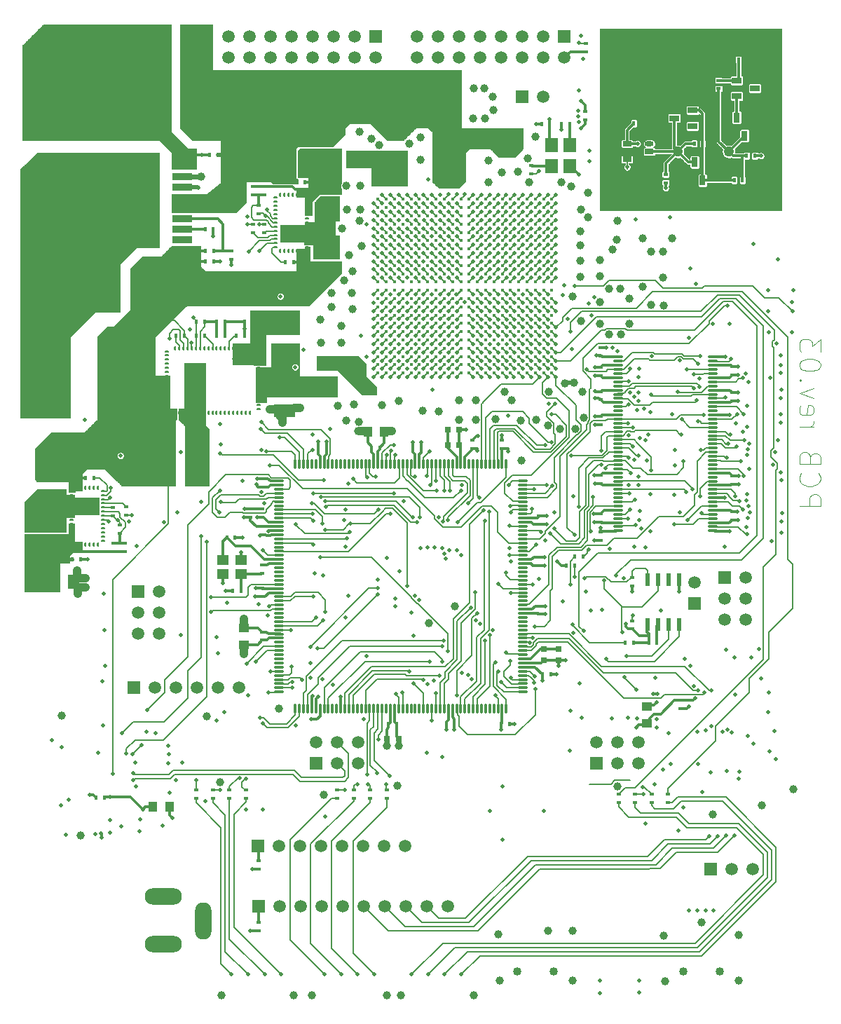
<source format=gbr>
From bb2fdb5a042e3187b37cabe469fb733e1d5c8c38 Mon Sep 17 00:00:00 2001
From: Fredrik Thulin <fredrik@thulin.net>
Date: Tue, 26 Sep 2017 12:18:39 +0200
Subject: init

---
 rev03-KiCad/GerberOutput/Cryptech Alpha-B.Cu.gbr | 39809 +++++++++++++++++++++
 1 file changed, 39809 insertions(+)
 create mode 100644 rev03-KiCad/GerberOutput/Cryptech Alpha-B.Cu.gbr

(limited to 'rev03-KiCad/GerberOutput/Cryptech Alpha-B.Cu.gbr')

diff --git a/rev03-KiCad/GerberOutput/Cryptech Alpha-B.Cu.gbr b/rev03-KiCad/GerberOutput/Cryptech Alpha-B.Cu.gbr
new file mode 100644
index 0000000..e601df5
--- /dev/null
+++ b/rev03-KiCad/GerberOutput/Cryptech Alpha-B.Cu.gbr	
@@ -0,0 +1,39809 @@
+%TF.GenerationSoftware,KiCad,Pcbnew,no-vcs-found-e46fdb0~60~ubuntu17.04.1*%
+%TF.CreationDate,2017-09-26T11:00:32+02:00*%
+%TF.ProjectId,Cryptech Alpha,437279707465636820416C7068612E6B,rev?*%
+%TF.SameCoordinates,Original*%
+%TF.FileFunction,Copper,L8,Bot,Signal*%
+%TF.FilePolarity,Positive*%
+%FSLAX46Y46*%
+G04 Gerber Fmt 4.6, Leading zero omitted, Abs format (unit mm)*
+G04 Created by KiCad (PCBNEW no-vcs-found-e46fdb0~60~ubuntu17.04.1) date Tue Sep 26 11:00:32 2017*
+%MOMM*%
+%LPD*%
+G01*
+G04 APERTURE LIST*
+%TA.AperFunction,NonConductor*%
+%ADD10C,0.100000*%
+%TD*%
+%TA.AperFunction,ComponentPad*%
+%ADD11C,1.500000*%
+%TD*%
+%TA.AperFunction,ComponentPad*%
+%ADD12R,1.500000X1.500000*%
+%TD*%
+%TA.AperFunction,SMDPad,CuDef*%
+%ADD13R,1.600000X2.600000*%
+%TD*%
+%TA.AperFunction,SMDPad,CuDef*%
+%ADD14R,0.450000X0.600000*%
+%TD*%
+%TA.AperFunction,SMDPad,CuDef*%
+%ADD15R,2.400000X2.600000*%
+%TD*%
+%TA.AperFunction,SMDPad,CuDef*%
+%ADD16R,0.800000X0.800000*%
+%TD*%
+%TA.AperFunction,SMDPad,CuDef*%
+%ADD17R,1.200000X1.000000*%
+%TD*%
+%TA.AperFunction,SMDPad,CuDef*%
+%ADD18R,1.000000X1.200000*%
+%TD*%
+%TA.AperFunction,SMDPad,CuDef*%
+%ADD19R,0.600000X0.450000*%
+%TD*%
+%TA.AperFunction,SMDPad,CuDef*%
+%ADD20R,2.600000X1.600000*%
+%TD*%
+%TA.AperFunction,WasherPad*%
+%ADD21C,1.016000*%
+%TD*%
+%TA.AperFunction,SMDPad,CuDef*%
+%ADD22R,1.200000X0.800000*%
+%TD*%
+%TA.AperFunction,SMDPad,CuDef*%
+%ADD23R,1.400000X1.800000*%
+%TD*%
+%TA.AperFunction,SMDPad,CuDef*%
+%ADD24R,1.800000X1.400000*%
+%TD*%
+%TA.AperFunction,ComponentPad*%
+%ADD25O,2.000000X4.500000*%
+%TD*%
+%TA.AperFunction,ComponentPad*%
+%ADD26O,4.500000X2.000000*%
+%TD*%
+%TA.AperFunction,SMDPad,CuDef*%
+%ADD27R,1.397000X1.193800*%
+%TD*%
+%TA.AperFunction,SMDPad,CuDef*%
+%ADD28R,1.498600X1.701800*%
+%TD*%
+%TA.AperFunction,SMDPad,CuDef*%
+%ADD29R,1.016000X3.302000*%
+%TD*%
+%TA.AperFunction,SMDPad,CuDef*%
+%ADD30R,3.302000X1.016000*%
+%TD*%
+%TA.AperFunction,SMDPad,CuDef*%
+%ADD31R,2.616200X1.016000*%
+%TD*%
+%TA.AperFunction,SMDPad,CuDef*%
+%ADD32R,1.016000X2.616200*%
+%TD*%
+%TA.AperFunction,SMDPad,CuDef*%
+%ADD33R,0.800000X1.200000*%
+%TD*%
+%TA.AperFunction,BGAPad,CuDef*%
+%ADD34C,1.270000*%
+%TD*%
+%TA.AperFunction,SMDPad,CuDef*%
+%ADD35R,2.413000X0.863600*%
+%TD*%
+%TA.AperFunction,SMDPad,CuDef*%
+%ADD36R,13.385800X9.144000*%
+%TD*%
+%TA.AperFunction,SMDPad,CuDef*%
+%ADD37R,1.100000X0.650000*%
+%TD*%
+%TA.AperFunction,SMDPad,CuDef*%
+%ADD38O,1.100000X0.650000*%
+%TD*%
+%TA.AperFunction,SMDPad,CuDef*%
+%ADD39O,0.300000X1.200000*%
+%TD*%
+%TA.AperFunction,SMDPad,CuDef*%
+%ADD40O,1.200000X0.300000*%
+%TD*%
+%TA.AperFunction,SMDPad,CuDef*%
+%ADD41R,0.600000X1.550000*%
+%TD*%
+%TA.AperFunction,BGAPad,CuDef*%
+%ADD42C,0.450000*%
+%TD*%
+%TA.AperFunction,SMDPad,CuDef*%
+%ADD43O,2.600000X1.940000*%
+%TD*%
+%TA.AperFunction,SMDPad,CuDef*%
+%ADD44O,0.609600X0.254000*%
+%TD*%
+%TA.AperFunction,SMDPad,CuDef*%
+%ADD45O,0.254000X0.609600*%
+%TD*%
+%TA.AperFunction,SMDPad,CuDef*%
+%ADD46O,2.350000X5.350000*%
+%TD*%
+%TA.AperFunction,SMDPad,CuDef*%
+%ADD47O,2.500000X1.300000*%
+%TD*%
+%TA.AperFunction,BGAPad,CuDef*%
+%ADD48C,1.000000*%
+%TD*%
+%TA.AperFunction,ViaPad*%
+%ADD49C,0.500000*%
+%TD*%
+%TA.AperFunction,ViaPad*%
+%ADD50C,1.000000*%
+%TD*%
+%TA.AperFunction,ViaPad*%
+%ADD51C,0.600000*%
+%TD*%
+%TA.AperFunction,Conductor*%
+%ADD52C,0.150000*%
+%TD*%
+%TA.AperFunction,Conductor*%
+%ADD53C,0.300000*%
+%TD*%
+%TA.AperFunction,Conductor*%
+%ADD54C,0.500000*%
+%TD*%
+%TA.AperFunction,Conductor*%
+%ADD55C,0.164000*%
+%TD*%
+%TA.AperFunction,Conductor*%
+%ADD56C,0.200000*%
+%TD*%
+%TA.AperFunction,Conductor*%
+%ADD57C,0.254000*%
+%TD*%
+%TA.AperFunction,Conductor*%
+%ADD58C,1.000000*%
+%TD*%
+%TA.AperFunction,Conductor*%
+%ADD59C,0.600000*%
+%TD*%
+%TA.AperFunction,Conductor*%
+%ADD60C,0.250000*%
+%TD*%
+%TA.AperFunction,Conductor*%
+%ADD61C,0.400000*%
+%TD*%
+%TA.AperFunction,Conductor*%
+%ADD62C,0.050000*%
+%TD*%
+%ADD63C,0.050000*%
+G04 APERTURE END LIST*
+D10*
+X96850952Y42298761D02*
+X99390952Y42298761D01*
+X99390952Y43266380D01*
+X99270000Y43508285D01*
+X99149047Y43629238D01*
+X98907142Y43750190D01*
+X98544285Y43750190D01*
+X98302380Y43629238D01*
+X98181428Y43508285D01*
+X98060476Y43266380D01*
+X98060476Y42298761D01*
+X97092857Y46290190D02*
+X96971904Y46169238D01*
+X96850952Y45806380D01*
+X96850952Y45564476D01*
+X96971904Y45201619D01*
+X97213809Y44959714D01*
+X97455714Y44838761D01*
+X97939523Y44717809D01*
+X98302380Y44717809D01*
+X98786190Y44838761D01*
+X99028095Y44959714D01*
+X99270000Y45201619D01*
+X99390952Y45564476D01*
+X99390952Y45806380D01*
+X99270000Y46169238D01*
+X99149047Y46290190D01*
+X98181428Y48225428D02*
+X98060476Y48588285D01*
+X97939523Y48709238D01*
+X97697619Y48830190D01*
+X97334761Y48830190D01*
+X97092857Y48709238D01*
+X96971904Y48588285D01*
+X96850952Y48346380D01*
+X96850952Y47378761D01*
+X99390952Y47378761D01*
+X99390952Y48225428D01*
+X99270000Y48467333D01*
+X99149047Y48588285D01*
+X98907142Y48709238D01*
+X98665238Y48709238D01*
+X98423333Y48588285D01*
+X98302380Y48467333D01*
+X98181428Y48225428D01*
+X98181428Y47378761D01*
+X96850952Y51854000D02*
+X98544285Y51854000D01*
+X98060476Y51854000D02*
+X98302380Y51974952D01*
+X98423333Y52095904D01*
+X98544285Y52337809D01*
+X98544285Y52579714D01*
+X96971904Y54394000D02*
+X96850952Y54152095D01*
+X96850952Y53668285D01*
+X96971904Y53426380D01*
+X97213809Y53305428D01*
+X98181428Y53305428D01*
+X98423333Y53426380D01*
+X98544285Y53668285D01*
+X98544285Y54152095D01*
+X98423333Y54394000D01*
+X98181428Y54514952D01*
+X97939523Y54514952D01*
+X97697619Y53305428D01*
+X98544285Y55361619D02*
+X96850952Y55966380D01*
+X98544285Y56571142D01*
+X97092857Y57538761D02*
+X96971904Y57659714D01*
+X96850952Y57538761D01*
+X96971904Y57417809D01*
+X97092857Y57538761D01*
+X96850952Y57538761D01*
+X99390952Y59232095D02*
+X99390952Y59474000D01*
+X99270000Y59715904D01*
+X99149047Y59836857D01*
+X98907142Y59957809D01*
+X98423333Y60078761D01*
+X97818571Y60078761D01*
+X97334761Y59957809D01*
+X97092857Y59836857D01*
+X96971904Y59715904D01*
+X96850952Y59474000D01*
+X96850952Y59232095D01*
+X96971904Y58990190D01*
+X97092857Y58869238D01*
+X97334761Y58748285D01*
+X97818571Y58627333D01*
+X98423333Y58627333D01*
+X98907142Y58748285D01*
+X99149047Y58869238D01*
+X99270000Y58990190D01*
+X99390952Y59232095D01*
+X99390952Y60925428D02*
+X99390952Y62497809D01*
+X98423333Y61651142D01*
+X98423333Y62014000D01*
+X98302380Y62255904D01*
+X98181428Y62376857D01*
+X97939523Y62497809D01*
+X97334761Y62497809D01*
+X97092857Y62376857D01*
+X96971904Y62255904D01*
+X96850952Y62014000D01*
+X96850952Y61288285D01*
+X96971904Y61046380D01*
+X97092857Y60925428D01*
+D11*
+%TO.P,JP5,3*%
+%TO.N,AVR_GPIO_1*%
+X36580000Y-6000000D03*
+%TO.P,JP5,10*%
+%TO.N,GND*%
+X54360000Y-6000000D03*
+%TO.P,JP5,9*%
+%TO.N,AVR_GPIO_7*%
+X51820000Y-6000000D03*
+%TO.P,JP5,8*%
+%TO.N,AVR_GPIO_6*%
+X49280000Y-6000000D03*
+%TO.P,JP5,7*%
+%TO.N,AVR_GPIO_5*%
+X46740000Y-6000000D03*
+%TO.P,JP5,6*%
+%TO.N,AVR_GPIO_4*%
+X44200000Y-6000000D03*
+%TO.P,JP5,5*%
+%TO.N,AVR_GPIO_3*%
+X41660000Y-6000000D03*
+%TO.P,JP5,4*%
+%TO.N,AVR_GPIO_2*%
+X39120000Y-6000000D03*
+%TO.P,JP5,2*%
+%TO.N,AVR_GPIO_0*%
+X34040000Y-6000000D03*
+D12*
+%TO.P,JP5,1*%
+%TO.N,VCCO_3V3*%
+X31500000Y-6000000D03*
+%TD*%
+%TO.P,JP6,1*%
+%TO.N,GND*%
+X84160740Y30530000D03*
+D11*
+%TO.P,JP6,2*%
+%TO.N,MKM_AVR_MISO*%
+X84160740Y33070000D03*
+%TD*%
+D13*
+%TO.P,C1,2*%
+%TO.N,GND*%
+X22963000Y99085400D03*
+%TO.P,C1,1*%
+%TO.N,PWR_18V*%
+X19963000Y99085400D03*
+%TD*%
+%TO.P,C2,1*%
+%TO.N,PWR_18V*%
+X19963000Y94068900D03*
+%TO.P,C2,2*%
+%TO.N,GND*%
+X22963000Y94068900D03*
+%TD*%
+%TO.P,C3,2*%
+%TO.N,GND*%
+X22963000Y89052400D03*
+%TO.P,C3,1*%
+%TO.N,PWR_18V*%
+X19963000Y89052400D03*
+%TD*%
+D14*
+%TO.P,C4,1*%
+%TO.N,PWR_18V*%
+X25600000Y84700000D03*
+%TO.P,C4,2*%
+%TO.N,GND*%
+X26600000Y84700000D03*
+%TD*%
+%TO.P,C5,2*%
+%TO.N,GND*%
+X26050000Y75725000D03*
+%TO.P,C5,1*%
+%TO.N,NetC5_1*%
+X25050000Y75725000D03*
+%TD*%
+%TO.P,C6,1*%
+%TO.N,VCC_5V0*%
+X25077800Y71831200D03*
+%TO.P,C6,2*%
+%TO.N,GND*%
+X26077800Y71831200D03*
+%TD*%
+D13*
+%TO.P,C8,1*%
+%TO.N,VCC_5V0*%
+X16790800Y67335400D03*
+%TO.P,C8,2*%
+%TO.N,GND*%
+X13790800Y67335400D03*
+%TD*%
+D15*
+%TO.P,C9,1*%
+%TO.N,VCC_5V0*%
+X13714800Y54584600D03*
+%TO.P,C9,2*%
+%TO.N,GND*%
+X7214800Y54584600D03*
+%TD*%
+%TO.P,C10,2*%
+%TO.N,GND*%
+X7214800Y61061600D03*
+%TO.P,C10,1*%
+%TO.N,VCC_5V0*%
+X13714800Y61061600D03*
+%TD*%
+D14*
+%TO.P,C14,2*%
+%TO.N,NOISE_IN*%
+X89492200Y96215200D03*
+%TO.P,C14,1*%
+%TO.N,GND*%
+X90492200Y96215200D03*
+%TD*%
+%TO.P,C15,1*%
+%TO.N,RAW_NOISE*%
+X89984200Y81686400D03*
+%TO.P,C15,2*%
+%TO.N,NetC15_2*%
+X88984200Y81686400D03*
+%TD*%
+%TO.P,C16,2*%
+%TO.N,VCCO_3V3*%
+X76843000Y88544400D03*
+%TO.P,C16,1*%
+%TO.N,GND*%
+X77843000Y88544400D03*
+%TD*%
+%TO.P,C17,1*%
+%TO.N,GND*%
+X28425000Y32050000D03*
+%TO.P,C17,2*%
+%TO.N,NetC17_2*%
+X29425000Y32050000D03*
+%TD*%
+%TO.P,C18,2*%
+%TO.N,OSC_OUT*%
+X27675000Y38550000D03*
+%TO.P,C18,1*%
+%TO.N,GND*%
+X28675000Y38550000D03*
+%TD*%
+D16*
+%TO.P,C21,2*%
+%TO.N,GND*%
+X48426600Y14249400D03*
+%TO.P,C21,1*%
+%TO.N,VCCO_3V3*%
+X47026600Y14249400D03*
+%TD*%
+%TO.P,C22,1*%
+%TO.N,GND*%
+X55767200Y51511200D03*
+%TO.P,C22,2*%
+%TO.N,VCAP1*%
+X54367200Y51511200D03*
+%TD*%
+%TO.P,C23,2*%
+%TO.N,VCAP1*%
+X54367200Y49682400D03*
+%TO.P,C23,1*%
+%TO.N,GND*%
+X55767200Y49682400D03*
+%TD*%
+%TO.P,C24,1*%
+%TO.N,GND*%
+X65963800Y23684000D03*
+%TO.P,C24,2*%
+%TO.N,VCAP2*%
+X65963800Y25084000D03*
+%TD*%
+%TO.P,C25,2*%
+%TO.N,VCAP2*%
+X67792600Y25084000D03*
+%TO.P,C25,1*%
+%TO.N,GND*%
+X67792600Y23684000D03*
+%TD*%
+D17*
+%TO.P,C26,2*%
+%TO.N,GND*%
+X29718000Y25568400D03*
+%TO.P,C26,1*%
+%TO.N,VCCO_3V3*%
+X29718000Y27568400D03*
+%TD*%
+D18*
+%TO.P,C27,1*%
+%TO.N,VCCO_3V3*%
+X46694600Y51333400D03*
+%TO.P,C27,2*%
+%TO.N,GND*%
+X44694600Y51333400D03*
+%TD*%
+D14*
+%TO.P,C28,1*%
+%TO.N,VCCO_3V3*%
+X51147600Y49352200D03*
+%TO.P,C28,2*%
+%TO.N,GND*%
+X50147600Y49352200D03*
+%TD*%
+D19*
+%TO.P,C29,2*%
+%TO.N,GND*%
+X65430400Y35161600D03*
+%TO.P,C29,1*%
+%TO.N,VCCO_3V3*%
+X65430400Y36161600D03*
+%TD*%
+%TO.P,C30,1*%
+%TO.N,VCCO_3V3*%
+X57353200Y49284000D03*
+%TO.P,C30,2*%
+%TO.N,GND*%
+X57353200Y50284000D03*
+%TD*%
+D14*
+%TO.P,C31,2*%
+%TO.N,GND*%
+X61841000Y15951200D03*
+%TO.P,C31,1*%
+%TO.N,VCCO_3V3*%
+X60841000Y15951200D03*
+%TD*%
+D19*
+%TO.P,C32,1*%
+%TO.N,VCCO_3V3*%
+X31927800Y27119200D03*
+%TO.P,C32,2*%
+%TO.N,GND*%
+X31927800Y26119200D03*
+%TD*%
+%TO.P,C33,2*%
+%TO.N,GND*%
+X30530800Y41978200D03*
+%TO.P,C33,1*%
+%TO.N,VCCO_3V3*%
+X30530800Y40978200D03*
+%TD*%
+%TO.P,C34,1*%
+%TO.N,VCCO_3V3*%
+X60934600Y49284000D03*
+%TO.P,C34,2*%
+%TO.N,GND*%
+X60934600Y50284000D03*
+%TD*%
+%TO.P,C36,1*%
+%TO.N,VCCO_3V3*%
+X65430400Y29243400D03*
+%TO.P,C36,2*%
+%TO.N,GND*%
+X65430400Y30243400D03*
+%TD*%
+D14*
+%TO.P,C38,1*%
+%TO.N,VCCO_3V3*%
+X47226600Y15951200D03*
+%TO.P,C38,2*%
+%TO.N,GND*%
+X48226600Y15951200D03*
+%TD*%
+%TO.P,C39,2*%
+%TO.N,GND*%
+X55186200Y15951200D03*
+%TO.P,C39,1*%
+%TO.N,VCCO_3V3*%
+X54186200Y15951200D03*
+%TD*%
+D19*
+%TO.P,C40,1*%
+%TO.N,VCCO_3V3*%
+X31927800Y45635800D03*
+%TO.P,C40,2*%
+%TO.N,GND*%
+X31927800Y44635800D03*
+%TD*%
+%TO.P,C41,2*%
+%TO.N,GND*%
+X31927800Y41978200D03*
+%TO.P,C41,1*%
+%TO.N,VCCO_3V3*%
+X31927800Y40978200D03*
+%TD*%
+D14*
+%TO.P,C42,1*%
+%TO.N,VCCO_3V3*%
+X65794000Y21971000D03*
+%TO.P,C42,2*%
+%TO.N,GND*%
+X66794000Y21971000D03*
+%TD*%
+%TO.P,C43,2*%
+%TO.N,GND*%
+X39717600Y49352200D03*
+%TO.P,C43,1*%
+%TO.N,VCCO_3V3*%
+X38717600Y49352200D03*
+%TD*%
+%TO.P,C44,1*%
+%TO.N,VCCO_3V3*%
+X46143800Y49352200D03*
+%TO.P,C44,2*%
+%TO.N,GND*%
+X45143800Y49352200D03*
+%TD*%
+D19*
+%TO.P,C45,2*%
+%TO.N,GND*%
+X65430400Y41114600D03*
+%TO.P,C45,1*%
+%TO.N,VCCO_3V3*%
+X65430400Y40114600D03*
+%TD*%
+%TO.P,C46,1*%
+%TO.N,VCCO_3V3*%
+X31927800Y32377000D03*
+%TO.P,C46,2*%
+%TO.N,GND*%
+X31927800Y31377000D03*
+%TD*%
+%TO.P,C58,1*%
+%TO.N,VCCO_3V3*%
+X72822200Y40392400D03*
+%TO.P,C58,2*%
+%TO.N,GND*%
+X72822200Y41392400D03*
+%TD*%
+%TO.P,C59,2*%
+%TO.N,GND*%
+X72847200Y38182600D03*
+%TO.P,C59,1*%
+%TO.N,VCCO_3V3*%
+X72847200Y39182600D03*
+%TD*%
+%TO.P,C60,1*%
+%TO.N,VCCO_3V3*%
+X72847200Y60456800D03*
+%TO.P,C60,2*%
+%TO.N,GND*%
+X72847200Y61456800D03*
+%TD*%
+%TO.P,C61,2*%
+%TO.N,GND*%
+X88722200Y59166000D03*
+%TO.P,C61,1*%
+%TO.N,VCCO_3V3*%
+X88722200Y58166000D03*
+%TD*%
+%TO.P,C62,1*%
+%TO.N,VCCO_3V3*%
+X72847200Y53128800D03*
+%TO.P,C62,2*%
+%TO.N,GND*%
+X72847200Y52128800D03*
+%TD*%
+%TO.P,C63,2*%
+%TO.N,GND*%
+X88722200Y40648000D03*
+%TO.P,C63,1*%
+%TO.N,VCCO_3V3*%
+X88722200Y41648000D03*
+%TD*%
+%TO.P,C64,1*%
+%TO.N,VCCO_3V3*%
+X72847200Y59097800D03*
+%TO.P,C64,2*%
+%TO.N,GND*%
+X72847200Y58097800D03*
+%TD*%
+%TO.P,C65,2*%
+%TO.N,GND*%
+X88722200Y56045800D03*
+%TO.P,C65,1*%
+%TO.N,VCCO_3V3*%
+X88722200Y55045800D03*
+%TD*%
+%TO.P,C66,1*%
+%TO.N,VCCO_3V3*%
+X72847200Y46042200D03*
+%TO.P,C66,2*%
+%TO.N,GND*%
+X72847200Y45042200D03*
+%TD*%
+%TO.P,C67,2*%
+%TO.N,GND*%
+X88722200Y45987400D03*
+%TO.P,C67,1*%
+%TO.N,VCCO_3V3*%
+X88722200Y44987400D03*
+%TD*%
+%TO.P,C68,1*%
+%TO.N,VCCO_3V3*%
+X72847200Y56151400D03*
+%TO.P,C68,2*%
+%TO.N,GND*%
+X72847200Y55151400D03*
+%TD*%
+D18*
+%TO.P,C72,2*%
+%TO.N,GND*%
+X20775860Y5961430D03*
+%TO.P,C72,1*%
+%TO.N,FT_VREGIN*%
+X18775860Y5961430D03*
+%TD*%
+D14*
+%TO.P,C73,1*%
+%TO.N,FT_VREGIN*%
+X12872020Y7066020D03*
+%TO.P,C73,2*%
+%TO.N,GND*%
+X11872020Y7066020D03*
+%TD*%
+D17*
+%TO.P,C87,2*%
+%TO.N,GND*%
+X78403810Y18070950D03*
+%TO.P,C87,1*%
+%TO.N,FT_MGMT_VREGIN*%
+X78403810Y16070950D03*
+%TD*%
+D19*
+%TO.P,C88,2*%
+%TO.N,GND*%
+X82508380Y17834860D03*
+%TO.P,C88,1*%
+%TO.N,FT_MGMT_VREGIN*%
+X82508380Y18834860D03*
+%TD*%
+%TO.P,C105,1*%
+%TO.N,VCCO_3V3*%
+X31500000Y-8000000D03*
+%TO.P,C105,2*%
+%TO.N,GND*%
+X31500000Y-9000000D03*
+%TD*%
+%TO.P,C107,1*%
+%TO.N,3V3_BATT*%
+X76682600Y27474800D03*
+%TO.P,C107,2*%
+%TO.N,GND*%
+X76682600Y28474800D03*
+%TD*%
+%TO.P,C108,2*%
+%TO.N,GND*%
+X31484200Y-1500000D03*
+%TO.P,C108,1*%
+%TO.N,VCCO_3V3*%
+X31484200Y-500000D03*
+%TD*%
+D14*
+%TO.P,C111,1*%
+%TO.N,VCCO_3V3*%
+X66700400Y88442800D03*
+%TO.P,C111,2*%
+%TO.N,GND*%
+X65700400Y88442800D03*
+%TD*%
+D20*
+%TO.P,C113,2*%
+%TO.N,GND*%
+X40055800Y74118600D03*
+%TO.P,C113,1*%
+%TO.N,VCC_5V0*%
+X40055800Y71118600D03*
+%TD*%
+%TO.P,C114,1*%
+%TO.N,VCC_5V0*%
+X6400800Y46432600D03*
+%TO.P,C114,2*%
+%TO.N,GND*%
+X6400800Y43432600D03*
+%TD*%
+D19*
+%TO.P,C115,1*%
+%TO.N,NetC115_1*%
+X32181800Y75344400D03*
+%TO.P,C115,2*%
+%TO.N,GND*%
+X32181800Y76344400D03*
+%TD*%
+%TO.P,C116,2*%
+%TO.N,GND*%
+X13950000Y41125000D03*
+%TO.P,C116,1*%
+%TO.N,NetC116_1*%
+X13950000Y42125000D03*
+%TD*%
+%TO.P,C117,1*%
+%TO.N,NetC117_1*%
+X32181800Y80891000D03*
+%TO.P,C117,2*%
+%TO.N,NetC117_2*%
+X32181800Y79891000D03*
+%TD*%
+%TO.P,C118,2*%
+%TO.N,NetC118_2*%
+X13975000Y37850000D03*
+%TO.P,C118,1*%
+%TO.N,NetC118_1*%
+X13975000Y36850000D03*
+%TD*%
+D20*
+%TO.P,C119,2*%
+%TO.N,GND*%
+X40055800Y77900400D03*
+%TO.P,C119,1*%
+%TO.N,NetC117_1*%
+X40055800Y80900400D03*
+%TD*%
+%TO.P,C120,1*%
+%TO.N,NetC118_1*%
+X6400800Y37082600D03*
+%TO.P,C120,2*%
+%TO.N,GND*%
+X6400800Y40082600D03*
+%TD*%
+D19*
+%TO.P,C121,1*%
+%TO.N,VCCO_3V3*%
+X71075000Y97200000D03*
+%TO.P,C121,2*%
+%TO.N,GND*%
+X71075000Y98200000D03*
+%TD*%
+D13*
+%TO.P,C205,1*%
+%TO.N,VCC_5V0*%
+X20547200Y50647600D03*
+%TO.P,C205,2*%
+%TO.N,GND*%
+X23547200Y50647600D03*
+%TD*%
+%TO.P,C206,2*%
+%TO.N,GND*%
+X23547200Y46278800D03*
+%TO.P,C206,1*%
+%TO.N,VCC_5V0*%
+X20547200Y46278800D03*
+%TD*%
+D14*
+%TO.P,C207,1*%
+%TO.N,NetC207_1*%
+X24985600Y62890400D03*
+%TO.P,C207,2*%
+%TO.N,GND*%
+X23985600Y62890400D03*
+%TD*%
+%TO.P,C208,2*%
+%TO.N,NetC208_2*%
+X26424000Y62890400D03*
+%TO.P,C208,1*%
+%TO.N,NetC208_1*%
+X27424000Y62890400D03*
+%TD*%
+D20*
+%TO.P,C209,1*%
+%TO.N,NetC208_1*%
+X34696400Y56846600D03*
+%TO.P,C209,2*%
+%TO.N,GND*%
+X34696400Y53846600D03*
+%TD*%
+%TO.P,C210,2*%
+%TO.N,GND*%
+X34747200Y63907800D03*
+%TO.P,C210,1*%
+%TO.N,NetC208_1*%
+X34747200Y60907800D03*
+%TD*%
+D21*
+%TO.P,CN1,*%
+%TO.N,*%
+X67209800Y-13884000D03*
+X62800000Y-13884000D03*
+%TD*%
+%TO.P,CN2,*%
+%TO.N,*%
+X82800000Y-13884000D03*
+X87209800Y-13884000D03*
+%TD*%
+D22*
+%TO.P,D1,3*%
+%TO.N,AMPLIFIED*%
+X81754800Y89179400D03*
+%TO.P,D1,2*%
+%TO.N,N/C*%
+X83954800Y88229400D03*
+%TO.P,D1,1*%
+%TO.N,NetC15_2*%
+X83954800Y90129400D03*
+%TD*%
+D23*
+%TO.P,FB5,2*%
+%TO.N,FPGA_VCCAUX_1V8*%
+X42852800Y84277200D03*
+%TO.P,FB5,1*%
+%TO.N,NetC117_1*%
+X40052800Y84277200D03*
+%TD*%
+%TO.P,FB6,1*%
+%TO.N,NetC118_1*%
+X6397800Y33147000D03*
+%TO.P,FB6,2*%
+%TO.N,VCCO_3V3*%
+X9197800Y33147000D03*
+%TD*%
+D24*
+%TO.P,FB7,2*%
+%TO.N,FPGA_VCCINT_1V0*%
+X39624000Y59616800D03*
+%TO.P,FB7,1*%
+%TO.N,NetC208_1*%
+X39624000Y56816800D03*
+%TD*%
+D11*
+%TO.P,J1,6*%
+%TO.N,N/C*%
+X29133790Y20421600D03*
+%TO.P,J1,5*%
+%TO.N,NRST*%
+X26593790Y20421600D03*
+%TO.P,J1,4*%
+%TO.N,SWDIO*%
+X24053790Y20421600D03*
+%TO.P,J1,3*%
+%TO.N,GND*%
+X21513790Y20421600D03*
+%TO.P,J1,2*%
+%TO.N,SWDCLK*%
+X18973790Y20421600D03*
+D12*
+%TO.P,J1,1*%
+%TO.N,VCCO_3V3*%
+X16433790Y20421600D03*
+%TD*%
+%TO.P,J2,1*%
+%TO.N,GND*%
+X38506390Y11252200D03*
+D11*
+%TO.P,J2,2*%
+%TO.N,FT_VREGIN*%
+X38506390Y13792200D03*
+%TO.P,J2,3*%
+%TO.N,USB_P*%
+X41046390Y11252200D03*
+%TO.P,J2,4*%
+%TO.N,USB_N*%
+X41046390Y13792200D03*
+%TO.P,J2,5*%
+%TO.N,FT_RXD1*%
+X43586390Y11252200D03*
+%TO.P,J2,6*%
+%TO.N,FT_TXD1*%
+X43586390Y13792200D03*
+%TD*%
+%TO.P,J3,6*%
+%TO.N,FT_MGMT_TXD1*%
+X77444590Y13792200D03*
+%TO.P,J3,5*%
+%TO.N,FT_MGMT_RXD1*%
+X77444590Y11252200D03*
+%TO.P,J3,4*%
+%TO.N,USB_MGMT_N*%
+X74904590Y13792200D03*
+%TO.P,J3,3*%
+%TO.N,USB_MGMT_P*%
+X74904590Y11252200D03*
+%TO.P,J3,2*%
+%TO.N,FT_MGMT_VREGIN*%
+X72364590Y13792200D03*
+D12*
+%TO.P,J3,1*%
+%TO.N,GND*%
+X72364590Y11252200D03*
+%TD*%
+D25*
+%TO.P,JP1,3*%
+%TO.N,GND*%
+X24800000Y-7800000D03*
+D26*
+%TO.P,JP1,2*%
+X20000000Y-10600000D03*
+%TO.P,JP1,1*%
+%TO.N,PWR_18V*%
+X20000000Y-4800000D03*
+%TD*%
+D11*
+%TO.P,JP2,2*%
+%TO.N,NetJP2_2*%
+X65916800Y91744800D03*
+D12*
+%TO.P,JP2,1*%
+%TO.N,15V_LDO_ENABLE*%
+X63376800Y91744800D03*
+%TD*%
+%TO.P,JP3,1*%
+%TO.N,MKM_AVR_MISO*%
+X87847000Y33705800D03*
+D11*
+%TO.P,JP3,2*%
+%TO.N,3V3_BATT*%
+X90387000Y33705800D03*
+%TO.P,JP3,3*%
+%TO.N,MKM_AVR_SCK*%
+X87847000Y31165800D03*
+%TO.P,JP3,4*%
+%TO.N,MKM_AVR_MOSI*%
+X90387000Y31165800D03*
+%TO.P,JP3,5*%
+%TO.N,AVR_RESET*%
+X87847000Y28625800D03*
+%TO.P,JP3,6*%
+%TO.N,GND*%
+X90387000Y28625800D03*
+%TD*%
+%TO.P,JP4,3*%
+%TO.N,GND*%
+X91219330Y-1500000D03*
+%TO.P,JP4,2*%
+%TO.N,3V3_BATT*%
+X88679330Y-1500000D03*
+D12*
+%TO.P,JP4,1*%
+%TO.N,VCCO_3V3*%
+X86139330Y-1500000D03*
+%TD*%
+%TO.P,JP7,1*%
+%TO.N,FPGA_CFG_CTRL_ARM_ENA*%
+X16980000Y32015000D03*
+D11*
+%TO.P,JP7,2*%
+%TO.N,SPI_A_TRISTATE*%
+X19520000Y32015000D03*
+%TO.P,JP7,3*%
+%TO.N,FPGA_CFG_CTRL_FPGA_DIS*%
+X16980000Y29475000D03*
+%TO.P,JP7,4*%
+%TO.N,SPI_B_TRISTATE*%
+X19520000Y29475000D03*
+%TO.P,JP7,5*%
+%TO.N,FPGA_PROM_W_N*%
+X16980000Y26935000D03*
+%TO.P,JP7,6*%
+%TO.N,VCCO_3V3*%
+X19520000Y26935000D03*
+%TD*%
+D22*
+%TO.P,Q2,1*%
+%TO.N,NOISE_OUT*%
+X89273200Y91836200D03*
+%TO.P,Q2,2*%
+%TO.N,NOISE_IN*%
+X89273200Y93736200D03*
+%TO.P,Q2,3*%
+%TO.N,N/C*%
+X91473200Y92786200D03*
+%TD*%
+D27*
+%TO.P,Q3,4*%
+%TO.N,GND*%
+X29417600Y35838600D03*
+%TO.P,Q3,3*%
+%TO.N,OSC_OUT*%
+X27207800Y35838600D03*
+%TO.P,Q3,2*%
+%TO.N,GND*%
+X27207800Y34136800D03*
+%TO.P,Q3,1*%
+%TO.N,NetC17_2*%
+X29417600Y34136800D03*
+%TD*%
+D28*
+%TO.P,Q5,4*%
+%TO.N,VCCO_3V3*%
+X66878200Y85961400D03*
+%TO.P,Q5,3*%
+%TO.N,NetQ5_3*%
+X66878200Y83413600D03*
+%TO.P,Q5,1*%
+%TO.N,NetQ5_1*%
+X69100600Y85961400D03*
+%TO.P,Q5,2*%
+%TO.N,GND*%
+X69100600Y83413600D03*
+%TD*%
+D19*
+%TO.P,R4,1*%
+%TO.N,FPGA_GCLK*%
+X64490600Y82431000D03*
+%TO.P,R4,2*%
+%TO.N,NetQ5_3*%
+X64490600Y83431000D03*
+%TD*%
+%TO.P,R7,2*%
+%TO.N,15V_LDO_ENABLE*%
+X71000000Y90000000D03*
+%TO.P,R7,1*%
+%TO.N,PWR_18V*%
+X71000000Y89000000D03*
+%TD*%
+D14*
+%TO.P,R8,1*%
+%TO.N,NetR8_1*%
+X26077800Y73177400D03*
+%TO.P,R8,2*%
+%TO.N,VCC_5V0*%
+X25077800Y73177400D03*
+%TD*%
+D19*
+%TO.P,R9,2*%
+%TO.N,NetR8_1*%
+X28194000Y73118600D03*
+%TO.P,R9,1*%
+%TO.N,GND*%
+X28194000Y72118600D03*
+%TD*%
+%TO.P,R10,1*%
+%TO.N,RAW_NOISE*%
+X87096600Y92743400D03*
+%TO.P,R10,2*%
+%TO.N,NOISE_IN*%
+X87096600Y93743400D03*
+%TD*%
+D14*
+%TO.P,R11,2*%
+%TO.N,RAW_NOISE*%
+X90482800Y84632800D03*
+%TO.P,R11,1*%
+%TO.N,15V_STABLE*%
+X91482800Y84632800D03*
+%TD*%
+%TO.P,R12,1*%
+%TO.N,NetC15_2*%
+X85158200Y86106000D03*
+%TO.P,R12,2*%
+%TO.N,AMPLIFIED*%
+X84158200Y86106000D03*
+%TD*%
+D19*
+%TO.P,R13,2*%
+%TO.N,VCCO_3V3*%
+X80695800Y81389600D03*
+%TO.P,R13,1*%
+%TO.N,AMPLIFIED*%
+X80695800Y82389600D03*
+%TD*%
+%TO.P,R14,1*%
+%TO.N,OSC_IN*%
+X31927800Y35171000D03*
+%TO.P,R14,2*%
+%TO.N,NetC17_2*%
+X31927800Y34171000D03*
+%TD*%
+%TO.P,R16,1*%
+%TO.N,NetLED4_1*%
+X45000000Y7000000D03*
+%TO.P,R16,2*%
+%TO.N,ARM_LED3*%
+X45000000Y8000000D03*
+%TD*%
+%TO.P,R31,2*%
+%TO.N,AVR_LED3*%
+X28000000Y8000000D03*
+%TO.P,R31,1*%
+%TO.N,NetLED12_1*%
+X28000000Y7000000D03*
+%TD*%
+D14*
+%TO.P,R33,2*%
+%TO.N,NetR33_2*%
+X79646400Y25841200D03*
+%TO.P,R33,1*%
+%TO.N,3V3_BATT*%
+X78646400Y25841200D03*
+%TD*%
+D19*
+%TO.P,R34,1*%
+%TO.N,MKM_CS_N*%
+X76675000Y33700000D03*
+%TO.P,R34,2*%
+%TO.N,3V3_BATT*%
+X76675000Y32700000D03*
+%TD*%
+D14*
+%TO.P,R49,2*%
+%TO.N,VCCO_3V3*%
+X68080000Y88442800D03*
+%TO.P,R49,1*%
+%TO.N,NetQ5_1*%
+X69080000Y88442800D03*
+%TD*%
+%TO.P,R52,1*%
+%TO.N,NetR52_1*%
+X34729800Y71805800D03*
+%TO.P,R52,2*%
+%TO.N,VCC_5V0*%
+X35729800Y71805800D03*
+%TD*%
+D19*
+%TO.P,R53,2*%
+%TO.N,NetR53_2*%
+X30810200Y75344400D03*
+%TO.P,R53,1*%
+%TO.N,GND*%
+X30810200Y76344400D03*
+%TD*%
+D14*
+%TO.P,R54,1*%
+%TO.N,NetR54_1*%
+X11591800Y45720000D03*
+%TO.P,R54,2*%
+%TO.N,VCC_5V0*%
+X10591800Y45720000D03*
+%TD*%
+D19*
+%TO.P,R55,2*%
+%TO.N,NetR55_2*%
+X15519400Y42232200D03*
+%TO.P,R55,1*%
+%TO.N,GND*%
+X15519400Y41232200D03*
+%TD*%
+%TO.P,R56,1*%
+%TO.N,NetC117_2*%
+X30810200Y79891000D03*
+%TO.P,R56,2*%
+%TO.N,NetC117_1*%
+X30810200Y80891000D03*
+%TD*%
+%TO.P,R57,2*%
+%TO.N,NetC117_2*%
+X31546800Y78605000D03*
+%TO.P,R57,1*%
+%TO.N,GND*%
+X31546800Y77605000D03*
+%TD*%
+%TO.P,R58,1*%
+%TO.N,NetC118_2*%
+X15367000Y37838000D03*
+%TO.P,R58,2*%
+%TO.N,NetC118_1*%
+X15367000Y36838000D03*
+%TD*%
+%TO.P,R59,2*%
+%TO.N,NetC118_2*%
+X14732000Y39047800D03*
+%TO.P,R59,1*%
+%TO.N,GND*%
+X14732000Y40047800D03*
+%TD*%
+D14*
+%TO.P,R60,1*%
+%TO.N,GND*%
+X36100000Y81475000D03*
+%TO.P,R60,2*%
+%TO.N,NetC117_1*%
+X37100000Y81475000D03*
+%TD*%
+%TO.P,R61,2*%
+%TO.N,NetC118_1*%
+X9025000Y35864800D03*
+%TO.P,R61,1*%
+%TO.N,GND*%
+X10025000Y35864800D03*
+%TD*%
+D19*
+%TO.P,R64,1*%
+%TO.N,NetLED15_1*%
+X81000000Y6500000D03*
+%TO.P,R64,2*%
+%TO.N,FPGA_GPIO_LED_1*%
+X81000000Y7500000D03*
+%TD*%
+D14*
+%TO.P,R66,1*%
+%TO.N,NetR66_1*%
+X21572600Y62890400D03*
+%TO.P,R66,2*%
+%TO.N,VCC_5V0*%
+X22572600Y62890400D03*
+%TD*%
+%TO.P,R67,2*%
+%TO.N,NetC208_1*%
+X29811600Y62890400D03*
+%TO.P,R67,1*%
+%TO.N,NetR67_1*%
+X28811600Y62890400D03*
+%TD*%
+%TO.P,R68,1*%
+%TO.N,NetC208_2*%
+X26424000Y64566800D03*
+%TO.P,R68,2*%
+%TO.N,NetC208_1*%
+X27424000Y64566800D03*
+%TD*%
+%TO.P,R69,2*%
+%TO.N,NetC208_2*%
+X24985600Y64566800D03*
+%TO.P,R69,1*%
+%TO.N,GND*%
+X23985600Y64566800D03*
+%TD*%
+%TO.P,R70,1*%
+%TO.N,GND*%
+X30802200Y64566800D03*
+%TO.P,R70,2*%
+%TO.N,NetC208_1*%
+X29802200Y64566800D03*
+%TD*%
+%TO.P,R80,2*%
+%TO.N,3V3_BATT*%
+X76827000Y25841200D03*
+%TO.P,R80,1*%
+%TO.N,MKM_CONTROL_AVR_ENA*%
+X75827000Y25841200D03*
+%TD*%
+%TO.P,R81,1*%
+%TO.N,MKM_CONTROL_FPGA_DIS*%
+X69675000Y35150000D03*
+%TO.P,R81,2*%
+%TO.N,GND*%
+X68675000Y35150000D03*
+%TD*%
+%TO.P,R82,2*%
+%TO.N,3V3_BATT*%
+X70705600Y36229800D03*
+%TO.P,R82,1*%
+%TO.N,AVR_PANIC*%
+X69705600Y36229800D03*
+%TD*%
+D19*
+%TO.P,R92,2*%
+%TO.N,ARM_LED2*%
+X47000000Y8000000D03*
+%TO.P,R92,1*%
+%TO.N,NetLED1_1*%
+X47000000Y7000000D03*
+%TD*%
+%TO.P,R93,1*%
+%TO.N,NetLED3_1*%
+X41000000Y7000000D03*
+%TO.P,R93,2*%
+%TO.N,ARM_LED1*%
+X41000000Y8000000D03*
+%TD*%
+%TO.P,R94,2*%
+%TO.N,ARM_LED4*%
+X43000000Y8000000D03*
+%TO.P,R94,1*%
+%TO.N,NetLED2_1*%
+X43000000Y7000000D03*
+%TD*%
+%TO.P,R95,1*%
+%TO.N,NetLED9_1*%
+X30000000Y7000000D03*
+%TO.P,R95,2*%
+%TO.N,AVR_LED2*%
+X30000000Y8000000D03*
+%TD*%
+%TO.P,R96,2*%
+%TO.N,AVR_LED1*%
+X24000000Y8000000D03*
+%TO.P,R96,1*%
+%TO.N,NetLED11_1*%
+X24000000Y7000000D03*
+%TD*%
+%TO.P,R97,1*%
+%TO.N,NetLED10_1*%
+X26000000Y7000000D03*
+%TO.P,R97,2*%
+%TO.N,AVR_LED4*%
+X26000000Y8000000D03*
+%TD*%
+%TO.P,R98,2*%
+%TO.N,FPGA_GPIO_LED_2*%
+X79000000Y7500000D03*
+%TO.P,R98,1*%
+%TO.N,NetLED16_1*%
+X79000000Y6500000D03*
+%TD*%
+%TO.P,R99,1*%
+%TO.N,NetLED14_1*%
+X77000000Y6500000D03*
+%TO.P,R99,2*%
+%TO.N,FPGA_GPIO_LED_3*%
+X77000000Y7500000D03*
+%TD*%
+%TO.P,R100,2*%
+%TO.N,FPGA_GPIO_LED_0*%
+X75000000Y7500000D03*
+%TO.P,R100,1*%
+%TO.N,NetLED17_1*%
+X75000000Y6500000D03*
+%TD*%
+D29*
+%TO.P,S1,1*%
+%TO.N,GND*%
+X94081600Y98134000D03*
+X73570000Y98134000D03*
+X73570000Y79915400D03*
+X94081600Y79915400D03*
+D30*
+X92938600Y99277000D03*
+X74720000Y99277000D03*
+X74720000Y78765400D03*
+X92938600Y78765400D03*
+D31*
+X87579200Y99277000D03*
+X87579200Y78765400D03*
+X80070000Y78765400D03*
+X80070000Y99277000D03*
+D32*
+X94081600Y92774600D03*
+X94081600Y85265400D03*
+X73570000Y85265400D03*
+X73570000Y92774600D03*
+%TD*%
+D11*
+%TO.P,SV1,8*%
+%TO.N,GND*%
+X49190000Y1300000D03*
+D12*
+%TO.P,SV1,1*%
+%TO.N,VCCO_3V3*%
+X31410000Y1300000D03*
+D11*
+%TO.P,SV1,2*%
+%TO.N,FPGA_JTAG_TCK*%
+X33950000Y1300000D03*
+%TO.P,SV1,3*%
+%TO.N,FPGA_JTAG_TMS*%
+X36490000Y1300000D03*
+%TO.P,SV1,4*%
+%TO.N,FPGA_JTAG_TDI*%
+X39030000Y1300000D03*
+%TO.P,SV1,5*%
+%TO.N,FPGA_JTAG_TDO*%
+X41570000Y1300000D03*
+%TO.P,SV1,6*%
+%TO.N,GND*%
+X44110000Y1300000D03*
+%TO.P,SV1,7*%
+X46650000Y1300000D03*
+%TD*%
+%TO.P,SV2,16*%
+%TO.N,FPGA_GPIO_A_7*%
+X50692990Y96494600D03*
+%TO.P,SV2,15*%
+%TO.N,FPGA_GPIO_A_6*%
+X50692990Y99034600D03*
+%TO.P,SV2,14*%
+%TO.N,FPGA_GPIO_A_5*%
+X53232990Y96494600D03*
+%TO.P,SV2,13*%
+%TO.N,FPGA_GPIO_A_4*%
+X53232990Y99034600D03*
+%TO.P,SV2,12*%
+%TO.N,GND*%
+X55772990Y96494600D03*
+%TO.P,SV2,11*%
+X55772990Y99034600D03*
+%TO.P,SV2,10*%
+%TO.N,FPGA_GPIO_A_3*%
+X58312990Y96494600D03*
+%TO.P,SV2,9*%
+%TO.N,FPGA_GPIO_A_2*%
+X58312990Y99034600D03*
+%TO.P,SV2,8*%
+%TO.N,FPGA_GPIO_A_1*%
+X60852990Y96494600D03*
+%TO.P,SV2,7*%
+%TO.N,FPGA_GPIO_A_0*%
+X60852990Y99034600D03*
+%TO.P,SV2,6*%
+%TO.N,GND*%
+X63392990Y96494600D03*
+%TO.P,SV2,5*%
+X63392990Y99034600D03*
+%TO.P,SV2,4*%
+%TO.N,VCCO_3V3*%
+X65932990Y96494600D03*
+%TO.P,SV2,3*%
+X65932990Y99034600D03*
+%TO.P,SV2,2*%
+X68472990Y96494600D03*
+D12*
+%TO.P,SV2,1*%
+X68472990Y99034600D03*
+%TD*%
+%TO.P,SV3,1*%
+%TO.N,VCCO_3V3*%
+X45689190Y99034600D03*
+D11*
+%TO.P,SV3,2*%
+X45689190Y96494600D03*
+%TO.P,SV3,3*%
+X43149190Y99034600D03*
+%TO.P,SV3,4*%
+X43149190Y96494600D03*
+%TO.P,SV3,5*%
+%TO.N,GND*%
+X40609190Y99034600D03*
+%TO.P,SV3,6*%
+X40609190Y96494600D03*
+%TO.P,SV3,7*%
+%TO.N,FPGA_GPIO_B_0*%
+X38069190Y99034600D03*
+%TO.P,SV3,8*%
+%TO.N,FPGA_GPIO_B_1*%
+X38069190Y96494600D03*
+%TO.P,SV3,9*%
+%TO.N,FPGA_GPIO_B_2*%
+X35529190Y99034600D03*
+%TO.P,SV3,10*%
+%TO.N,FPGA_GPIO_B_3*%
+X35529190Y96494600D03*
+%TO.P,SV3,11*%
+%TO.N,GND*%
+X32989190Y99034600D03*
+%TO.P,SV3,12*%
+X32989190Y96494600D03*
+%TO.P,SV3,13*%
+%TO.N,FPGA_GPIO_B_4*%
+X30449190Y99034600D03*
+%TO.P,SV3,14*%
+%TO.N,FPGA_GPIO_B_5*%
+X30449190Y96494600D03*
+%TO.P,SV3,15*%
+%TO.N,FPGA_GPIO_B_6*%
+X27909190Y99034600D03*
+%TO.P,SV3,16*%
+%TO.N,FPGA_GPIO_B_7*%
+X27909190Y96494600D03*
+%TD*%
+D33*
+%TO.P,T1,3*%
+%TO.N,RAW_NOISE*%
+X90220800Y87063400D03*
+%TO.P,T1,2*%
+%TO.N,GND*%
+X91170800Y89263400D03*
+%TO.P,T1,1*%
+%TO.N,NOISE_OUT*%
+X89270800Y89263400D03*
+%TD*%
+%TO.P,T2,1*%
+%TO.N,NetC15_2*%
+X85151000Y81653200D03*
+%TO.P,T2,2*%
+%TO.N,GND*%
+X83251000Y81653200D03*
+%TO.P,T2,3*%
+%TO.N,AMPLIFIED*%
+X84201000Y83853200D03*
+%TD*%
+D34*
+%TO.P,TP1,TP*%
+%TO.N,RAW_NOISE*%
+X88315800Y85140800D03*
+%TD*%
+%TO.P,TP2,TP*%
+%TO.N,AMPLIFIED*%
+X82143600Y85140800D03*
+%TD*%
+D35*
+%TO.P,U1,1*%
+%TO.N,PWR_18V*%
+X22275800Y84632800D03*
+%TO.P,U1,2*%
+X22275800Y83362800D03*
+%TO.P,U1,3*%
+%TO.N,GND*%
+X22275800Y82092800D03*
+%TO.P,U1,4*%
+%TO.N,NetR3_2*%
+X22275800Y80822800D03*
+%TO.P,U1,5*%
+%TO.N,GND*%
+X22275800Y79552800D03*
+%TO.P,U1,6*%
+X22275800Y78282800D03*
+%TO.P,U1,7*%
+%TO.N,NetR8_1*%
+X22275800Y77012800D03*
+D36*
+%TO.P,U1,TP1*%
+%TO.N,GND*%
+X12750800Y78282800D03*
+D35*
+%TO.P,U1,8*%
+%TO.N,NetC5_1*%
+X22275800Y75742800D03*
+%TO.P,U1,9*%
+%TO.N,N/C*%
+X22275800Y74472800D03*
+%TO.P,U1,10*%
+%TO.N,VCC_5V0*%
+X22275800Y73202800D03*
+%TO.P,U1,11*%
+X22275800Y71932800D03*
+%TD*%
+D37*
+%TO.P,U3,5*%
+%TO.N,VCCO_3V3*%
+X76018400Y86090800D03*
+%TO.P,U3,4*%
+%TO.N,DIGITIZED_NOISE*%
+X76018400Y84190800D03*
+%TO.P,U3,3*%
+%TO.N,GND*%
+X78718400Y84190800D03*
+%TO.P,U3,2*%
+%TO.N,AMPLIFIED*%
+X78718400Y85140800D03*
+D38*
+%TO.P,U3,1*%
+%TO.N,N/C*%
+X78718400Y86090800D03*
+%TD*%
+D39*
+%TO.P,U4,208*%
+%TO.N,FMC_D29*%
+X35941800Y17863600D03*
+%TO.P,U4,207*%
+%TO.N,FMC_D28*%
+X36441800Y17863600D03*
+%TO.P,U4,206*%
+%TO.N,FMC_NBL3*%
+X36941800Y17863600D03*
+%TO.P,U4,205*%
+%TO.N,FMC_NBL2*%
+X37441800Y17863600D03*
+%TO.P,U4,204*%
+%TO.N,VCCO_3V3*%
+X37941800Y17863600D03*
+%TO.P,U4,203*%
+X38441800Y17863600D03*
+%TO.P,U4,202*%
+%TO.N,GND*%
+X38941800Y17863600D03*
+%TO.P,U4,201*%
+%TO.N,FMC_NBL1*%
+X39441800Y17863600D03*
+%TO.P,U4,200*%
+%TO.N,FMC_NBL0*%
+X39941800Y17863600D03*
+%TO.P,U4,199*%
+%TO.N,N/C*%
+X40441800Y17863600D03*
+%TO.P,U4,198*%
+X40941800Y17863600D03*
+%TO.P,U4,197*%
+%TO.N,BOOT0*%
+X41441800Y17863600D03*
+%TO.P,U4,196*%
+%TO.N,FMC_NL*%
+X41941800Y17863600D03*
+%TO.P,U4,195*%
+%TO.N,FMC_SDNE1*%
+X42441800Y17863600D03*
+%TO.P,U4,194*%
+%TO.N,FMC_SDCKE1*%
+X42941800Y17863600D03*
+%TO.P,U4,193*%
+%TO.N,N/C*%
+X43441800Y17863600D03*
+%TO.P,U4,192*%
+X43941800Y17863600D03*
+%TO.P,U4,191*%
+%TO.N,FMC_SDNCAS*%
+X44441800Y17863600D03*
+%TO.P,U4,190*%
+%TO.N,ARM_LED4*%
+X44941800Y17863600D03*
+%TO.P,U4,189*%
+%TO.N,ARM_LED3*%
+X45441800Y17863600D03*
+%TO.P,U4,188*%
+%TO.N,ARM_LED2*%
+X45941800Y17863600D03*
+%TO.P,U4,187*%
+%TO.N,ARM_LED1*%
+X46441800Y17863600D03*
+%TO.P,U4,186*%
+%TO.N,N/C*%
+X46941800Y17863600D03*
+%TO.P,U4,185*%
+%TO.N,VCCO_3V3*%
+X47441800Y17863600D03*
+%TO.P,U4,184*%
+%TO.N,GND*%
+X47941800Y17863600D03*
+%TO.P,U4,183*%
+%TO.N,FMC_A25*%
+X48441800Y17863600D03*
+%TO.P,U4,182*%
+%TO.N,FMC_A24*%
+X48941800Y17863600D03*
+%TO.P,U4,181*%
+%TO.N,N/C*%
+X49441800Y17863600D03*
+%TO.P,U4,180*%
+X49941800Y17863600D03*
+%TO.P,U4,179*%
+X50441800Y17863600D03*
+%TO.P,U4,178*%
+X50941800Y17863600D03*
+%TO.P,U4,177*%
+%TO.N,FPGA_DONE*%
+X51441800Y17863600D03*
+%TO.P,U4,176*%
+%TO.N,N/C*%
+X51941800Y17863600D03*
+%TO.P,U4,175*%
+%TO.N,FPGA_IRQ_N_3*%
+X52441800Y17863600D03*
+%TO.P,U4,174*%
+%TO.N,FPGA_IRQ_N_2*%
+X52941800Y17863600D03*
+%TO.P,U4,173*%
+%TO.N,FMC_NE1*%
+X53441800Y17863600D03*
+%TO.P,U4,172*%
+%TO.N,FMC_NWAIT*%
+X53941800Y17863600D03*
+%TO.P,U4,171*%
+%TO.N,VCCO_3V3*%
+X54441800Y17863600D03*
+%TO.P,U4,170*%
+%TO.N,GND*%
+X54941800Y17863600D03*
+%TO.P,U4,169*%
+%TO.N,FMC_NWE*%
+X55441800Y17863600D03*
+%TO.P,U4,168*%
+%TO.N,FMC_NOE*%
+X55941800Y17863600D03*
+%TO.P,U4,167*%
+%TO.N,FMC_CLK*%
+X56441800Y17863600D03*
+%TO.P,U4,166*%
+%TO.N,N/C*%
+X56941800Y17863600D03*
+%TO.P,U4,165*%
+%TO.N,FMC_D3*%
+X57441800Y17863600D03*
+%TO.P,U4,164*%
+%TO.N,FMC_D2*%
+X57941800Y17863600D03*
+%TO.P,U4,163*%
+%TO.N,N/C*%
+X58441800Y17863600D03*
+%TO.P,U4,162*%
+X58941800Y17863600D03*
+%TO.P,U4,161*%
+X59441800Y17863600D03*
+%TO.P,U4,160*%
+X59941800Y17863600D03*
+%TO.P,U4,159*%
+%TO.N,SWDCLK*%
+X60441800Y17863600D03*
+%TO.P,U4,158*%
+%TO.N,VCCO_3V3*%
+X60941800Y17863600D03*
+%TO.P,U4,157*%
+%TO.N,FMC_D27*%
+X61441800Y17863600D03*
+D40*
+%TO.P,U4,156*%
+%TO.N,FMC_D26*%
+X63441800Y19863600D03*
+%TO.P,U4,155*%
+%TO.N,FMC_D25*%
+X63441800Y20363600D03*
+%TO.P,U4,154*%
+%TO.N,FMC_D24*%
+X63441800Y20863600D03*
+%TO.P,U4,153*%
+%TO.N,FMC_D23*%
+X63441800Y21363600D03*
+%TO.P,U4,152*%
+%TO.N,FMC_D22*%
+X63441800Y21863600D03*
+%TO.P,U4,151*%
+%TO.N,FMC_D21*%
+X63441800Y22363600D03*
+%TO.P,U4,150*%
+%TO.N,VCCO_3V3*%
+X63441800Y22863600D03*
+%TO.P,U4,149*%
+%TO.N,GND*%
+X63441800Y23363600D03*
+%TO.P,U4,148*%
+%TO.N,VCAP2*%
+X63441800Y23863600D03*
+%TO.P,U4,147*%
+%TO.N,SWDIO*%
+X63441800Y24363600D03*
+%TO.P,U4,146*%
+%TO.N,FT_MGMT_CTS*%
+X63441800Y24863600D03*
+%TO.P,U4,145*%
+%TO.N,FT_MGMT_RTS*%
+X63441800Y25363600D03*
+%TO.P,U4,144*%
+%TO.N,FT_MGMT_TXD*%
+X63441800Y25863600D03*
+%TO.P,U4,143*%
+%TO.N,FT_MGMT_RXD*%
+X63441800Y26363600D03*
+%TO.P,U4,142*%
+%TO.N,FT_MGMT_DTR*%
+X63441800Y26863600D03*
+%TO.P,U4,141*%
+%TO.N,N/C*%
+X63441800Y27363600D03*
+%TO.P,U4,140*%
+X63441800Y27863600D03*
+%TO.P,U4,139*%
+X63441800Y28363600D03*
+%TO.P,U4,138*%
+X63441800Y28863600D03*
+%TO.P,U4,137*%
+%TO.N,VCCO_3V3*%
+X63441800Y29363600D03*
+%TO.P,U4,136*%
+%TO.N,GND*%
+X63441800Y29863600D03*
+%TO.P,U4,135*%
+%TO.N,FMC_SDCLK*%
+X63441800Y30363600D03*
+%TO.P,U4,134*%
+%TO.N,N/C*%
+X63441800Y30863600D03*
+%TO.P,U4,133*%
+X63441800Y31363600D03*
+%TO.P,U4,132*%
+%TO.N,FMC_A15*%
+X63441800Y31863600D03*
+%TO.P,U4,131*%
+%TO.N,FMC_A14*%
+X63441800Y32363600D03*
+%TO.P,U4,130*%
+%TO.N,FMC_A13*%
+X63441800Y32863600D03*
+%TO.P,U4,129*%
+%TO.N,FMC_A12*%
+X63441800Y33363600D03*
+%TO.P,U4,128*%
+%TO.N,N/C*%
+X63441800Y33863600D03*
+%TO.P,U4,127*%
+X63441800Y34363600D03*
+%TO.P,U4,126*%
+X63441800Y34863600D03*
+%TO.P,U4,125*%
+%TO.N,GND*%
+X63441800Y35363600D03*
+%TO.P,U4,124*%
+%TO.N,VCCO_3V3*%
+X63441800Y35863600D03*
+%TO.P,U4,123*%
+%TO.N,FPGA_IRQ_N_1*%
+X63441800Y36363600D03*
+%TO.P,U4,122*%
+%TO.N,FPGA_IRQ_N_0*%
+X63441800Y36863600D03*
+%TO.P,U4,121*%
+%TO.N,N/C*%
+X63441800Y37363600D03*
+%TO.P,U4,120*%
+%TO.N,FPGA_PROGRAM_B*%
+X63441800Y37863600D03*
+%TO.P,U4,119*%
+%TO.N,FPGA_INIT_B*%
+X63441800Y38363600D03*
+%TO.P,U4,118*%
+%TO.N,N/C*%
+X63441800Y38863600D03*
+%TO.P,U4,117*%
+%TO.N,FMC_D1*%
+X63441800Y39363600D03*
+%TO.P,U4,116*%
+%TO.N,FMC_D0*%
+X63441800Y39863600D03*
+%TO.P,U4,115*%
+%TO.N,VCCO_3V3*%
+X63441800Y40363600D03*
+%TO.P,U4,114*%
+%TO.N,GND*%
+X63441800Y40863600D03*
+%TO.P,U4,113*%
+%TO.N,FMC_A18*%
+X63441800Y41363600D03*
+%TO.P,U4,112*%
+%TO.N,FMC_A17*%
+X63441800Y41863600D03*
+%TO.P,U4,111*%
+%TO.N,FMC_A16*%
+X63441800Y42363600D03*
+%TO.P,U4,110*%
+%TO.N,FMC_D15*%
+X63441800Y42863600D03*
+%TO.P,U4,109*%
+%TO.N,FMC_D14*%
+X63441800Y43363600D03*
+%TO.P,U4,108*%
+%TO.N,FMC_D13*%
+X63441800Y43863600D03*
+%TO.P,U4,107*%
+%TO.N,ARM_FPGA_CFG_MOSI*%
+X63441800Y44363600D03*
+%TO.P,U4,106*%
+%TO.N,ARM_FPGA_CFG_MISO*%
+X63441800Y44863600D03*
+%TO.P,U4,105*%
+%TO.N,ARM_FPGA_CFG_SCLK*%
+X63441800Y45363600D03*
+D39*
+%TO.P,U4,104*%
+%TO.N,ARM_FPGA_CFG_CS_N*%
+X61441800Y47363600D03*
+%TO.P,U4,103*%
+%TO.N,VCCO_3V3*%
+X60941800Y47363600D03*
+%TO.P,U4,102*%
+%TO.N,FMC_D20*%
+X60441800Y47363600D03*
+%TO.P,U4,101*%
+%TO.N,FMC_D19*%
+X59941800Y47363600D03*
+%TO.P,U4,100*%
+%TO.N,FMC_D18*%
+X59441800Y47363600D03*
+%TO.P,U4,99*%
+%TO.N,FMC_D17*%
+X58941800Y47363600D03*
+%TO.P,U4,98*%
+%TO.N,FMC_D16*%
+X58441800Y47363600D03*
+%TO.P,U4,97*%
+%TO.N,AVR_GPIO_ARM_0*%
+X57941800Y47363600D03*
+%TO.P,U4,96*%
+%TO.N,AVR_GPIO_ARM_1*%
+X57441800Y47363600D03*
+%TO.P,U4,95*%
+%TO.N,N/C*%
+X56941800Y47363600D03*
+%TO.P,U4,94*%
+%TO.N,VCCO_3V3*%
+X56441800Y47363600D03*
+%TO.P,U4,93*%
+%TO.N,GND*%
+X55941800Y47363600D03*
+%TO.P,U4,92*%
+%TO.N,VCAP1*%
+X55441800Y47363600D03*
+%TO.P,U4,91*%
+%TO.N,AVR_GPIO_ARM_2*%
+X54941800Y47363600D03*
+%TO.P,U4,90*%
+%TO.N,AVR_GPIO_ARM_3*%
+X54441800Y47363600D03*
+%TO.P,U4,89*%
+%TO.N,FMC_D12*%
+X53941800Y47363600D03*
+%TO.P,U4,88*%
+%TO.N,FMC_D11*%
+X53441800Y47363600D03*
+%TO.P,U4,87*%
+%TO.N,FMC_D10*%
+X52941800Y47363600D03*
+%TO.P,U4,86*%
+%TO.N,FMC_D9*%
+X52441800Y47363600D03*
+%TO.P,U4,85*%
+%TO.N,FMC_D8*%
+X51941800Y47363600D03*
+%TO.P,U4,84*%
+%TO.N,FMC_D7*%
+X51441800Y47363600D03*
+%TO.P,U4,83*%
+%TO.N,VCCO_3V3*%
+X50941800Y47363600D03*
+%TO.P,U4,82*%
+%TO.N,GND*%
+X50441800Y47363600D03*
+%TO.P,U4,81*%
+%TO.N,FMC_D6*%
+X49941800Y47363600D03*
+%TO.P,U4,80*%
+%TO.N,FMC_D5*%
+X49441800Y47363600D03*
+%TO.P,U4,79*%
+%TO.N,FMC_D4*%
+X48941800Y47363600D03*
+%TO.P,U4,78*%
+%TO.N,FMC_A11*%
+X48441800Y47363600D03*
+%TO.P,U4,77*%
+%TO.N,FMC_A10*%
+X47941800Y47363600D03*
+%TO.P,U4,76*%
+%TO.N,FMC_A9*%
+X47441800Y47363600D03*
+%TO.P,U4,75*%
+%TO.N,FMC_A8*%
+X46941800Y47363600D03*
+%TO.P,U4,74*%
+%TO.N,FMC_A7*%
+X46441800Y47363600D03*
+%TO.P,U4,73*%
+%TO.N,VCCO_3V3*%
+X45941800Y47363600D03*
+%TO.P,U4,72*%
+%TO.N,GND*%
+X45441800Y47363600D03*
+%TO.P,U4,71*%
+%TO.N,FMC_A6*%
+X44941800Y47363600D03*
+%TO.P,U4,70*%
+%TO.N,FMC_SDNRAS*%
+X44441800Y47363600D03*
+%TO.P,U4,69*%
+%TO.N,N/C*%
+X43941800Y47363600D03*
+%TO.P,U4,68*%
+X43441800Y47363600D03*
+%TO.P,U4,67*%
+X42941800Y47363600D03*
+%TO.P,U4,66*%
+X42441800Y47363600D03*
+%TO.P,U4,65*%
+X41941800Y47363600D03*
+%TO.P,U4,64*%
+X41441800Y47363600D03*
+%TO.P,U4,63*%
+X40941800Y47363600D03*
+%TO.P,U4,62*%
+X40441800Y47363600D03*
+%TO.P,U4,61*%
+%TO.N,KSM_PROM_CS_N*%
+X39941800Y47363600D03*
+%TO.P,U4,60*%
+%TO.N,GND*%
+X39441800Y47363600D03*
+%TO.P,U4,59*%
+%TO.N,VCCO_3V3*%
+X38941800Y47363600D03*
+%TO.P,U4,58*%
+%TO.N,N/C*%
+X38441800Y47363600D03*
+%TO.P,U4,57*%
+X37941800Y47363600D03*
+%TO.P,U4,56*%
+%TO.N,KSM_PROM_MOSI*%
+X37441800Y47363600D03*
+%TO.P,U4,55*%
+%TO.N,KSM_PROM_MISO*%
+X36941800Y47363600D03*
+%TO.P,U4,54*%
+%TO.N,KSM_PROM_SCLK*%
+X36441800Y47363600D03*
+%TO.P,U4,53*%
+%TO.N,FT_DTR*%
+X35941800Y47363600D03*
+D40*
+%TO.P,U4,52*%
+%TO.N,VCCO_3V3*%
+X33941800Y45363600D03*
+%TO.P,U4,51*%
+%TO.N,GND*%
+X33941800Y44863600D03*
+%TO.P,U4,50*%
+%TO.N,FT_TXD*%
+X33941800Y44363600D03*
+%TO.P,U4,49*%
+%TO.N,RTC_SDA*%
+X33941800Y43863600D03*
+%TO.P,U4,48*%
+%TO.N,RTC_SCL*%
+X33941800Y43363600D03*
+%TO.P,U4,47*%
+%TO.N,RTC_MFP*%
+X33941800Y42863600D03*
+%TO.P,U4,46*%
+%TO.N,N/C*%
+X33941800Y42363600D03*
+%TO.P,U4,45*%
+%TO.N,FT_RXD*%
+X33941800Y41863600D03*
+%TO.P,U4,44*%
+%TO.N,FT_CTS*%
+X33941800Y41363600D03*
+%TO.P,U4,43*%
+%TO.N,FT_RTS*%
+X33941800Y40863600D03*
+%TO.P,U4,42*%
+%TO.N,VCCO_3V3*%
+X33941800Y40363600D03*
+%TO.P,U4,41*%
+X33941800Y39863600D03*
+%TO.P,U4,40*%
+%TO.N,GND*%
+X33941800Y39363600D03*
+%TO.P,U4,39*%
+%TO.N,VCCO_3V3*%
+X33941800Y38863600D03*
+%TO.P,U4,38*%
+%TO.N,FMC_SDCKE0*%
+X33941800Y38363600D03*
+%TO.P,U4,37*%
+%TO.N,FMC_SDNE0*%
+X33941800Y37863600D03*
+%TO.P,U4,36*%
+%TO.N,N/C*%
+X33941800Y37363600D03*
+%TO.P,U4,35*%
+%TO.N,FMC_SDNWE*%
+X33941800Y36863600D03*
+%TO.P,U4,34*%
+%TO.N,NRST*%
+X33941800Y36363600D03*
+%TO.P,U4,33*%
+%TO.N,OSC_OUT*%
+X33941800Y35863600D03*
+%TO.P,U4,32*%
+%TO.N,OSC_IN*%
+X33941800Y35363600D03*
+%TO.P,U4,31*%
+%TO.N,N/C*%
+X33941800Y34863600D03*
+%TO.P,U4,30*%
+X33941800Y34363600D03*
+%TO.P,U4,29*%
+X33941800Y33863600D03*
+%TO.P,U4,28*%
+X33941800Y33363600D03*
+%TO.P,U4,27*%
+%TO.N,FPGA_CFG_CTRL_ARM_ENA*%
+X33941800Y32863600D03*
+%TO.P,U4,26*%
+%TO.N,VCCO_3V3*%
+X33941800Y32363600D03*
+%TO.P,U4,25*%
+%TO.N,GND*%
+X33941800Y31863600D03*
+%TO.P,U4,24*%
+%TO.N,FMC_A5*%
+X33941800Y31363600D03*
+%TO.P,U4,23*%
+%TO.N,FMC_A4*%
+X33941800Y30863600D03*
+%TO.P,U4,22*%
+%TO.N,FMC_A3*%
+X33941800Y30363600D03*
+%TO.P,U4,21*%
+%TO.N,FPGA_CFG_CTRL_FPGA_DIS*%
+X33941800Y29863600D03*
+%TO.P,U4,20*%
+%TO.N,N/C*%
+X33941800Y29363600D03*
+%TO.P,U4,19*%
+X33941800Y28863600D03*
+%TO.P,U4,18*%
+%TO.N,FMC_A2*%
+X33941800Y28363600D03*
+%TO.P,U4,17*%
+%TO.N,FMC_A1*%
+X33941800Y27863600D03*
+%TO.P,U4,16*%
+%TO.N,FMC_A0*%
+X33941800Y27363600D03*
+%TO.P,U4,15*%
+%TO.N,VCCO_3V3*%
+X33941800Y26863600D03*
+%TO.P,U4,14*%
+%TO.N,GND*%
+X33941800Y26363600D03*
+%TO.P,U4,13*%
+%TO.N,N/C*%
+X33941800Y25863600D03*
+%TO.P,U4,12*%
+%TO.N,FMC_D31*%
+X33941800Y25363600D03*
+%TO.P,U4,11*%
+%TO.N,FMC_D30*%
+X33941800Y24863600D03*
+%TO.P,U4,10*%
+%TO.N,N/C*%
+X33941800Y24363600D03*
+%TO.P,U4,9*%
+X33941800Y23863600D03*
+%TO.P,U4,8*%
+X33941800Y23363600D03*
+%TO.P,U4,7*%
+X33941800Y22863600D03*
+%TO.P,U4,6*%
+%TO.N,NetR32_2*%
+X33941800Y22363600D03*
+%TO.P,U4,5*%
+%TO.N,FMC_A22*%
+X33941800Y21863600D03*
+%TO.P,U4,4*%
+%TO.N,FMC_A21*%
+X33941800Y21363600D03*
+%TO.P,U4,3*%
+%TO.N,FMC_A20*%
+X33941800Y20863600D03*
+%TO.P,U4,2*%
+%TO.N,FMC_A19*%
+X33941800Y20363600D03*
+%TO.P,U4,1*%
+%TO.N,FMC_A23*%
+X33941800Y19863600D03*
+%TD*%
+%TO.P,U6,1*%
+%TO.N,VCCO_3V3*%
+X74920400Y39326400D03*
+%TO.P,U6,2*%
+%TO.N,FMC_D0*%
+X74920400Y39826400D03*
+%TO.P,U6,3*%
+%TO.N,VCCO_3V3*%
+X74920400Y40326400D03*
+%TO.P,U6,4*%
+%TO.N,FMC_D1*%
+X74920400Y40826400D03*
+%TO.P,U6,5*%
+%TO.N,FMC_D2*%
+X74920400Y41326400D03*
+%TO.P,U6,6*%
+%TO.N,GND*%
+X74920400Y41826400D03*
+%TO.P,U6,7*%
+%TO.N,FMC_D3*%
+X74920400Y42326400D03*
+%TO.P,U6,8*%
+%TO.N,FMC_D4*%
+X74920400Y42826400D03*
+%TO.P,U6,9*%
+%TO.N,N/C*%
+X74920400Y43326400D03*
+%TO.P,U6,10*%
+%TO.N,FMC_D5*%
+X74920400Y43826400D03*
+%TO.P,U6,11*%
+%TO.N,FMC_D6*%
+X74920400Y44326400D03*
+%TO.P,U6,12*%
+%TO.N,GND*%
+X74920400Y44826400D03*
+%TO.P,U6,13*%
+%TO.N,FMC_D7*%
+X74920400Y45326400D03*
+%TO.P,U6,14*%
+%TO.N,N/C*%
+X74920400Y45826400D03*
+%TO.P,U6,15*%
+%TO.N,VCCO_3V3*%
+X74920400Y46326400D03*
+%TO.P,U6,16*%
+%TO.N,FMC_NBL0*%
+X74920400Y46826400D03*
+%TO.P,U6,17*%
+%TO.N,FMC_SDNWE*%
+X74920400Y47326400D03*
+%TO.P,U6,18*%
+%TO.N,FMC_SDNCAS*%
+X74920400Y47826400D03*
+%TO.P,U6,19*%
+%TO.N,FMC_SDNRAS*%
+X74920400Y48326400D03*
+%TO.P,U6,20*%
+%TO.N,FMC_SDNE1*%
+X74920400Y48826400D03*
+%TO.P,U6,21*%
+%TO.N,FMC_A11*%
+X74920400Y49326400D03*
+%TO.P,U6,22*%
+%TO.N,FMC_A14*%
+X74920400Y49826400D03*
+%TO.P,U6,23*%
+%TO.N,FMC_A15*%
+X74920400Y50326400D03*
+%TO.P,U6,24*%
+%TO.N,FMC_A10*%
+X74920400Y50826400D03*
+%TO.P,U6,25*%
+%TO.N,FMC_A0*%
+X74920400Y51326400D03*
+%TO.P,U6,26*%
+%TO.N,FMC_A1*%
+X74920400Y51826400D03*
+%TO.P,U6,27*%
+%TO.N,FMC_A2*%
+X74920400Y52326400D03*
+%TO.P,U6,28*%
+%TO.N,FMC_NBL2*%
+X74920400Y52826400D03*
+%TO.P,U6,29*%
+%TO.N,VCCO_3V3*%
+X74920400Y53326400D03*
+%TO.P,U6,30*%
+%TO.N,N/C*%
+X74920400Y53826400D03*
+%TO.P,U6,31*%
+%TO.N,FMC_D16*%
+X74920400Y54326400D03*
+%TO.P,U6,32*%
+%TO.N,GND*%
+X74920400Y54826400D03*
+%TO.P,U6,33*%
+%TO.N,FMC_D17*%
+X74920400Y55326400D03*
+%TO.P,U6,34*%
+%TO.N,FMC_D18*%
+X74920400Y55826400D03*
+%TO.P,U6,35*%
+%TO.N,VCCO_3V3*%
+X74920400Y56326400D03*
+%TO.P,U6,36*%
+%TO.N,FMC_D19*%
+X74920400Y56826400D03*
+%TO.P,U6,37*%
+%TO.N,FMC_D20*%
+X74920400Y57326400D03*
+%TO.P,U6,38*%
+%TO.N,GND*%
+X74920400Y57826400D03*
+%TO.P,U6,39*%
+%TO.N,FMC_D21*%
+X74920400Y58326400D03*
+%TO.P,U6,40*%
+%TO.N,FMC_D22*%
+X74920400Y58826400D03*
+%TO.P,U6,41*%
+%TO.N,VCCO_3V3*%
+X74920400Y59326400D03*
+%TO.P,U6,42*%
+%TO.N,FMC_D23*%
+X74920400Y59826400D03*
+%TO.P,U6,43*%
+%TO.N,VCCO_3V3*%
+X74920400Y60326400D03*
+%TO.P,U6,86*%
+%TO.N,GND*%
+X86420400Y39326400D03*
+%TO.P,U6,85*%
+%TO.N,FMC_D15*%
+X86420400Y39826400D03*
+%TO.P,U6,84*%
+%TO.N,GND*%
+X86420400Y40326400D03*
+%TO.P,U6,83*%
+%TO.N,FMC_D14*%
+X86420400Y40826400D03*
+%TO.P,U6,82*%
+%TO.N,FMC_D13*%
+X86420400Y41326400D03*
+%TO.P,U6,81*%
+%TO.N,VCCO_3V3*%
+X86420400Y41826400D03*
+%TO.P,U6,80*%
+%TO.N,FMC_D12*%
+X86420400Y42326400D03*
+%TO.P,U6,79*%
+%TO.N,FMC_D11*%
+X86420400Y42826400D03*
+%TO.P,U6,78*%
+%TO.N,GND*%
+X86420400Y43326400D03*
+%TO.P,U6,77*%
+%TO.N,FMC_D10*%
+X86420400Y43826400D03*
+%TO.P,U6,76*%
+%TO.N,FMC_D9*%
+X86420400Y44326400D03*
+%TO.P,U6,75*%
+%TO.N,VCCO_3V3*%
+X86420400Y44826400D03*
+%TO.P,U6,74*%
+%TO.N,FMC_D8*%
+X86420400Y45326400D03*
+%TO.P,U6,73*%
+%TO.N,N/C*%
+X86420400Y45826400D03*
+%TO.P,U6,72*%
+%TO.N,GND*%
+X86420400Y46326400D03*
+%TO.P,U6,71*%
+%TO.N,FMC_NBL1*%
+X86420400Y46826400D03*
+%TO.P,U6,70*%
+%TO.N,N/C*%
+X86420400Y47326400D03*
+%TO.P,U6,69*%
+%TO.N,FMC_A12*%
+X86420400Y47826400D03*
+%TO.P,U6,68*%
+%TO.N,FMC_SDCLK*%
+X86420400Y48326400D03*
+%TO.P,U6,67*%
+%TO.N,FMC_SDCKE1*%
+X86420400Y48826400D03*
+%TO.P,U6,66*%
+%TO.N,FMC_A9*%
+X86420400Y49326400D03*
+%TO.P,U6,65*%
+%TO.N,FMC_A8*%
+X86420400Y49826400D03*
+%TO.P,U6,64*%
+%TO.N,FMC_A7*%
+X86420400Y50326400D03*
+%TO.P,U6,63*%
+%TO.N,FMC_A6*%
+X86420400Y50826400D03*
+%TO.P,U6,62*%
+%TO.N,FMC_A5*%
+X86420400Y51326400D03*
+%TO.P,U6,61*%
+%TO.N,FMC_A4*%
+X86420400Y51826400D03*
+%TO.P,U6,60*%
+%TO.N,FMC_A3*%
+X86420400Y52326400D03*
+%TO.P,U6,59*%
+%TO.N,FMC_NBL3*%
+X86420400Y52826400D03*
+%TO.P,U6,58*%
+%TO.N,GND*%
+X86420400Y53326400D03*
+%TO.P,U6,57*%
+%TO.N,N/C*%
+X86420400Y53826400D03*
+%TO.P,U6,56*%
+%TO.N,FMC_D31*%
+X86420400Y54326400D03*
+%TO.P,U6,55*%
+%TO.N,VCCO_3V3*%
+X86420400Y54826400D03*
+%TO.P,U6,54*%
+%TO.N,FMC_D30*%
+X86420400Y55326400D03*
+%TO.P,U6,53*%
+%TO.N,FMC_D29*%
+X86420400Y55826400D03*
+%TO.P,U6,52*%
+%TO.N,GND*%
+X86420400Y56326400D03*
+%TO.P,U6,51*%
+%TO.N,FMC_D28*%
+X86420400Y56826400D03*
+%TO.P,U6,50*%
+%TO.N,FMC_D27*%
+X86420400Y57326400D03*
+%TO.P,U6,49*%
+%TO.N,VCCO_3V3*%
+X86420400Y57826400D03*
+%TO.P,U6,48*%
+%TO.N,FMC_D26*%
+X86420400Y58326400D03*
+%TO.P,U6,47*%
+%TO.N,FMC_D25*%
+X86420400Y58826400D03*
+%TO.P,U6,46*%
+%TO.N,GND*%
+X86420400Y59326400D03*
+%TO.P,U6,45*%
+%TO.N,FMC_D24*%
+X86420400Y59826400D03*
+%TO.P,U6,44*%
+%TO.N,GND*%
+X86420400Y60326400D03*
+%TD*%
+D41*
+%TO.P,U12,1*%
+%TO.N,MKM_CS_N*%
+X78536800Y33435800D03*
+%TO.P,U12,2*%
+%TO.N,MKM_MISO*%
+X79806800Y33435800D03*
+%TO.P,U12,3*%
+%TO.N,N/C*%
+X81076800Y33435800D03*
+%TO.P,U12,4*%
+%TO.N,GND*%
+X82346800Y33435800D03*
+%TO.P,U12,5*%
+%TO.N,MKM_MOSI*%
+X82346800Y28025600D03*
+%TO.P,U12,6*%
+%TO.N,MKM_SCK*%
+X81076800Y28025600D03*
+%TO.P,U12,7*%
+%TO.N,NetR33_2*%
+X79806800Y28025600D03*
+%TO.P,U12,8*%
+%TO.N,3V3_BATT*%
+X78536800Y28025600D03*
+%TD*%
+D42*
+%TO.P,U13,AB22*%
+%TO.N,FMC_A20*%
+X45953400Y58384800D03*
+%TO.P,U13,AB21*%
+%TO.N,FMC_A19*%
+X46953400Y58384800D03*
+%TO.P,U13,AB20*%
+%TO.N,FMC_A21*%
+X47953400Y58384800D03*
+%TO.P,U13,AB19*%
+%TO.N,GND*%
+X48953400Y58384800D03*
+%TO.P,U13,AB18*%
+%TO.N,FMC_A24*%
+X49953400Y58384800D03*
+%TO.P,U13,AB17*%
+%TO.N,FMC_A4*%
+X50953400Y58384800D03*
+%TO.P,U13,AB16*%
+%TO.N,FMC_A1*%
+X51953400Y58384800D03*
+%TO.P,U13,AB15*%
+%TO.N,FMC_A8*%
+X52953400Y58384800D03*
+%TO.P,U13,AB14*%
+%TO.N,VCCO_3V3*%
+X53953400Y58384800D03*
+%TO.P,U13,AB13*%
+%TO.N,FMC_A6*%
+X54953400Y58384800D03*
+%TO.P,U13,AB12*%
+%TO.N,FMC_A14*%
+X55953400Y58384800D03*
+%TO.P,U13,AB11*%
+%TO.N,FMC_D4*%
+X56953400Y58384800D03*
+%TO.P,U13,AB10*%
+%TO.N,FMC_A12*%
+X57953400Y58384800D03*
+%TO.P,U13,AB9*%
+%TO.N,GND*%
+X58953400Y58384800D03*
+%TO.P,U13,AB8*%
+%TO.N,FMC_A15*%
+X59953400Y58384800D03*
+%TO.P,U13,AB7*%
+%TO.N,FMC_D0*%
+X60953400Y58384800D03*
+%TO.P,U13,AB6*%
+%TO.N,FMC_D1*%
+X61953400Y58384800D03*
+%TO.P,U13,AB5*%
+%TO.N,FMC_D20*%
+X62953400Y58384800D03*
+%TO.P,U13,AB4*%
+%TO.N,VCCO_3V3*%
+X63953400Y58384800D03*
+%TO.P,U13,AB3*%
+%TO.N,FMC_D16*%
+X64953400Y58384800D03*
+%TO.P,U13,AB2*%
+%TO.N,FMC_D15*%
+X65953400Y58384800D03*
+%TO.P,U13,AB1*%
+%TO.N,FMC_D14*%
+X66953400Y58384800D03*
+%TO.P,U13,AA22*%
+%TO.N,GND*%
+X45953400Y59384800D03*
+%TO.P,U13,AA21*%
+%TO.N,FMC_D9*%
+X46953400Y59384800D03*
+%TO.P,U13,AA20*%
+%TO.N,FPGA_GPIO_LED_3*%
+X47953400Y59384800D03*
+%TO.P,U13,AA19*%
+%TO.N,FMC_A25*%
+X48953400Y59384800D03*
+%TO.P,U13,AA18*%
+%TO.N,N/C*%
+X49953400Y59384800D03*
+%TO.P,U13,AA17*%
+%TO.N,VCCO_3V3*%
+X50953400Y59384800D03*
+%TO.P,U13,AA16*%
+%TO.N,FMC_A2*%
+X51953400Y59384800D03*
+%TO.P,U13,AA15*%
+%TO.N,FMC_A7*%
+X52953400Y59384800D03*
+%TO.P,U13,AA14*%
+%TO.N,FMC_A10*%
+X53953400Y59384800D03*
+%TO.P,U13,AA13*%
+%TO.N,FMC_A5*%
+X54953400Y59384800D03*
+%TO.P,U13,AA12*%
+%TO.N,GND*%
+X55953400Y59384800D03*
+%TO.P,U13,AA11*%
+%TO.N,FMC_D5*%
+X56953400Y59384800D03*
+%TO.P,U13,AA10*%
+%TO.N,N/C*%
+X57953400Y59384800D03*
+%TO.P,U13,AA9*%
+%TO.N,FMC_A16*%
+X58953400Y59384800D03*
+%TO.P,U13,AA8*%
+%TO.N,FMC_A17*%
+X59953400Y59384800D03*
+%TO.P,U13,AA7*%
+%TO.N,VCCO_3V3*%
+X60953400Y59384800D03*
+%TO.P,U13,AA6*%
+%TO.N,FMC_NWE*%
+X61953400Y59384800D03*
+%TO.P,U13,AA5*%
+%TO.N,FMC_D19*%
+X62953400Y59384800D03*
+%TO.P,U13,AA4*%
+%TO.N,FMC_D22*%
+X63953400Y59384800D03*
+%TO.P,U13,AA3*%
+%TO.N,FMC_D18*%
+X64953400Y59384800D03*
+%TO.P,U13,AA2*%
+%TO.N,GND*%
+X65953400Y59384800D03*
+%TO.P,U13,AA1*%
+%TO.N,FMC_D13*%
+X66953400Y59384800D03*
+%TO.P,U13,Y22*%
+%TO.N,FMC_A23*%
+X45953400Y60384800D03*
+%TO.P,U13,Y21*%
+%TO.N,FMC_A22*%
+X46953400Y60384800D03*
+%TO.P,U13,Y20*%
+%TO.N,VCCO_3V3*%
+X47953400Y60384800D03*
+%TO.P,U13,Y19*%
+%TO.N,N/C*%
+X48953400Y60384800D03*
+%TO.P,U13,Y18*%
+%TO.N,FMC_D8*%
+X49953400Y60384800D03*
+%TO.P,U13,Y17*%
+%TO.N,FMC_A0*%
+X50953400Y60384800D03*
+%TO.P,U13,Y16*%
+%TO.N,FMC_A3*%
+X51953400Y60384800D03*
+%TO.P,U13,Y15*%
+%TO.N,GND*%
+X52953400Y60384800D03*
+%TO.P,U13,Y14*%
+%TO.N,FMC_A11*%
+X53953400Y60384800D03*
+%TO.P,U13,Y13*%
+%TO.N,FMC_A9*%
+X54953400Y60384800D03*
+%TO.P,U13,Y12*%
+%TO.N,FMC_D7*%
+X55953400Y60384800D03*
+%TO.P,U13,Y11*%
+%TO.N,FMC_D6*%
+X56953400Y60384800D03*
+%TO.P,U13,Y10*%
+%TO.N,VCCO_3V3*%
+X57953400Y60384800D03*
+%TO.P,U13,Y9*%
+%TO.N,N/C*%
+X58953400Y60384800D03*
+%TO.P,U13,Y8*%
+X59953400Y60384800D03*
+%TO.P,U13,Y7*%
+%TO.N,FMC_A18*%
+X60953400Y60384800D03*
+%TO.P,U13,Y6*%
+%TO.N,FMC_NWAIT*%
+X61953400Y60384800D03*
+%TO.P,U13,Y5*%
+%TO.N,GND*%
+X62953400Y60384800D03*
+%TO.P,U13,Y4*%
+%TO.N,FMC_D21*%
+X63953400Y60384800D03*
+%TO.P,U13,Y3*%
+%TO.N,FMC_D17*%
+X64953400Y60384800D03*
+%TO.P,U13,Y2*%
+%TO.N,N/C*%
+X65953400Y60384800D03*
+%TO.P,U13,Y1*%
+%TO.N,MKM_FPGA_MISO*%
+X66953400Y60384800D03*
+%TO.P,U13,W22*%
+%TO.N,FPGA_GPIO_LED_2*%
+X45953400Y61384800D03*
+%TO.P,U13,W21*%
+%TO.N,N/C*%
+X46953400Y61384800D03*
+%TO.P,U13,W20*%
+%TO.N,FMC_D10*%
+X47953400Y61384800D03*
+%TO.P,U13,W19*%
+%TO.N,DIGITIZED_NOISE*%
+X48953400Y61384800D03*
+%TO.P,U13,W18*%
+%TO.N,GND*%
+X49953400Y61384800D03*
+%TO.P,U13,W17*%
+%TO.N,FMC_NL*%
+X50953400Y61384800D03*
+%TO.P,U13,W16*%
+%TO.N,FMC_NOE*%
+X51953400Y61384800D03*
+%TO.P,U13,W15*%
+%TO.N,N/C*%
+X52953400Y61384800D03*
+%TO.P,U13,W14*%
+%TO.N,FMC_D27*%
+X53953400Y61384800D03*
+%TO.P,U13,W13*%
+%TO.N,VCCO_3V3*%
+X54953400Y61384800D03*
+%TO.P,U13,W12*%
+%TO.N,FMC_D26*%
+X55953400Y61384800D03*
+%TO.P,U13,W11*%
+%TO.N,FMC_CLK*%
+X56953400Y61384800D03*
+%TO.P,U13,W10*%
+%TO.N,FMC_D24*%
+X57953400Y61384800D03*
+%TO.P,U13,W9*%
+%TO.N,N/C*%
+X58953400Y61384800D03*
+%TO.P,U13,W8*%
+%TO.N,GND*%
+X59953400Y61384800D03*
+%TO.P,U13,W7*%
+%TO.N,N/C*%
+X60953400Y61384800D03*
+%TO.P,U13,W6*%
+X61953400Y61384800D03*
+%TO.P,U13,W5*%
+X62953400Y61384800D03*
+%TO.P,U13,W4*%
+X63953400Y61384800D03*
+%TO.P,U13,W3*%
+%TO.N,VCCO_3V3*%
+X64953400Y61384800D03*
+%TO.P,U13,W2*%
+%TO.N,MKM_FPGA_CS_N*%
+X65953400Y61384800D03*
+%TO.P,U13,W1*%
+%TO.N,MKM_FPGA_MOSI*%
+X66953400Y61384800D03*
+%TO.P,U13,V22*%
+%TO.N,N/C*%
+X45953400Y62384800D03*
+%TO.P,U13,V21*%
+%TO.N,GND*%
+X46953400Y62384800D03*
+%TO.P,U13,V20*%
+%TO.N,FMC_D28*%
+X47953400Y62384800D03*
+%TO.P,U13,V19*%
+%TO.N,N/C*%
+X48953400Y62384800D03*
+%TO.P,U13,V18*%
+%TO.N,FMC_D29*%
+X49953400Y62384800D03*
+%TO.P,U13,V17*%
+%TO.N,N/C*%
+X50953400Y62384800D03*
+%TO.P,U13,V16*%
+%TO.N,VCCO_3V3*%
+X51953400Y62384800D03*
+%TO.P,U13,V15*%
+%TO.N,N/C*%
+X52953400Y62384800D03*
+%TO.P,U13,V14*%
+X53953400Y62384800D03*
+%TO.P,U13,V13*%
+X54953400Y62384800D03*
+%TO.P,U13,V12*%
+%TO.N,FPGA_JTAG_TCK*%
+X55953400Y62384800D03*
+%TO.P,U13,V11*%
+%TO.N,GND*%
+X56953400Y62384800D03*
+%TO.P,U13,V10*%
+%TO.N,N/C*%
+X57953400Y62384800D03*
+%TO.P,U13,V9*%
+X58953400Y62384800D03*
+%TO.P,U13,V8*%
+X59953400Y62384800D03*
+%TO.P,U13,V7*%
+X60953400Y62384800D03*
+%TO.P,U13,V6*%
+%TO.N,VCCO_3V3*%
+X61953400Y62384800D03*
+%TO.P,U13,V5*%
+%TO.N,FMC_NE1*%
+X62953400Y62384800D03*
+%TO.P,U13,V4*%
+%TO.N,FMC_D23*%
+X63953400Y62384800D03*
+%TO.P,U13,V3*%
+%TO.N,MKM_FPGA_SCK*%
+X64953400Y62384800D03*
+%TO.P,U13,V2*%
+%TO.N,FMC_A13*%
+X65953400Y62384800D03*
+%TO.P,U13,V1*%
+%TO.N,GND*%
+X66953400Y62384800D03*
+%TO.P,U13,U22*%
+%TO.N,NetR65_1*%
+X45953400Y63384800D03*
+%TO.P,U13,U21*%
+%TO.N,N/C*%
+X46953400Y63384800D03*
+%TO.P,U13,U20*%
+%TO.N,FMC_D12*%
+X47953400Y63384800D03*
+%TO.P,U13,U19*%
+%TO.N,VCCO_3V3*%
+X48953400Y63384800D03*
+%TO.P,U13,U18*%
+%TO.N,N/C*%
+X49953400Y63384800D03*
+%TO.P,U13,U17*%
+X50953400Y63384800D03*
+%TO.P,U13,U16*%
+X51953400Y63384800D03*
+%TO.P,U13,U15*%
+X52953400Y63384800D03*
+%TO.P,U13,U14*%
+%TO.N,GND*%
+X53953400Y63384800D03*
+%TO.P,U13,U13*%
+%TO.N,FPGA_JTAG_TDO*%
+X54953400Y63384800D03*
+%TO.P,U13,U12*%
+%TO.N,FPGA_INIT_B_INT1*%
+X55953400Y63384800D03*
+%TO.P,U13,U11*%
+%TO.N,FPGA_M0*%
+X56953400Y63384800D03*
+%TO.P,U13,U10*%
+%TO.N,FPGA_M1*%
+X57953400Y63384800D03*
+%TO.P,U13,U9*%
+%TO.N,FPGA_M2*%
+X58953400Y63384800D03*
+%TO.P,U13,U8*%
+%TO.N,VCCO_3V3*%
+X59953400Y63384800D03*
+%TO.P,U13,U7*%
+%TO.N,N/C*%
+X60953400Y63384800D03*
+%TO.P,U13,U6*%
+X61953400Y63384800D03*
+%TO.P,U13,U5*%
+X62953400Y63384800D03*
+%TO.P,U13,U4*%
+%TO.N,GND*%
+X63953400Y63384800D03*
+%TO.P,U13,U3*%
+%TO.N,FPGA_GPIO_LED_0*%
+X64953400Y63384800D03*
+%TO.P,U13,U2*%
+%TO.N,FMC_D3*%
+X65953400Y63384800D03*
+%TO.P,U13,U1*%
+%TO.N,FMC_D2*%
+X66953400Y63384800D03*
+%TO.P,U13,T22*%
+%TO.N,VCCO_3V3*%
+X45953400Y64384800D03*
+%TO.P,U13,T21*%
+%TO.N,N/C*%
+X46953400Y64384800D03*
+%TO.P,U13,T20*%
+X47953400Y64384800D03*
+%TO.P,U13,T19*%
+%TO.N,FPGA_CFG_CS_N1*%
+X48953400Y64384800D03*
+%TO.P,U13,T18*%
+%TO.N,N/C*%
+X49953400Y64384800D03*
+%TO.P,U13,T17*%
+%TO.N,GND*%
+X50953400Y64384800D03*
+%TO.P,U13,T16*%
+%TO.N,N/C*%
+X51953400Y64384800D03*
+%TO.P,U13,T15*%
+X52953400Y64384800D03*
+%TO.P,U13,T14*%
+X53953400Y64384800D03*
+%TO.P,U13,T13*%
+%TO.N,FPGA_JTAG_TMS*%
+X54953400Y64384800D03*
+%TO.P,U13,T12*%
+%TO.N,VCCO_3V3*%
+X55953400Y64384800D03*
+%TO.P,U13,T11*%
+%TO.N,GND*%
+X56953400Y64384800D03*
+%TO.P,U13,T10*%
+%TO.N,FPGA_VCCINT_1V0*%
+X57953400Y64384800D03*
+%TO.P,U13,T9*%
+%TO.N,GND*%
+X58953400Y64384800D03*
+%TO.P,U13,T8*%
+%TO.N,FPGA_VCCINT_1V0*%
+X59953400Y64384800D03*
+%TO.P,U13,T7*%
+%TO.N,GND*%
+X60953400Y64384800D03*
+%TO.P,U13,T6*%
+%TO.N,N/C*%
+X61953400Y64384800D03*
+%TO.P,U13,T5*%
+X62953400Y64384800D03*
+%TO.P,U13,T4*%
+X63953400Y64384800D03*
+%TO.P,U13,T3*%
+X64953400Y64384800D03*
+%TO.P,U13,T2*%
+%TO.N,VCCO_3V3*%
+X65953400Y64384800D03*
+%TO.P,U13,T1*%
+%TO.N,FPGA_GPIO_LED_1*%
+X66953400Y64384800D03*
+%TO.P,U13,R22*%
+%TO.N,FPGA_CFG_MISO1*%
+X45953400Y65384800D03*
+%TO.P,U13,R21*%
+%TO.N,FMC_D30*%
+X46953400Y65384800D03*
+%TO.P,U13,R20*%
+%TO.N,GND*%
+X47953400Y65384800D03*
+%TO.P,U13,R19*%
+%TO.N,N/C*%
+X48953400Y65384800D03*
+%TO.P,U13,R18*%
+X49953400Y65384800D03*
+%TO.P,U13,R17*%
+X50953400Y65384800D03*
+%TO.P,U13,R16*%
+X51953400Y65384800D03*
+%TO.P,U13,R15*%
+%TO.N,VCCO_3V3*%
+X52953400Y65384800D03*
+%TO.P,U13,R14*%
+%TO.N,N/C*%
+X53953400Y65384800D03*
+%TO.P,U13,R13*%
+%TO.N,FPGA_JTAG_TDI*%
+X54953400Y65384800D03*
+%TO.P,U13,R12*%
+%TO.N,GND*%
+X55953400Y65384800D03*
+%TO.P,U13,R11*%
+%TO.N,FPGA_VCCAUX_1V8*%
+X56953400Y65384800D03*
+%TO.P,U13,R10*%
+%TO.N,GND*%
+X57953400Y65384800D03*
+%TO.P,U13,R9*%
+%TO.N,FPGA_VCCINT_1V0*%
+X58953400Y65384800D03*
+%TO.P,U13,R8*%
+%TO.N,GND*%
+X59953400Y65384800D03*
+%TO.P,U13,R7*%
+%TO.N,FPGA_VCCINT_1V0*%
+X60953400Y65384800D03*
+%TO.P,U13,R6*%
+%TO.N,N/C*%
+X61953400Y65384800D03*
+%TO.P,U13,R5*%
+%TO.N,VCCO_3V3*%
+X62953400Y65384800D03*
+%TO.P,U13,R4*%
+%TO.N,FMC_D25*%
+X63953400Y65384800D03*
+%TO.P,U13,R3*%
+%TO.N,N/C*%
+X64953400Y65384800D03*
+%TO.P,U13,R2*%
+X65953400Y65384800D03*
+%TO.P,U13,R1*%
+X66953400Y65384800D03*
+%TO.P,U13,P22*%
+%TO.N,FPGA_CFG_MOSI1*%
+X45953400Y66384800D03*
+%TO.P,U13,P21*%
+%TO.N,FMC_D31*%
+X46953400Y66384800D03*
+%TO.P,U13,P20*%
+%TO.N,N/C*%
+X47953400Y66384800D03*
+%TO.P,U13,P19*%
+X48953400Y66384800D03*
+%TO.P,U13,P18*%
+%TO.N,VCCO_3V3*%
+X49953400Y66384800D03*
+%TO.P,U13,P17*%
+%TO.N,N/C*%
+X50953400Y66384800D03*
+%TO.P,U13,P16*%
+X51953400Y66384800D03*
+%TO.P,U13,P15*%
+X52953400Y66384800D03*
+%TO.P,U13,P14*%
+X53953400Y66384800D03*
+%TO.P,U13,P13*%
+%TO.N,GND*%
+X54953400Y66384800D03*
+%TO.P,U13,P12*%
+%TO.N,FPGA_VCCAUX_1V8*%
+X55953400Y66384800D03*
+%TO.P,U13,P11*%
+%TO.N,GND*%
+X56953400Y66384800D03*
+%TO.P,U13,P10*%
+%TO.N,FPGA_VCCINT_1V0*%
+X57953400Y66384800D03*
+%TO.P,U13,P9*%
+%TO.N,GND*%
+X58953400Y66384800D03*
+%TO.P,U13,P8*%
+%TO.N,FPGA_VCCINT_1V0*%
+X59953400Y66384800D03*
+%TO.P,U13,P7*%
+%TO.N,GND*%
+X60953400Y66384800D03*
+%TO.P,U13,P6*%
+%TO.N,N/C*%
+X61953400Y66384800D03*
+%TO.P,U13,P5*%
+X62953400Y66384800D03*
+%TO.P,U13,P4*%
+X63953400Y66384800D03*
+%TO.P,U13,P3*%
+%TO.N,GND*%
+X64953400Y66384800D03*
+%TO.P,U13,P2*%
+%TO.N,N/C*%
+X65953400Y66384800D03*
+%TO.P,U13,P1*%
+X66953400Y66384800D03*
+%TO.P,U13,N22*%
+X45953400Y67384800D03*
+%TO.P,U13,N21*%
+%TO.N,VCCO_3V3*%
+X46953400Y67384800D03*
+%TO.P,U13,N20*%
+%TO.N,N/C*%
+X47953400Y67384800D03*
+%TO.P,U13,N19*%
+X48953400Y67384800D03*
+%TO.P,U13,N18*%
+X49953400Y67384800D03*
+%TO.P,U13,N17*%
+X50953400Y67384800D03*
+%TO.P,U13,N16*%
+%TO.N,GND*%
+X51953400Y67384800D03*
+%TO.P,U13,N15*%
+%TO.N,FMC_D11*%
+X52953400Y67384800D03*
+%TO.P,U13,N14*%
+%TO.N,N/C*%
+X53953400Y67384800D03*
+%TO.P,U13,N13*%
+X54953400Y67384800D03*
+%TO.P,U13,N12*%
+%TO.N,FPGA_PROGRAM_B1*%
+X55953400Y67384800D03*
+%TO.P,U13,N11*%
+%TO.N,FPGA_VCCINT_1V0*%
+X56953400Y67384800D03*
+%TO.P,U13,N10*%
+%TO.N,GND*%
+X57953400Y67384800D03*
+%TO.P,U13,N9*%
+X58953400Y67384800D03*
+%TO.P,U13,N8*%
+X59953400Y67384800D03*
+%TO.P,U13,N7*%
+%TO.N,FPGA_VCCINT_1V0*%
+X60953400Y67384800D03*
+%TO.P,U13,N6*%
+%TO.N,GND*%
+X61953400Y67384800D03*
+%TO.P,U13,N5*%
+%TO.N,N/C*%
+X62953400Y67384800D03*
+%TO.P,U13,N4*%
+X63953400Y67384800D03*
+%TO.P,U13,N3*%
+X64953400Y67384800D03*
+%TO.P,U13,N2*%
+X65953400Y67384800D03*
+%TO.P,U13,N1*%
+%TO.N,VCCO_3V3*%
+X66953400Y67384800D03*
+%TO.P,U13,M22*%
+%TO.N,N/C*%
+X45953400Y68384800D03*
+%TO.P,U13,M21*%
+X46953400Y68384800D03*
+%TO.P,U13,M20*%
+X47953400Y68384800D03*
+%TO.P,U13,M19*%
+%TO.N,GND*%
+X48953400Y68384800D03*
+%TO.P,U13,M18*%
+%TO.N,N/C*%
+X49953400Y68384800D03*
+%TO.P,U13,M17*%
+X50953400Y68384800D03*
+%TO.P,U13,M16*%
+X51953400Y68384800D03*
+%TO.P,U13,M15*%
+X52953400Y68384800D03*
+%TO.P,U13,M14*%
+%TO.N,VCCO_3V3*%
+X53953400Y68384800D03*
+%TO.P,U13,M13*%
+%TO.N,N/C*%
+X54953400Y68384800D03*
+%TO.P,U13,M12*%
+%TO.N,FPGA_VCCAUX_1V8*%
+X55953400Y68384800D03*
+%TO.P,U13,M11*%
+%TO.N,GND*%
+X56953400Y68384800D03*
+%TO.P,U13,M10*%
+X57953400Y68384800D03*
+%TO.P,U13,M9*%
+%TO.N,N/C*%
+X58953400Y68384800D03*
+%TO.P,U13,M8*%
+%TO.N,FPGA_VCCINT_1V0*%
+X59953400Y68384800D03*
+%TO.P,U13,M7*%
+%TO.N,GND*%
+X60953400Y68384800D03*
+%TO.P,U13,M6*%
+%TO.N,N/C*%
+X61953400Y68384800D03*
+%TO.P,U13,M5*%
+X62953400Y68384800D03*
+%TO.P,U13,M4*%
+%TO.N,VCCO_3V3*%
+X63953400Y68384800D03*
+%TO.P,U13,M3*%
+%TO.N,N/C*%
+X64953400Y68384800D03*
+%TO.P,U13,M2*%
+X65953400Y68384800D03*
+%TO.P,U13,M1*%
+X66953400Y68384800D03*
+%TO.P,U13,L22*%
+%TO.N,GND*%
+X45953400Y69384800D03*
+%TO.P,U13,L21*%
+%TO.N,N/C*%
+X46953400Y69384800D03*
+%TO.P,U13,L20*%
+X47953400Y69384800D03*
+%TO.P,U13,L19*%
+X48953400Y69384800D03*
+%TO.P,U13,L18*%
+X49953400Y69384800D03*
+%TO.P,U13,L17*%
+%TO.N,VCCO_3V3*%
+X50953400Y69384800D03*
+%TO.P,U13,L16*%
+%TO.N,N/C*%
+X51953400Y69384800D03*
+%TO.P,U13,L15*%
+X52953400Y69384800D03*
+%TO.P,U13,L14*%
+X53953400Y69384800D03*
+%TO.P,U13,L13*%
+X54953400Y69384800D03*
+%TO.P,U13,L12*%
+%TO.N,FPGA_CFG_SCLK1*%
+X55953400Y69384800D03*
+%TO.P,U13,L11*%
+%TO.N,FPGA_VCCINT_1V0*%
+X56953400Y69384800D03*
+%TO.P,U13,L10*%
+%TO.N,N/C*%
+X57953400Y69384800D03*
+%TO.P,U13,L9*%
+%TO.N,GND*%
+X58953400Y69384800D03*
+%TO.P,U13,L8*%
+X59953400Y69384800D03*
+%TO.P,U13,L7*%
+%TO.N,FPGA_VCCINT_1V0*%
+X60953400Y69384800D03*
+%TO.P,U13,L6*%
+%TO.N,N/C*%
+X61953400Y69384800D03*
+%TO.P,U13,L5*%
+X62953400Y69384800D03*
+%TO.P,U13,L4*%
+X63953400Y69384800D03*
+%TO.P,U13,L3*%
+X64953400Y69384800D03*
+%TO.P,U13,L2*%
+%TO.N,GND*%
+X65953400Y69384800D03*
+%TO.P,U13,L1*%
+%TO.N,N/C*%
+X66953400Y69384800D03*
+%TO.P,U13,K22*%
+X45953400Y70384800D03*
+%TO.P,U13,K21*%
+X46953400Y70384800D03*
+%TO.P,U13,K20*%
+%TO.N,VCCO_3V3*%
+X47953400Y70384800D03*
+%TO.P,U13,K19*%
+%TO.N,N/C*%
+X48953400Y70384800D03*
+%TO.P,U13,K18*%
+X49953400Y70384800D03*
+%TO.P,U13,K17*%
+X50953400Y70384800D03*
+%TO.P,U13,K16*%
+X51953400Y70384800D03*
+%TO.P,U13,K15*%
+%TO.N,GND*%
+X52953400Y70384800D03*
+%TO.P,U13,K14*%
+%TO.N,N/C*%
+X53953400Y70384800D03*
+%TO.P,U13,K13*%
+X54953400Y70384800D03*
+%TO.P,U13,K12*%
+%TO.N,FPGA_VCCAUX_1V8*%
+X55953400Y70384800D03*
+%TO.P,U13,K11*%
+%TO.N,GND*%
+X56953400Y70384800D03*
+%TO.P,U13,K10*%
+%TO.N,FPGA_VCCAUX_1V8*%
+X57953400Y70384800D03*
+%TO.P,U13,K9*%
+%TO.N,GND*%
+X58953400Y70384800D03*
+%TO.P,U13,K8*%
+%TO.N,FPGA_VCCINT_1V0*%
+X59953400Y70384800D03*
+%TO.P,U13,K7*%
+%TO.N,GND*%
+X60953400Y70384800D03*
+%TO.P,U13,K6*%
+%TO.N,N/C*%
+X61953400Y70384800D03*
+%TO.P,U13,K5*%
+%TO.N,GND*%
+X62953400Y70384800D03*
+%TO.P,U13,K4*%
+%TO.N,N/C*%
+X63953400Y70384800D03*
+%TO.P,U13,K3*%
+X64953400Y70384800D03*
+%TO.P,U13,K2*%
+X65953400Y70384800D03*
+%TO.P,U13,K1*%
+X66953400Y70384800D03*
+%TO.P,U13,J22*%
+X45953400Y71384800D03*
+%TO.P,U13,J21*%
+X46953400Y71384800D03*
+%TO.P,U13,J20*%
+X47953400Y71384800D03*
+%TO.P,U13,J19*%
+X48953400Y71384800D03*
+%TO.P,U13,J18*%
+%TO.N,GND*%
+X49953400Y71384800D03*
+%TO.P,U13,J17*%
+%TO.N,N/C*%
+X50953400Y71384800D03*
+%TO.P,U13,J16*%
+X51953400Y71384800D03*
+%TO.P,U13,J15*%
+X52953400Y71384800D03*
+%TO.P,U13,J14*%
+X53953400Y71384800D03*
+%TO.P,U13,J13*%
+%TO.N,VCCO_3V3*%
+X54953400Y71384800D03*
+%TO.P,U13,J12*%
+%TO.N,GND*%
+X55953400Y71384800D03*
+%TO.P,U13,J11*%
+%TO.N,FPGA_VCCINT_1V0*%
+X56953400Y71384800D03*
+%TO.P,U13,J10*%
+%TO.N,GND*%
+X57953400Y71384800D03*
+%TO.P,U13,J9*%
+%TO.N,FPGA_VCCINT_1V0*%
+X58953400Y71384800D03*
+%TO.P,U13,J8*%
+%TO.N,GND*%
+X59953400Y71384800D03*
+%TO.P,U13,J7*%
+%TO.N,FPGA_VCCINT_1V0*%
+X60953400Y71384800D03*
+%TO.P,U13,J6*%
+%TO.N,N/C*%
+X61953400Y71384800D03*
+%TO.P,U13,J5*%
+X62953400Y71384800D03*
+%TO.P,U13,J4*%
+X63953400Y71384800D03*
+%TO.P,U13,J3*%
+%TO.N,VCCO_3V3*%
+X64953400Y71384800D03*
+%TO.P,U13,J2*%
+%TO.N,N/C*%
+X65953400Y71384800D03*
+%TO.P,U13,J1*%
+X66953400Y71384800D03*
+%TO.P,U13,H22*%
+X45953400Y72384800D03*
+%TO.P,U13,H21*%
+%TO.N,GND*%
+X46953400Y72384800D03*
+%TO.P,U13,H20*%
+%TO.N,N/C*%
+X47953400Y72384800D03*
+%TO.P,U13,H19*%
+X48953400Y72384800D03*
+%TO.P,U13,H18*%
+X49953400Y72384800D03*
+%TO.P,U13,H17*%
+X50953400Y72384800D03*
+%TO.P,U13,H16*%
+%TO.N,VCCO_3V3*%
+X51953400Y72384800D03*
+%TO.P,U13,H15*%
+%TO.N,N/C*%
+X52953400Y72384800D03*
+%TO.P,U13,H14*%
+X53953400Y72384800D03*
+%TO.P,U13,H13*%
+X54953400Y72384800D03*
+%TO.P,U13,H12*%
+%TO.N,FPGA_VCCAUX_1V8*%
+X55953400Y72384800D03*
+%TO.P,U13,H11*%
+%TO.N,GND*%
+X56953400Y72384800D03*
+%TO.P,U13,H10*%
+%TO.N,FPGA_VCCINT_1V0*%
+X57953400Y72384800D03*
+%TO.P,U13,H9*%
+%TO.N,GND*%
+X58953400Y72384800D03*
+%TO.P,U13,H8*%
+%TO.N,FPGA_VCCINT_1V0*%
+X59953400Y72384800D03*
+%TO.P,U13,H7*%
+%TO.N,GND*%
+X60953400Y72384800D03*
+%TO.P,U13,H6*%
+%TO.N,VCCO_3V3*%
+X61953400Y72384800D03*
+%TO.P,U13,H5*%
+%TO.N,N/C*%
+X62953400Y72384800D03*
+%TO.P,U13,H4*%
+X63953400Y72384800D03*
+%TO.P,U13,H3*%
+X64953400Y72384800D03*
+%TO.P,U13,H2*%
+X65953400Y72384800D03*
+%TO.P,U13,H1*%
+%TO.N,GND*%
+X66953400Y72384800D03*
+%TO.P,U13,G22*%
+%TO.N,N/C*%
+X45953400Y73384800D03*
+%TO.P,U13,G21*%
+X46953400Y73384800D03*
+%TO.P,U13,G20*%
+X47953400Y73384800D03*
+%TO.P,U13,G19*%
+%TO.N,VCCO_3V3*%
+X48953400Y73384800D03*
+%TO.P,U13,G18*%
+%TO.N,N/C*%
+X49953400Y73384800D03*
+%TO.P,U13,G17*%
+X50953400Y73384800D03*
+%TO.P,U13,G16*%
+X51953400Y73384800D03*
+%TO.P,U13,G15*%
+X52953400Y73384800D03*
+%TO.P,U13,G14*%
+%TO.N,GND*%
+X53953400Y73384800D03*
+%TO.P,U13,G13*%
+%TO.N,N/C*%
+X54953400Y73384800D03*
+%TO.P,U13,G12*%
+%TO.N,GND*%
+X55953400Y73384800D03*
+%TO.P,U13,G11*%
+%TO.N,FPGA_DONE_INT*%
+X56953400Y73384800D03*
+%TO.P,U13,G10*%
+%TO.N,GND*%
+X57953400Y73384800D03*
+%TO.P,U13,G9*%
+X58953400Y73384800D03*
+%TO.P,U13,G8*%
+X59953400Y73384800D03*
+%TO.P,U13,G7*%
+X60953400Y73384800D03*
+%TO.P,U13,G6*%
+X61953400Y73384800D03*
+%TO.P,U13,G5*%
+X62953400Y73384800D03*
+%TO.P,U13,G4*%
+%TO.N,N/C*%
+X63953400Y73384800D03*
+%TO.P,U13,G3*%
+X64953400Y73384800D03*
+%TO.P,U13,G2*%
+X65953400Y73384800D03*
+%TO.P,U13,G1*%
+X66953400Y73384800D03*
+%TO.P,U13,F22*%
+%TO.N,VCCO_3V3*%
+X45953400Y74384800D03*
+%TO.P,U13,F21*%
+%TO.N,N/C*%
+X46953400Y74384800D03*
+%TO.P,U13,F20*%
+X47953400Y74384800D03*
+%TO.P,U13,F19*%
+X48953400Y74384800D03*
+%TO.P,U13,F18*%
+X49953400Y74384800D03*
+%TO.P,U13,F17*%
+%TO.N,GND*%
+X50953400Y74384800D03*
+%TO.P,U13,F16*%
+%TO.N,FPGA_IRQ_N_1*%
+X51953400Y74384800D03*
+%TO.P,U13,F15*%
+%TO.N,N/C*%
+X52953400Y74384800D03*
+%TO.P,U13,F14*%
+%TO.N,FPGA_IRQ_N_0*%
+X53953400Y74384800D03*
+%TO.P,U13,F13*%
+%TO.N,N/C*%
+X54953400Y74384800D03*
+%TO.P,U13,F12*%
+%TO.N,VCCO_3V3*%
+X55953400Y74384800D03*
+%TO.P,U13,F11*%
+%TO.N,GND*%
+X56953400Y74384800D03*
+%TO.P,U13,F10*%
+%TO.N,N/C*%
+X57953400Y74384800D03*
+%TO.P,U13,F9*%
+X58953400Y74384800D03*
+%TO.P,U13,F8*%
+X59953400Y74384800D03*
+%TO.P,U13,F7*%
+X60953400Y74384800D03*
+%TO.P,U13,F6*%
+X61953400Y74384800D03*
+%TO.P,U13,F5*%
+%TO.N,GND*%
+X62953400Y74384800D03*
+%TO.P,U13,F4*%
+%TO.N,N/C*%
+X63953400Y74384800D03*
+%TO.P,U13,F3*%
+X64953400Y74384800D03*
+%TO.P,U13,F2*%
+%TO.N,VCCO_3V3*%
+X65953400Y74384800D03*
+%TO.P,U13,F1*%
+%TO.N,N/C*%
+X66953400Y74384800D03*
+%TO.P,U13,E22*%
+X45953400Y75384800D03*
+%TO.P,U13,E21*%
+X46953400Y75384800D03*
+%TO.P,U13,E20*%
+%TO.N,GND*%
+X47953400Y75384800D03*
+%TO.P,U13,E19*%
+%TO.N,N/C*%
+X48953400Y75384800D03*
+%TO.P,U13,E18*%
+X49953400Y75384800D03*
+%TO.P,U13,E17*%
+%TO.N,FPGA_IRQ_N_2*%
+X50953400Y75384800D03*
+%TO.P,U13,E16*%
+%TO.N,N/C*%
+X51953400Y75384800D03*
+%TO.P,U13,E15*%
+%TO.N,VCCO_3V3*%
+X52953400Y75384800D03*
+%TO.P,U13,E14*%
+%TO.N,FPGA_GPIO_A_0*%
+X53953400Y75384800D03*
+%TO.P,U13,E13*%
+%TO.N,FPGA_GPIO_A_1*%
+X54953400Y75384800D03*
+%TO.P,U13,E12*%
+%TO.N,GND*%
+X55953400Y75384800D03*
+%TO.P,U13,E11*%
+X56953400Y75384800D03*
+%TO.P,U13,E10*%
+%TO.N,N/C*%
+X57953400Y75384800D03*
+%TO.P,U13,E9*%
+%TO.N,GND*%
+X58953400Y75384800D03*
+%TO.P,U13,E8*%
+%TO.N,N/C*%
+X59953400Y75384800D03*
+%TO.P,U13,E7*%
+%TO.N,GND*%
+X60953400Y75384800D03*
+%TO.P,U13,E6*%
+%TO.N,N/C*%
+X61953400Y75384800D03*
+%TO.P,U13,E5*%
+%TO.N,GND*%
+X62953400Y75384800D03*
+%TO.P,U13,E4*%
+X63953400Y75384800D03*
+%TO.P,U13,E3*%
+%TO.N,N/C*%
+X64953400Y75384800D03*
+%TO.P,U13,E2*%
+X65953400Y75384800D03*
+%TO.P,U13,E1*%
+X66953400Y75384800D03*
+%TO.P,U13,D22*%
+X45953400Y76384800D03*
+%TO.P,U13,D21*%
+X46953400Y76384800D03*
+%TO.P,U13,D20*%
+X47953400Y76384800D03*
+%TO.P,U13,D19*%
+X48953400Y76384800D03*
+%TO.P,U13,D18*%
+%TO.N,VCCO_3V3*%
+X49953400Y76384800D03*
+%TO.P,U13,D17*%
+%TO.N,FPGA_GCLK*%
+X50953400Y76384800D03*
+%TO.P,U13,D16*%
+%TO.N,N/C*%
+X51953400Y76384800D03*
+%TO.P,U13,D15*%
+X52953400Y76384800D03*
+%TO.P,U13,D14*%
+%TO.N,FPGA_GPIO_B_3*%
+X53953400Y76384800D03*
+%TO.P,U13,D13*%
+%TO.N,GND*%
+X54953400Y76384800D03*
+%TO.P,U13,D12*%
+X55953400Y76384800D03*
+%TO.P,U13,D11*%
+%TO.N,N/C*%
+X56953400Y76384800D03*
+%TO.P,U13,D10*%
+X57953400Y76384800D03*
+%TO.P,U13,D9*%
+X58953400Y76384800D03*
+%TO.P,U13,D8*%
+%TO.N,GND*%
+X59953400Y76384800D03*
+%TO.P,U13,D7*%
+%TO.N,N/C*%
+X60953400Y76384800D03*
+%TO.P,U13,D6*%
+X61953400Y76384800D03*
+%TO.P,U13,D5*%
+X62953400Y76384800D03*
+%TO.P,U13,D4*%
+%TO.N,GND*%
+X63953400Y76384800D03*
+%TO.P,U13,D3*%
+X64953400Y76384800D03*
+%TO.P,U13,D2*%
+%TO.N,N/C*%
+X65953400Y76384800D03*
+%TO.P,U13,D1*%
+X66953400Y76384800D03*
+%TO.P,U13,C22*%
+%TO.N,FPGA_GPIO_B_7*%
+X45953400Y77384800D03*
+%TO.P,U13,C21*%
+%TO.N,VCCO_3V3*%
+X46953400Y77384800D03*
+%TO.P,U13,C20*%
+%TO.N,FPGA_GPIO_B_6*%
+X47953400Y77384800D03*
+%TO.P,U13,C19*%
+%TO.N,N/C*%
+X48953400Y77384800D03*
+%TO.P,U13,C18*%
+%TO.N,FPGA_GPIO_B_4*%
+X49953400Y77384800D03*
+%TO.P,U13,C17*%
+%TO.N,N/C*%
+X50953400Y77384800D03*
+%TO.P,U13,C16*%
+%TO.N,GND*%
+X51953400Y77384800D03*
+%TO.P,U13,C15*%
+%TO.N,FPGA_GPIO_B_1*%
+X52953400Y77384800D03*
+%TO.P,U13,C14*%
+%TO.N,FPGA_IRQ_N_3*%
+X53953400Y77384800D03*
+%TO.P,U13,C13*%
+%TO.N,FPGA_GPIO_A_4*%
+X54953400Y77384800D03*
+%TO.P,U13,C12*%
+%TO.N,GND*%
+X55953400Y77384800D03*
+%TO.P,U13,C11*%
+%TO.N,N/C*%
+X56953400Y77384800D03*
+%TO.P,U13,C10*%
+%TO.N,GND*%
+X57953400Y77384800D03*
+%TO.P,U13,C9*%
+%TO.N,N/C*%
+X58953400Y77384800D03*
+%TO.P,U13,C8*%
+X59953400Y77384800D03*
+%TO.P,U13,C7*%
+X60953400Y77384800D03*
+%TO.P,U13,C6*%
+%TO.N,GND*%
+X61953400Y77384800D03*
+%TO.P,U13,C5*%
+%TO.N,N/C*%
+X62953400Y77384800D03*
+%TO.P,U13,C4*%
+X63953400Y77384800D03*
+%TO.P,U13,C3*%
+%TO.N,GND*%
+X64953400Y77384800D03*
+%TO.P,U13,C2*%
+%TO.N,N/C*%
+X65953400Y77384800D03*
+%TO.P,U13,C1*%
+%TO.N,VCCO_3V3*%
+X66953400Y77384800D03*
+%TO.P,U13,B22*%
+%TO.N,N/C*%
+X45953400Y78384800D03*
+%TO.P,U13,B21*%
+X46953400Y78384800D03*
+%TO.P,U13,B20*%
+%TO.N,AVR_GPIO_FPGA_0*%
+X47953400Y78384800D03*
+%TO.P,U13,B19*%
+%TO.N,GND*%
+X48953400Y78384800D03*
+%TO.P,U13,B18*%
+%TO.N,FPGA_ENTROPY_DISABLE*%
+X49953400Y78384800D03*
+%TO.P,U13,B17*%
+%TO.N,N/C*%
+X50953400Y78384800D03*
+%TO.P,U13,B16*%
+%TO.N,FPGA_GPIO_B_2*%
+X51953400Y78384800D03*
+%TO.P,U13,B15*%
+%TO.N,FPGA_GPIO_A_7*%
+X52953400Y78384800D03*
+%TO.P,U13,B14*%
+%TO.N,VCCO_3V3*%
+X53953400Y78384800D03*
+%TO.P,U13,B13*%
+%TO.N,FPGA_GPIO_A_5*%
+X54953400Y78384800D03*
+%TO.P,U13,B12*%
+%TO.N,GND*%
+X55953400Y78384800D03*
+%TO.P,U13,B11*%
+%TO.N,N/C*%
+X56953400Y78384800D03*
+%TO.P,U13,B10*%
+X57953400Y78384800D03*
+%TO.P,U13,B9*%
+X58953400Y78384800D03*
+%TO.P,U13,B8*%
+X59953400Y78384800D03*
+%TO.P,U13,B7*%
+X60953400Y78384800D03*
+%TO.P,U13,B6*%
+X61953400Y78384800D03*
+%TO.P,U13,B5*%
+X62953400Y78384800D03*
+%TO.P,U13,B4*%
+X63953400Y78384800D03*
+%TO.P,U13,B3*%
+%TO.N,GND*%
+X64953400Y78384800D03*
+%TO.P,U13,B2*%
+%TO.N,N/C*%
+X65953400Y78384800D03*
+%TO.P,U13,B1*%
+X66953400Y78384800D03*
+%TO.P,U13,A22*%
+%TO.N,GND*%
+X45953400Y79384800D03*
+%TO.P,U13,A21*%
+%TO.N,FPGA_GPIO_B_5*%
+X46953400Y79384800D03*
+%TO.P,U13,A20*%
+%TO.N,AVR_GPIO_FPGA_1*%
+X47953400Y79384800D03*
+%TO.P,U13,A19*%
+%TO.N,AVR_GPIO_FPGA_3*%
+X48953400Y79384800D03*
+%TO.P,U13,A18*%
+%TO.N,AVR_GPIO_FPGA_2*%
+X49953400Y79384800D03*
+%TO.P,U13,A17*%
+%TO.N,VCCO_3V3*%
+X50953400Y79384800D03*
+%TO.P,U13,A16*%
+%TO.N,FPGA_GPIO_B_0*%
+X51953400Y79384800D03*
+%TO.P,U13,A15*%
+%TO.N,FPGA_GPIO_A_6*%
+X52953400Y79384800D03*
+%TO.P,U13,A14*%
+%TO.N,FPGA_GPIO_A_3*%
+X53953400Y79384800D03*
+%TO.P,U13,A13*%
+%TO.N,FPGA_GPIO_A_2*%
+X54953400Y79384800D03*
+%TO.P,U13,A12*%
+%TO.N,GND*%
+X55953400Y79384800D03*
+%TO.P,U13,A11*%
+X56953400Y79384800D03*
+%TO.P,U13,A10*%
+%TO.N,N/C*%
+X57953400Y79384800D03*
+%TO.P,U13,A9*%
+%TO.N,GND*%
+X58953400Y79384800D03*
+%TO.P,U13,A8*%
+%TO.N,N/C*%
+X59953400Y79384800D03*
+%TO.P,U13,A7*%
+%TO.N,GND*%
+X60953400Y79384800D03*
+%TO.P,U13,A6*%
+%TO.N,N/C*%
+X61953400Y79384800D03*
+%TO.P,U13,A5*%
+%TO.N,GND*%
+X62953400Y79384800D03*
+%TO.P,U13,A4*%
+%TO.N,N/C*%
+X63953400Y79384800D03*
+%TO.P,U13,A3*%
+%TO.N,GND*%
+X64953400Y79384800D03*
+%TO.P,U13,A2*%
+X65953400Y79384800D03*
+%TO.P,U13,A1*%
+%TO.N,N/C*%
+X66953400Y79384800D03*
+%TD*%
+D43*
+%TO.P,U14,PAD39*%
+%TO.N,GND*%
+X35458400Y75295600D03*
+D44*
+%TO.P,U14,38*%
+%TO.N,N/C*%
+X33553400Y79555600D03*
+%TO.P,U14,37*%
+X33553400Y79055600D03*
+%TO.P,U14,36*%
+X33553400Y78555600D03*
+%TO.P,U14,35*%
+X33553400Y78055600D03*
+%TO.P,U14,34*%
+X33553400Y77555600D03*
+%TO.P,U14,33*%
+%TO.N,VCC_5V0*%
+X33553400Y77055600D03*
+%TO.P,U14,32*%
+%TO.N,GND*%
+X33553400Y76555600D03*
+%TO.P,U14,31*%
+%TO.N,NetC117_2*%
+X33553400Y76047600D03*
+%TO.P,U14,30*%
+%TO.N,NetC115_1*%
+X33553400Y75539600D03*
+%TO.P,U14,29*%
+%TO.N,NetR53_2*%
+X33553400Y75031600D03*
+%TO.P,U14,28*%
+%TO.N,POK_VCCAUX*%
+X33553400Y74549000D03*
+%TO.P,U14,27*%
+%TO.N,PWR_ENA_VCCAUX*%
+X33553400Y74041000D03*
+%TO.P,U14,26*%
+%TO.N,NetR52_1*%
+X33553400Y73533000D03*
+D45*
+%TO.P,U14,25*%
+%TO.N,N/C*%
+X34188400Y73152000D03*
+%TO.P,U14,24*%
+X34696400Y73152000D03*
+%TO.P,U14,23*%
+X35204400Y73152000D03*
+%TO.P,U14,22*%
+X35708400Y73152000D03*
+%TO.P,U14,21*%
+%TO.N,VCC_5V0*%
+X36208400Y73152000D03*
+%TO.P,U14,20*%
+X36708400Y73152000D03*
+D44*
+%TO.P,U14,19*%
+X37358400Y73533000D03*
+%TO.P,U14,18*%
+%TO.N,GND*%
+X37358400Y74041000D03*
+%TO.P,U14,17*%
+X37358400Y74549000D03*
+%TO.P,U14,16*%
+X37358400Y75031600D03*
+%TO.P,U14,15*%
+X37358400Y75539600D03*
+%TO.P,U14,14*%
+X37358400Y76047600D03*
+%TO.P,U14,13*%
+X37358400Y76555600D03*
+%TO.P,U14,12*%
+%TO.N,N/C*%
+X37358400Y77055600D03*
+%TO.P,U14,11*%
+%TO.N,NetC117_1*%
+X37358400Y77555600D03*
+%TO.P,U14,10*%
+X37358400Y78055600D03*
+%TO.P,U14,9*%
+X37358400Y78555600D03*
+%TO.P,U14,8*%
+X37358400Y79055600D03*
+%TO.P,U14,7*%
+X37358400Y79555600D03*
+D45*
+%TO.P,U14,6*%
+X36708400Y79955600D03*
+%TO.P,U14,5*%
+X36208400Y79955600D03*
+%TO.P,U14,4*%
+%TO.N,N/C*%
+X35708400Y79955600D03*
+%TO.P,U14,3*%
+X35204400Y79955600D03*
+%TO.P,U14,2*%
+X34696400Y79955600D03*
+%TO.P,U14,1*%
+X34188400Y79955600D03*
+%TD*%
+%TO.P,U15,1*%
+%TO.N,N/C*%
+X12115800Y37697200D03*
+%TO.P,U15,2*%
+X11607800Y37697200D03*
+%TO.P,U15,3*%
+X11099800Y37697200D03*
+%TO.P,U15,4*%
+X10595800Y37697200D03*
+%TO.P,U15,5*%
+%TO.N,NetC118_1*%
+X10095800Y37697200D03*
+%TO.P,U15,6*%
+X9595800Y37697200D03*
+D44*
+%TO.P,U15,7*%
+X8945800Y38097200D03*
+%TO.P,U15,8*%
+X8945800Y38597200D03*
+%TO.P,U15,9*%
+X8945800Y39097200D03*
+%TO.P,U15,10*%
+X8945800Y39597200D03*
+%TO.P,U15,11*%
+X8945800Y40097200D03*
+%TO.P,U15,12*%
+%TO.N,N/C*%
+X8945800Y40597200D03*
+%TO.P,U15,13*%
+%TO.N,GND*%
+X8945800Y41097200D03*
+%TO.P,U15,14*%
+X8945800Y41605200D03*
+%TO.P,U15,15*%
+X8945800Y42113200D03*
+%TO.P,U15,16*%
+X8945800Y42621200D03*
+%TO.P,U15,17*%
+X8945800Y43103800D03*
+%TO.P,U15,18*%
+X8945800Y43611800D03*
+%TO.P,U15,19*%
+%TO.N,VCC_5V0*%
+X8945800Y44119800D03*
+D45*
+%TO.P,U15,20*%
+X9595800Y44500800D03*
+%TO.P,U15,21*%
+X10095800Y44500800D03*
+%TO.P,U15,22*%
+%TO.N,N/C*%
+X10595800Y44500800D03*
+%TO.P,U15,23*%
+X11099800Y44500800D03*
+%TO.P,U15,24*%
+X11607800Y44500800D03*
+%TO.P,U15,25*%
+X12115800Y44500800D03*
+D44*
+%TO.P,U15,26*%
+%TO.N,NetR54_1*%
+X12750800Y44119800D03*
+%TO.P,U15,27*%
+%TO.N,PWR_ENA_VCCO*%
+X12750800Y43611800D03*
+%TO.P,U15,28*%
+%TO.N,POK_VCCO*%
+X12750800Y43103800D03*
+%TO.P,U15,29*%
+%TO.N,NetR55_2*%
+X12750800Y42621200D03*
+%TO.P,U15,30*%
+%TO.N,NetC116_1*%
+X12750800Y42113200D03*
+%TO.P,U15,31*%
+%TO.N,NetC118_2*%
+X12750800Y41605200D03*
+%TO.P,U15,32*%
+%TO.N,GND*%
+X12750800Y41097200D03*
+%TO.P,U15,33*%
+%TO.N,VCC_5V0*%
+X12750800Y40597200D03*
+%TO.P,U15,34*%
+%TO.N,N/C*%
+X12750800Y40097200D03*
+%TO.P,U15,35*%
+X12750800Y39597200D03*
+%TO.P,U15,36*%
+X12750800Y39097200D03*
+%TO.P,U15,37*%
+X12750800Y38597200D03*
+%TO.P,U15,38*%
+X12750800Y38097200D03*
+D43*
+%TO.P,U15,PAD39*%
+%TO.N,GND*%
+X10845800Y42357200D03*
+%TD*%
+D44*
+%TO.P,U16,1*%
+%TO.N,GND*%
+X31484200Y60985400D03*
+%TO.P,U16,2*%
+X31484200Y60502800D03*
+%TO.P,U16,3*%
+X31484200Y59994800D03*
+%TO.P,U16,4*%
+X31484200Y59486800D03*
+%TO.P,U16,5*%
+%TO.N,NetC208_1*%
+X31484200Y59004200D03*
+%TO.P,U16,6*%
+X31484200Y58496200D03*
+%TO.P,U16,7*%
+X31484200Y57988200D03*
+%TO.P,U16,8*%
+X31484200Y57480200D03*
+%TO.P,U16,9*%
+X31484200Y56980200D03*
+%TO.P,U16,10*%
+X31484200Y56480200D03*
+%TO.P,U16,11*%
+X31484200Y55980200D03*
+%TO.P,U16,12*%
+X31484200Y55480200D03*
+%TO.P,U16,13*%
+X31484200Y54980200D03*
+%TO.P,U16,14*%
+%TO.N,N/C*%
+X31484200Y54480200D03*
+%TO.P,U16,15*%
+X31484200Y53980200D03*
+D45*
+%TO.P,U16,16*%
+X30484200Y53580200D03*
+%TO.P,U16,17*%
+X29984200Y53580200D03*
+%TO.P,U16,18*%
+X29484200Y53580200D03*
+%TO.P,U16,19*%
+X28984200Y53580200D03*
+%TO.P,U16,20*%
+X28484200Y53580200D03*
+%TO.P,U16,21*%
+X27984200Y53580200D03*
+%TO.P,U16,22*%
+X27484200Y53580200D03*
+%TO.P,U16,23*%
+X26984200Y53580200D03*
+%TO.P,U16,24*%
+X26484200Y53580200D03*
+%TO.P,U16,25*%
+X25984200Y53580200D03*
+%TO.P,U16,26*%
+X25476200Y53580200D03*
+%TO.P,U16,27*%
+%TO.N,GND*%
+X24968200Y53580200D03*
+%TO.P,U16,28*%
+X24460200Y53580200D03*
+%TO.P,U16,29*%
+X23977600Y53580200D03*
+%TO.P,U16,30*%
+X23469600Y53580200D03*
+%TO.P,U16,31*%
+X22961600Y53580200D03*
+%TO.P,U16,32*%
+X22479000Y53580200D03*
+%TO.P,U16,33*%
+X21971000Y53580200D03*
+%TO.P,U16,34*%
+%TO.N,VCC_5V0*%
+X21463000Y53580200D03*
+D44*
+%TO.P,U16,35*%
+X20472400Y53980200D03*
+%TO.P,U16,36*%
+X20472400Y54480200D03*
+%TO.P,U16,37*%
+X20472400Y54980200D03*
+%TO.P,U16,38*%
+X20472400Y55480200D03*
+%TO.P,U16,39*%
+X20472400Y55980200D03*
+%TO.P,U16,40*%
+X20472400Y56480200D03*
+%TO.P,U16,41*%
+X20472400Y56980200D03*
+%TO.P,U16,42*%
+X20472400Y57480200D03*
+%TO.P,U16,43*%
+X20472400Y57988200D03*
+%TO.P,U16,44*%
+%TO.N,N/C*%
+X20472400Y58496200D03*
+%TO.P,U16,45*%
+X20472400Y59004200D03*
+%TO.P,U16,46*%
+X20472400Y59486800D03*
+%TO.P,U16,47*%
+X20472400Y59994800D03*
+%TO.P,U16,48*%
+X20472400Y60502800D03*
+%TO.P,U16,49*%
+X20472400Y60985400D03*
+D45*
+%TO.P,U16,50*%
+X21463000Y61391800D03*
+%TO.P,U16,51*%
+%TO.N,NetR66_1*%
+X21971000Y61391800D03*
+%TO.P,U16,52*%
+%TO.N,PWR_ENA_VCCINT*%
+X22479000Y61391800D03*
+%TO.P,U16,53*%
+%TO.N,VCC_5V0*%
+X22961600Y61391800D03*
+%TO.P,U16,54*%
+%TO.N,POK_VCCINT*%
+X23469600Y61391800D03*
+%TO.P,U16,55*%
+%TO.N,GND*%
+X23977600Y61391800D03*
+%TO.P,U16,56*%
+%TO.N,NetC208_2*%
+X24460200Y61391800D03*
+%TO.P,U16,57*%
+%TO.N,N/C*%
+X24968200Y61391800D03*
+%TO.P,U16,58*%
+X25476200Y61391800D03*
+%TO.P,U16,59*%
+%TO.N,NetC207_1*%
+X25984200Y61391800D03*
+%TO.P,U16,60*%
+%TO.N,N/C*%
+X26484200Y61391800D03*
+%TO.P,U16,61*%
+X26984200Y61391800D03*
+%TO.P,U16,62*%
+X27484200Y61391800D03*
+%TO.P,U16,63*%
+%TO.N,NetR67_1*%
+X27984200Y61391800D03*
+%TO.P,U16,64*%
+%TO.N,GND*%
+X28484200Y61391800D03*
+%TO.P,U16,65*%
+X28984200Y61391800D03*
+%TO.P,U16,66*%
+X29484200Y61391800D03*
+%TO.P,U16,67*%
+X29984200Y61391800D03*
+%TO.P,U16,68*%
+X30484200Y61391800D03*
+D46*
+%TO.P,U16,PAD69*%
+X23809200Y56855200D03*
+D47*
+%TO.P,U16,PAD70*%
+X29534200Y60130200D03*
+%TD*%
+D48*
+%TO.P,,*%
+%TO.N,*%
+X96143740Y8093820D03*
+%TO.N,GND*%
+X7901500Y67272080D03*
+%TO.N,*%
+X9991720Y2518470D03*
+X43039280Y54557750D03*
+X71321220Y80167810D03*
+X63284800Y47850000D03*
+X33950020Y17890480D03*
+%TD*%
+D49*
+%TO.N,FPGA_DONE_INT*%
+X84500000Y-6500000D03*
+%TO.N,NetLED18_2*%
+X86500000Y-6500000D03*
+%TO.N,NetLED18_1*%
+X85500000Y-6500000D03*
+%TO.N,NetLED13_1*%
+X83500000Y-6500000D03*
+%TO.N,FPGA_DONE_INT*%
+X72725000Y-16500000D03*
+%TO.N,NetLED18_2*%
+X77496220Y-16469460D03*
+%TO.N,NetLED18_1*%
+X77496220Y-14963590D03*
+%TO.N,NetLED13_1*%
+X72750000Y-15000000D03*
+%TO.N,GND*%
+X66000000Y5500000D03*
+D50*
+X60660000Y-14963590D03*
+X80500000Y-9536420D03*
+X89500000Y-15000000D03*
+X89487400Y-9500000D03*
+X80660000Y-15067780D03*
+X69488400Y-15000000D03*
+X69488400Y-9000000D03*
+X60500000Y-9413610D03*
+X85000000Y-8000000D03*
+X66500000Y-9000000D03*
+D49*
+%TO.N,NetLED3_1*%
+X39500000Y-14250000D03*
+%TO.N,NetLED15_1*%
+X56000000Y-14250000D03*
+%TO.N,NetLED16_1*%
+X54000000Y-14250000D03*
+%TO.N,NetLED14_1*%
+X52000000Y-14250000D03*
+%TO.N,NetLED17_1*%
+X50000000Y-14250000D03*
+%TO.N,NetLED1_1*%
+X45500000Y-14250000D03*
+%TO.N,NetLED4_1*%
+X43500000Y-14250000D03*
+%TO.N,NetLED2_1*%
+X41500000Y-14250000D03*
+%TO.N,NetLED9_1*%
+X34250000Y-14250000D03*
+%TO.N,NetLED12_1*%
+X32250000Y-14250000D03*
+%TO.N,NetLED10_1*%
+X30255000Y-14250000D03*
+%TO.N,NetLED11_1*%
+X28250000Y-14250000D03*
+D50*
+%TO.N,GND*%
+X35750000Y-16750000D03*
+X57500000Y-16800000D03*
+X48750000Y-16750000D03*
+X47000000Y-16750000D03*
+X37982000Y-16750000D03*
+X27000000Y-16800000D03*
+D49*
+%TO.N,AVR_GPIO_4*%
+X88993380Y2527420D03*
+%TO.N,AVR_GPIO_5*%
+X87997700Y2527420D03*
+%TO.N,AVR_GPIO_6*%
+X86998520Y2477410D03*
+%TO.N,AVR_GPIO_7*%
+X86000000Y2477410D03*
+%TO.N,GND*%
+X30530800Y-9000000D03*
+%TO.N,FPGA_JTAG_TDO*%
+X95952200Y67001800D03*
+%TO.N,FPGA_JTAG_TCK*%
+X95952200Y63352200D03*
+%TO.N,FPGA_JTAG_TMS*%
+X96052200Y65834400D03*
+%TO.N,FPGA_JTAG_TDI*%
+X96152200Y68401800D03*
+%TO.N,GND*%
+X30750000Y-1500000D03*
+D50*
+%TO.N,PWR_18V*%
+X8000000Y88514570D03*
+X9500000Y88494600D03*
+X9500000Y87000000D03*
+X8000000Y87019970D03*
+X8000000Y91439570D03*
+X9500000Y91419600D03*
+X9500000Y89925000D03*
+X8000000Y89944970D03*
+X8000000Y94439570D03*
+X9500000Y94419600D03*
+X9500000Y92925000D03*
+X8000000Y92944970D03*
+X8000000Y95944970D03*
+X9500000Y95925000D03*
+X9500000Y97419600D03*
+X8000000Y97439570D03*
+D49*
+%TO.N,GND*%
+X8250000Y2654120D03*
+X11772170Y2692730D03*
+D50*
+X43593770Y52492120D03*
+D49*
+%TO.N,USB_MGMT_P*%
+X86229210Y15700770D03*
+%TO.N,USB_MGMT_N*%
+X85575000Y15200000D03*
+%TO.N,FMC_D12*%
+X54627670Y44227160D03*
+%TO.N,FMC_SDNWE*%
+X47427310Y41402020D03*
+%TO.N,FMC_D11*%
+X53950000Y44200000D03*
+%TO.N,FMC_NL*%
+X58700000Y41823870D03*
+%TO.N,FMC_NOE*%
+X58827870Y40551980D03*
+%TO.N,GND*%
+X84554130Y15100740D03*
+X87550000Y15025000D03*
+X88679330Y15000730D03*
+X89125000Y19525000D03*
+%TO.N,FT_RXD1*%
+X17425000Y13425000D03*
+X16275000Y12325000D03*
+%TO.N,FT_RTS*%
+X15550000Y12450000D03*
+%TO.N,GND*%
+X12100590Y12500610D03*
+X16700000Y8425000D03*
+%TO.N,FT_VREGIN*%
+X13600000Y7175000D03*
+X17512500Y5687500D03*
+%TO.N,GND*%
+X13550000Y4400000D03*
+X11125000Y7400000D03*
+%TO.N,*%
+X50446300Y77889100D03*
+%TO.N,VCC_5V0*%
+X82797720Y5925000D03*
+X13950000Y9950000D03*
+%TO.N,MKM_AVR_SCK*%
+X75750000Y21675000D03*
+X77200000Y20100000D03*
+X77250000Y16700000D03*
+%TO.N,SPI_A_TRISTATE*%
+X42400000Y31500000D03*
+%TO.N,AVR_PANIC*%
+X69175000Y32800000D03*
+%TO.N,AVR_RESET*%
+X76125000Y16750000D03*
+%TO.N,MKM_CONTROL_FPGA_DIS*%
+X70300000Y20875000D03*
+%TO.N,FMC_A24*%
+X48900000Y19800000D03*
+%TO.N,AVR_GPIO_2*%
+X50427460Y31451530D03*
+%TO.N,AVR_GPIO_3*%
+X50925000Y31000000D03*
+%TO.N,ARM_FPGA_CFG_MOSI*%
+X48002340Y31126520D03*
+%TO.N,MKM_CONTROL_FPGA_DIS*%
+X54527660Y36951800D03*
+%TO.N,GND*%
+X79450000Y21550000D03*
+%TO.N,MKM_AVR_MISO*%
+X70525000Y16775000D03*
+%TO.N,3V3_BATT*%
+X75850000Y28075000D03*
+%TO.N,MKM_AVR_MISO*%
+X87847000Y37378000D03*
+%TO.N,AVR_LED3*%
+X37800000Y25325000D03*
+X45900000Y32375000D03*
+%TO.N,AVR_LED2*%
+X38650000Y25150000D03*
+X45925000Y31650000D03*
+X30026470Y9425460D03*
+%TO.N,AVR_LED3*%
+X29238280Y9450000D03*
+%TO.N,AVR_GPIO_1*%
+X54125000Y35950000D03*
+%TO.N,AVR_GPIO_0*%
+X53925000Y36600000D03*
+%TO.N,ARM_FPGA_CFG_CS_N*%
+X48500000Y34425000D03*
+%TO.N,3V3_BATT*%
+X47025000Y36050000D03*
+%TO.N,AVR_LED4*%
+X55452710Y19425950D03*
+%TO.N,AVR_GPIO_4*%
+X52675000Y21200000D03*
+%TO.N,AVR_LED4*%
+X44250000Y16550000D03*
+%TO.N,MKM_AVR_CS_N*%
+X69575000Y27000000D03*
+%TO.N,GND*%
+X69113400Y12736600D03*
+X51436900Y77889100D03*
+D50*
+X46125000Y85949990D03*
+%TO.N,VCCO_3V3*%
+X43750000Y87525000D03*
+%TO.N,GND*%
+X40950000Y87500000D03*
+%TO.N,VCCO_3V3*%
+X45125000Y86700080D03*
+%TO.N,GND*%
+X47175000Y87350000D03*
+X48700000Y87325000D03*
+D49*
+%TO.N,FPGA_ENTROPY_DISABLE*%
+X49455700Y78905100D03*
+%TO.N,FPGA_GPIO_A_7*%
+X52452900Y78905100D03*
+%TO.N,FPGA_GPIO_A_6*%
+X52452900Y79895700D03*
+%TO.N,FPGA_GPIO_B_2*%
+X51436900Y78905100D03*
+%TO.N,FPGA_GPIO_B_1*%
+X52452900Y77889100D03*
+%TO.N,FPGA_IRQ_N_3*%
+X53443500Y77889100D03*
+%TO.N,FPGA_GPIO_B_0*%
+X51436900Y79895700D03*
+%TO.N,VCCO_3V3*%
+X50446300Y79895700D03*
+%TO.N,AVR_GPIO_FPGA_2*%
+X49455700Y79895700D03*
+%TO.N,FPGA_GPIO_A_1*%
+X54434100Y75882500D03*
+%TO.N,FPGA_GPIO_A_0*%
+X53443500Y75882500D03*
+%TO.N,GND*%
+X55450100Y75882500D03*
+X57448700Y75882500D03*
+%TO.N,FPGA_IRQ_N_0*%
+X53443500Y74891900D03*
+%TO.N,FMC_NBL2*%
+X85279160Y53302600D03*
+%TO.N,FMC_A3*%
+X84625000Y52575000D03*
+%TO.N,FMC_NBL1*%
+X90137400Y45987410D03*
+X78450000Y47850000D03*
+%TO.N,FMC_NBL0*%
+X93675000Y47300000D03*
+X76471760Y46265120D03*
+%TO.N,GND*%
+X72202200Y58097800D03*
+%TO.N,FMC_D31*%
+X76428730Y56027730D03*
+X30050000Y23275000D03*
+%TO.N,FMC_D30*%
+X31175000Y23525000D03*
+%TO.N,FMC_D27*%
+X90000000Y57807000D03*
+%TO.N,GND*%
+X52550000Y56400000D03*
+%TO.N,FMC_D27*%
+X60125000Y23425000D03*
+%TO.N,FMC_D26*%
+X60500000Y22300000D03*
+X84100000Y58200000D03*
+X74875000Y61050000D03*
+%TO.N,FMC_D21*%
+X76400000Y58925000D03*
+D50*
+%TO.N,GND*%
+X55225000Y30175000D03*
+D49*
+%TO.N,FMC_D25*%
+X83225000Y58875000D03*
+%TO.N,FMC_D24*%
+X82375000Y59900000D03*
+%TO.N,FMC_D25*%
+X60825000Y21075000D03*
+%TO.N,FMC_D24*%
+X88600000Y60075000D03*
+X74300000Y61425000D03*
+%TO.N,FMC_D23*%
+X84879140Y60477950D03*
+%TO.N,FMC_D21*%
+X64900000Y21769670D03*
+%TO.N,FMC_D22*%
+X64775000Y20975000D03*
+D50*
+%TO.N,VCCO_3V3*%
+X62075000Y55075000D03*
+%TO.N,FPGA_VCCINT_1V0*%
+X57802820Y55102690D03*
+D49*
+%TO.N,FMC_D21*%
+X90404410Y58327850D03*
+%TO.N,FMC_D20*%
+X90725000Y57325000D03*
+%TO.N,FMC_D1*%
+X62375000Y57875000D03*
+%TO.N,FMC_D20*%
+X63449880Y57874880D03*
+%TO.N,FMC_D22*%
+X84575000Y59500000D03*
+X71175000Y58850000D03*
+%TO.N,FMC_A14*%
+X76700000Y49500000D03*
+%TO.N,FMC_D5*%
+X57440220Y58884780D03*
+%TO.N,FMC_D1*%
+X76150000Y40800000D03*
+%TO.N,FMC_D2*%
+X90879430Y41527030D03*
+%TO.N,FMC_A11*%
+X90600000Y49200000D03*
+%TO.N,FMC_A10*%
+X48000000Y48500000D03*
+%TO.N,FMC_A9*%
+X47499900Y48999900D03*
+%TO.N,FMC_A7*%
+X47900000Y49700000D03*
+%TO.N,FMC_A8*%
+X47000000Y48500000D03*
+%TO.N,FMC_A6*%
+X78290380Y50290380D03*
+X90200000Y50300000D03*
+%TO.N,*%
+X48440000Y69888100D03*
+X47449000Y69888100D03*
+X46433100Y69888100D03*
+%TO.N,FPGA_CFG_SCLK1*%
+X55441360Y69896840D03*
+%TO.N,FPGA_VCCINT_1V0*%
+X57453420Y69892820D03*
+%TO.N,GND*%
+X57453420Y67884780D03*
+%TO.N,FPGA_PROGRAM_B1*%
+X55445380Y66884780D03*
+%TO.N,*%
+X58453420Y69892820D03*
+%TO.N,FPGA_VCCINT_1V0*%
+X57453420Y66884780D03*
+%TO.N,GND*%
+X58453420Y67884780D03*
+%TO.N,*%
+X54434100Y69888100D03*
+%TO.N,FPGA_VCCAUX_1V8*%
+X55450100Y70904100D03*
+%TO.N,*%
+X54434100Y67889500D03*
+%TO.N,GND*%
+X57448700Y70904100D03*
+X58453420Y66884780D03*
+%TO.N,*%
+X54434100Y66889500D03*
+%TO.N,FPGA_VCCAUX_1V8*%
+X58448700Y70904100D03*
+%TO.N,*%
+X54434100Y70904100D03*
+X53443500Y69888100D03*
+%TO.N,GND*%
+X55450100Y71894700D03*
+%TO.N,FPGA_VCCAUX_1V8*%
+X55445380Y65884780D03*
+%TO.N,GND*%
+X59453420Y69892820D03*
+%TO.N,VCCO_3V3*%
+X53443500Y67889500D03*
+%TO.N,FPGA_VCCINT_1V0*%
+X57448700Y71894700D03*
+%TO.N,GND*%
+X57453420Y65884780D03*
+%TO.N,*%
+X59453420Y67884780D03*
+X53443500Y66889500D03*
+%TO.N,GND*%
+X58448700Y71894700D03*
+%TO.N,FPGA_VCCINT_1V0*%
+X58453420Y65884780D03*
+%TO.N,GND*%
+X59453420Y66884780D03*
+%TO.N,*%
+X53443500Y70904100D03*
+%TO.N,VCCO_3V3*%
+X54434100Y71894700D03*
+%TO.N,GND*%
+X54434100Y65889500D03*
+X59448700Y70904100D03*
+%TO.N,*%
+X52452900Y69888100D03*
+%TO.N,FPGA_VCCAUX_1V8*%
+X55450100Y72885300D03*
+%TO.N,GND*%
+X52452900Y67889500D03*
+X57448700Y72885300D03*
+X55445380Y64884770D03*
+X60453420Y69892820D03*
+%TO.N,FPGA_VCCAUX_1V8*%
+X57453420Y64884770D03*
+%TO.N,FPGA_VCCINT_1V0*%
+X60453420Y67884780D03*
+%TO.N,*%
+X53443500Y71894700D03*
+X53443500Y65889500D03*
+%TO.N,FPGA_VCCINT_1V0*%
+X59448700Y71894700D03*
+%TO.N,GND*%
+X59453420Y65884780D03*
+%TO.N,FMC_D11*%
+X52452900Y66889500D03*
+%TO.N,FPGA_VCCINT_1V0*%
+X58448700Y72885300D03*
+%TO.N,GND*%
+X52452900Y70904100D03*
+%TO.N,*%
+X54434100Y72885300D03*
+%TO.N,GND*%
+X58453420Y64884770D03*
+X60453420Y66884780D03*
+%TO.N,FPGA_JTAG_TDI*%
+X54434100Y64889500D03*
+%TO.N,FPGA_VCCINT_1V0*%
+X60448700Y70904100D03*
+%TO.N,*%
+X52452900Y71894700D03*
+X53443500Y72885300D03*
+X52452900Y65889500D03*
+%TO.N,GND*%
+X59448700Y72885300D03*
+%TO.N,*%
+X53443500Y64889500D03*
+%TO.N,GND*%
+X60448700Y71894700D03*
+%TO.N,FPGA_VCCINT_1V0*%
+X59453420Y64884770D03*
+X60453420Y65884780D03*
+%TO.N,VCCO_3V3*%
+X55445380Y63884770D03*
+%TO.N,FPGA_VCCINT_1V0*%
+X61453430Y69892820D03*
+%TO.N,GND*%
+X57453420Y63884770D03*
+X61453430Y67884780D03*
+%TO.N,*%
+X51436900Y69888100D03*
+%TO.N,GND*%
+X55450100Y73901300D03*
+%TO.N,*%
+X51436900Y67889500D03*
+%TO.N,FPGA_DONE_INT*%
+X57448700Y73901300D03*
+%TO.N,FPGA_VCCINT_1V0*%
+X58453420Y63884770D03*
+X61453430Y66884780D03*
+%TO.N,FPGA_JTAG_TMS*%
+X54434100Y63889500D03*
+%TO.N,GND*%
+X61448700Y70904100D03*
+X51436900Y66889500D03*
+X58448700Y73901300D03*
+%TO.N,*%
+X51436900Y70904100D03*
+X54434100Y73901300D03*
+X52452900Y72885300D03*
+%TO.N,VCCO_3V3*%
+X52452900Y64889500D03*
+%TO.N,FPGA_VCCINT_1V0*%
+X60448700Y72885300D03*
+%TO.N,GND*%
+X60453420Y64884770D03*
+%TO.N,*%
+X53443500Y63889500D03*
+%TO.N,FPGA_VCCINT_1V0*%
+X61448700Y71894700D03*
+%TO.N,GND*%
+X59453420Y63884770D03*
+X61453430Y65884780D03*
+X53443500Y73901300D03*
+%TO.N,*%
+X51436900Y65889500D03*
+%TO.N,GND*%
+X59448700Y73901300D03*
+%TO.N,VCCO_3V3*%
+X50446300Y69888100D03*
+X55450100Y74891900D03*
+%TO.N,*%
+X50446300Y67889500D03*
+%TO.N,GND*%
+X57448700Y74891900D03*
+%TO.N,FPGA_INIT_B_INT1*%
+X55445380Y62884780D03*
+%TO.N,*%
+X62453420Y69892820D03*
+%TO.N,FPGA_M0*%
+X57453420Y62884780D03*
+%TO.N,*%
+X62453420Y67884780D03*
+X52452900Y63889500D03*
+%TO.N,GND*%
+X61448700Y72885300D03*
+%TO.N,*%
+X50446300Y66889500D03*
+X58448700Y74891900D03*
+X50446300Y70904100D03*
+X54434100Y74891900D03*
+%TO.N,VCCO_3V3*%
+X51436900Y72885300D03*
+%TO.N,*%
+X52452900Y73901300D03*
+%TO.N,FPGA_M1*%
+X58453420Y62884780D03*
+%TO.N,GND*%
+X62453420Y66884780D03*
+%TO.N,FPGA_VCCINT_1V0*%
+X60453420Y63884770D03*
+X61453430Y64884770D03*
+%TO.N,FPGA_JTAG_TDO*%
+X54434100Y62889500D03*
+%TO.N,*%
+X62448700Y70904100D03*
+X51436900Y64889500D03*
+%TO.N,GND*%
+X60448700Y73901300D03*
+%TO.N,*%
+X50446300Y71894700D03*
+X50446300Y65889500D03*
+X59448700Y74891900D03*
+%TO.N,GND*%
+X53443500Y62889500D03*
+%TO.N,*%
+X62448700Y71894700D03*
+%TO.N,FPGA_M2*%
+X59453420Y62884780D03*
+%TO.N,*%
+X62453420Y65884780D03*
+%TO.N,GND*%
+X61453430Y63884770D03*
+%TO.N,*%
+X51436900Y63889500D03*
+%TO.N,GND*%
+X61448700Y73901300D03*
+%TO.N,*%
+X51436900Y73901300D03*
+%TO.N,GND*%
+X49455700Y69888100D03*
+%TO.N,*%
+X49455700Y67889500D03*
+X50446300Y72885300D03*
+X52452900Y62889500D03*
+%TO.N,VCCO_3V3*%
+X62448700Y72885300D03*
+%TO.N,*%
+X50446300Y64889500D03*
+X60448700Y74891900D03*
+%TO.N,FPGA_JTAG_TCK*%
+X55445380Y61884780D03*
+%TO.N,*%
+X63453420Y69892820D03*
+%TO.N,GND*%
+X57453420Y61884780D03*
+X63453420Y67884780D03*
+%TO.N,VCCO_3V3*%
+X60453420Y62884780D03*
+%TO.N,*%
+X62453420Y64884770D03*
+%TO.N,GND*%
+X49455700Y66889500D03*
+%TO.N,*%
+X58448700Y75882500D03*
+X49455700Y70904100D03*
+X58453420Y61884780D03*
+X63453420Y66884780D03*
+X54434100Y61889500D03*
+%TO.N,GND*%
+X63448700Y70904100D03*
+X49455700Y71894700D03*
+%TO.N,VCCO_3V3*%
+X49455700Y65889500D03*
+%TO.N,GND*%
+X59448700Y75882500D03*
+%TO.N,*%
+X53443500Y61889500D03*
+X63448700Y71894700D03*
+%TO.N,GND*%
+X59453420Y61884780D03*
+%TO.N,*%
+X63453420Y65884780D03*
+%TO.N,GND*%
+X50446300Y63889500D03*
+%TO.N,*%
+X61448700Y74891900D03*
+X61453430Y62884780D03*
+X62453420Y63884770D03*
+X50446300Y73901300D03*
+%TO.N,FPGA_IRQ_N_1*%
+X51436900Y74891900D03*
+%TO.N,*%
+X51436900Y62889500D03*
+%TO.N,GND*%
+X62448700Y73901300D03*
+%TO.N,*%
+X49455700Y72885300D03*
+%TO.N,VCCO_3V3*%
+X52452900Y75882500D03*
+%TO.N,*%
+X49455700Y64889500D03*
+X60448700Y75882500D03*
+X52452900Y61889500D03*
+X63448700Y72885300D03*
+%TO.N,GND*%
+X60453420Y61884780D03*
+%TO.N,VCCO_3V3*%
+X63453420Y64884770D03*
+%TO.N,FMC_D26*%
+X55445380Y60884780D03*
+%TO.N,*%
+X64453420Y69892820D03*
+%TO.N,FMC_CLK*%
+X57453420Y60884780D03*
+%TO.N,VCCO_3V3*%
+X64453420Y67884780D03*
+%TO.N,GND*%
+X55450100Y76898500D03*
+X48439700Y67889500D03*
+%TO.N,*%
+X57448700Y76898500D03*
+%TO.N,FMC_D24*%
+X58453420Y60884780D03*
+%TO.N,*%
+X64453420Y66884780D03*
+X64448700Y70904100D03*
+X48439700Y66889500D03*
+X58448700Y76898500D03*
+X48439700Y70904100D03*
+%TO.N,GND*%
+X54434100Y76898500D03*
+X50446300Y74891900D03*
+%TO.N,*%
+X50446300Y62889500D03*
+X62448700Y74891900D03*
+X62453420Y62884780D03*
+X49455700Y63889500D03*
+%TO.N,GND*%
+X61448700Y75882500D03*
+%TO.N,*%
+X49455700Y73901300D03*
+X51436900Y75882500D03*
+X64448700Y71894700D03*
+X59453420Y60884780D03*
+X64453420Y65884780D03*
+%TO.N,GND*%
+X61453430Y61884780D03*
+%TO.N,*%
+X63453420Y63884770D03*
+X48439700Y71894700D03*
+%TO.N,FPGA_GPIO_B_3*%
+X53443500Y76898500D03*
+%TO.N,*%
+X48439700Y65889500D03*
+X59448700Y76898500D03*
+%TO.N,VCCO_3V3*%
+X51436900Y61889500D03*
+%TO.N,GND*%
+X63448700Y73901300D03*
+%TO.N,*%
+X52452900Y60889500D03*
+X64448700Y72885300D03*
+X48439700Y72885300D03*
+%TO.N,GND*%
+X60453420Y60884780D03*
+%TO.N,FMC_D25*%
+X64453420Y64884770D03*
+%TO.N,*%
+X48439700Y64889500D03*
+%TO.N,GND*%
+X60448700Y76898500D03*
+%TO.N,*%
+X49455700Y74891900D03*
+%TO.N,FPGA_IRQ_N_2*%
+X50446300Y75882500D03*
+%TO.N,*%
+X49455700Y62889500D03*
+X62448700Y75882500D03*
+%TO.N,GND*%
+X55450100Y77889100D03*
+%TO.N,*%
+X57448700Y77889100D03*
+X65453430Y69892820D03*
+%TO.N,FMC_D6*%
+X57453420Y59884770D03*
+%TO.N,*%
+X65453430Y67884780D03*
+%TO.N,GND*%
+X50446300Y61889500D03*
+X63448700Y74891900D03*
+%TO.N,VCCO_3V3*%
+X62453420Y61884780D03*
+%TO.N,Net1*%
+X63453420Y62884780D03*
+%TO.N,*%
+X47449100Y66889500D03*
+%TO.N,GND*%
+X58448700Y77889100D03*
+%TO.N,VCCO_3V3*%
+X47449100Y70904100D03*
+%TO.N,FPGA_GPIO_A_4*%
+X54434100Y77889100D03*
+%TO.N,VCCO_3V3*%
+X58453420Y59884770D03*
+%TO.N,*%
+X65453430Y66884780D03*
+X65448700Y70904100D03*
+X61453430Y60884780D03*
+X64453420Y63884770D03*
+%TO.N,FPGA_CFG_CS_N1*%
+X48439700Y63889500D03*
+%TO.N,*%
+X61448700Y76898500D03*
+%TO.N,FMC_NOE*%
+X51436900Y60889500D03*
+%TO.N,*%
+X64448700Y73901300D03*
+%TO.N,VCCO_3V3*%
+X48439700Y73901300D03*
+%TO.N,*%
+X47449100Y71894700D03*
+X47449100Y65889500D03*
+X59448700Y77889100D03*
+%TO.N,FMC_A11*%
+X53443500Y59889500D03*
+%TO.N,VCCO_3V3*%
+X65448700Y71894700D03*
+%TO.N,*%
+X59453420Y59884770D03*
+%TO.N,GND*%
+X65453430Y65884780D03*
+%TO.N,*%
+X49455700Y75882500D03*
+X47449100Y72885300D03*
+%TO.N,FMC_D29*%
+X49455700Y61889500D03*
+%TO.N,GND*%
+X63448700Y75882500D03*
+X47449100Y64889500D03*
+%TO.N,*%
+X60448700Y77889100D03*
+%TO.N,GND*%
+X52452900Y59889500D03*
+%TO.N,*%
+X65448700Y72885300D03*
+X60453420Y59884770D03*
+X65453430Y64884770D03*
+%TO.N,FMC_NE1*%
+X63453420Y61884780D03*
+%TO.N,FMC_NL*%
+X50446300Y60889500D03*
+%TO.N,*%
+X64448700Y74891900D03*
+X62453420Y60884780D03*
+%TO.N,GND*%
+X64453420Y62884780D03*
+%TO.N,*%
+X48439700Y74891900D03*
+%TO.N,FPGA_GCLK*%
+X50446300Y76898500D03*
+%TO.N,VCCO_3V3*%
+X48439700Y62889500D03*
+%TO.N,*%
+X62448700Y76898500D03*
+%TO.N,GND*%
+X55445380Y58884780D03*
+X66453420Y69892820D03*
+%TO.N,*%
+X66453420Y67884780D03*
+%TO.N,GND*%
+X55450100Y78905100D03*
+%TO.N,*%
+X46433100Y67889500D03*
+X57448700Y78905100D03*
+X47449100Y63889500D03*
+X61448700Y77889100D03*
+X47449100Y73901300D03*
+X58453420Y58884780D03*
+X66453420Y66884780D03*
+%TO.N,FMC_A5*%
+X54434100Y58889500D03*
+%TO.N,*%
+X66448700Y70904100D03*
+%TO.N,FMC_A18*%
+X61453430Y59884770D03*
+%TO.N,*%
+X65453430Y63884770D03*
+%TO.N,FMC_A3*%
+X51436900Y59889500D03*
+%TO.N,*%
+X65448700Y73901300D03*
+%TO.N,VCCO_3V3*%
+X46433100Y66889500D03*
+%TO.N,*%
+X58448700Y78905100D03*
+X46433100Y70904100D03*
+%TO.N,FPGA_GPIO_A_5*%
+X54434100Y78905100D03*
+%TO.N,FMC_A10*%
+X53443500Y58889500D03*
+%TO.N,*%
+X66448700Y71894700D03*
+%TO.N,FMC_A16*%
+X59453420Y58884780D03*
+%TO.N,*%
+X66453420Y65884780D03*
+X46433100Y71894700D03*
+%TO.N,VCCO_3V3*%
+X53443500Y78905100D03*
+%TO.N,FMC_D31*%
+X46433100Y65889500D03*
+%TO.N,*%
+X59448700Y78905100D03*
+%TO.N,GND*%
+X49455700Y60889500D03*
+X64448700Y75882500D03*
+%TO.N,*%
+X48439700Y75882500D03*
+%TO.N,VCCO_3V3*%
+X49455700Y76898500D03*
+%TO.N,*%
+X63453420Y60884780D03*
+%TO.N,FMC_D23*%
+X64453420Y61884780D03*
+%TO.N,GND*%
+X48439700Y61889500D03*
+%TO.N,*%
+X63448700Y76898500D03*
+X47449100Y74891900D03*
+%TO.N,FMC_D12*%
+X47449100Y62889500D03*
+%TO.N,GND*%
+X62448700Y77889100D03*
+%TO.N,FMC_A7*%
+X52452900Y58889500D03*
+%TO.N,*%
+X66448700Y72885300D03*
+%TO.N,FMC_A0*%
+X50446300Y59889500D03*
+%TO.N,*%
+X65448700Y74891900D03*
+%TO.N,FMC_A17*%
+X60453420Y58884780D03*
+%TO.N,*%
+X66453420Y64884770D03*
+%TO.N,FMC_NWAIT*%
+X62453420Y59884770D03*
+%TO.N,FPGA_GPIO_LED_0*%
+X65453430Y62884780D03*
+%TO.N,GND*%
+X46433100Y72885300D03*
+%TO.N,FMC_D30*%
+X46433100Y64889500D03*
+%TO.N,*%
+X60448700Y78905100D03*
+%TO.N,FMC_A14*%
+X55445380Y57884780D03*
+%TO.N,GND*%
+X45442500Y69888100D03*
+%TO.N,*%
+X67453420Y69892820D03*
+%TO.N,FMC_D4*%
+X57453420Y57884780D03*
+%TO.N,*%
+X45442500Y67889500D03*
+%TO.N,GND*%
+X57448700Y79895700D03*
+%TO.N,VCCO_3V3*%
+X61453430Y58884780D03*
+X66453420Y63884770D03*
+%TO.N,*%
+X66448700Y73901300D03*
+X46433100Y63889500D03*
+X61448700Y78905100D03*
+X46433100Y73901300D03*
+%TO.N,FMC_A12*%
+X58453420Y57884780D03*
+%TO.N,VCCO_3V3*%
+X67453420Y66884780D03*
+%TO.N,*%
+X58448700Y79895700D03*
+%TO.N,FMC_A6*%
+X54434100Y57889500D03*
+%TO.N,*%
+X45442500Y70904100D03*
+X67448700Y70904100D03*
+X64453420Y60884780D03*
+%TO.N,DIGITIZED_NOISE*%
+X48439700Y60889500D03*
+%TO.N,GND*%
+X64448700Y76898500D03*
+X48439700Y76898500D03*
+X47449100Y75882500D03*
+%TO.N,FPGA_GPIO_B_4*%
+X49455700Y77889100D03*
+%TO.N,FMC_D8*%
+X49455700Y59889500D03*
+%TO.N,*%
+X65448700Y75882500D03*
+%TO.N,FMC_D28*%
+X47449100Y61889500D03*
+%TO.N,*%
+X63448700Y77889100D03*
+%TO.N,GND*%
+X63453420Y59884770D03*
+%TO.N,MKM_FPGA_SCK*%
+X65453430Y61884780D03*
+%TO.N,VCCO_3V3*%
+X53443500Y57889500D03*
+%TO.N,*%
+X45442500Y71894700D03*
+X67448700Y71894700D03*
+%TO.N,GND*%
+X59453420Y57884780D03*
+%TO.N,FPGA_CFG_MOSI1*%
+X45442500Y65889500D03*
+%TO.N,*%
+X67453420Y65884780D03*
+%TO.N,GND*%
+X59448700Y79895700D03*
+%TO.N,VCCO_3V3*%
+X50446300Y58889500D03*
+X66448700Y74891900D03*
+%TO.N,FMC_NWE*%
+X62453420Y58884780D03*
+%TO.N,FMC_D3*%
+X66453420Y62884780D03*
+%TO.N,*%
+X46433100Y74891900D03*
+X50446300Y78905100D03*
+X46433100Y62889500D03*
+X62448700Y78905100D03*
+%TO.N,FMC_A8*%
+X52452900Y57889500D03*
+%TO.N,*%
+X45442500Y72885300D03*
+%TO.N,GND*%
+X67448700Y72885300D03*
+%TO.N,FMC_A15*%
+X60453420Y57884780D03*
+%TO.N,FPGA_CFG_MISO1*%
+X45442500Y64889500D03*
+%TO.N,*%
+X60448700Y79895700D03*
+%TO.N,FMC_D10*%
+X47449100Y60889500D03*
+%TO.N,*%
+X64448700Y77889100D03*
+X47449100Y76898500D03*
+X48439700Y77889100D03*
+%TO.N,FMC_D21*%
+X64453420Y59884770D03*
+%TO.N,VCCO_3V3*%
+X65453430Y60884780D03*
+%TO.N,GND*%
+X48439700Y59889500D03*
+X65448700Y76898500D03*
+%TO.N,FMC_D0*%
+X61453430Y57884780D03*
+%TO.N,VCCO_3V3*%
+X45442500Y63889500D03*
+%TO.N,FPGA_GPIO_LED_1*%
+X67453420Y63884770D03*
+%TO.N,GND*%
+X61448700Y79895700D03*
+%TO.N,FMC_A1*%
+X51436900Y57889500D03*
+%TO.N,*%
+X45442500Y73901300D03*
+X67448700Y73901300D03*
+%TO.N,GND*%
+X49455700Y58889500D03*
+%TO.N,*%
+X66448700Y75882500D03*
+%TO.N,FMC_A13*%
+X66453420Y61884780D03*
+%TO.N,*%
+X46433100Y75882500D03*
+%TO.N,GND*%
+X46433100Y61889500D03*
+%TO.N,*%
+X63448700Y78905100D03*
+%TO.N,FMC_A4*%
+X50446300Y57889500D03*
+%TO.N,VCCO_3V3*%
+X45442500Y74891900D03*
+%TO.N,*%
+X67448700Y74891900D03*
+%TO.N,NetR65_1*%
+X45442500Y62889500D03*
+%TO.N,FMC_D2*%
+X67453420Y62884780D03*
+%TO.N,*%
+X62448700Y79895700D03*
+%TO.N,FPGA_GPIO_B_6*%
+X47449100Y77889100D03*
+%TO.N,VCCO_3V3*%
+X47449100Y59889500D03*
+%TO.N,GND*%
+X65448700Y77889100D03*
+%TO.N,FMC_D17*%
+X65453430Y59884770D03*
+%TO.N,FMC_D22*%
+X64453420Y58884780D03*
+%TO.N,MKM_FPGA_CS_N*%
+X66453420Y60884780D03*
+%TO.N,FMC_A25*%
+X48439700Y58889500D03*
+%TO.N,*%
+X66448700Y76898500D03*
+X46433100Y60889500D03*
+X64448700Y78905100D03*
+X46433100Y76898500D03*
+%TO.N,GND*%
+X48439700Y78905100D03*
+%TO.N,FMC_A24*%
+X49455700Y57889500D03*
+%TO.N,*%
+X45442500Y75882500D03*
+X67448700Y75882500D03*
+X45442500Y61889500D03*
+%TO.N,GND*%
+X67453420Y61884780D03*
+X63448700Y79895700D03*
+%TO.N,FPGA_GPIO_LED_3*%
+X47449100Y58889500D03*
+%TO.N,*%
+X66448700Y77889100D03*
+%TO.N,FMC_D18*%
+X65453430Y58884780D03*
+%TO.N,*%
+X66453420Y59884770D03*
+%TO.N,VCCO_3V3*%
+X46433100Y77889100D03*
+%TO.N,AVR_GPIO_FPGA_0*%
+X47449100Y78905100D03*
+%TO.N,FMC_A22*%
+X46433100Y59889500D03*
+%TO.N,GND*%
+X65448700Y78905100D03*
+%TO.N,VCCO_3V3*%
+X64453420Y57884780D03*
+%TO.N,FPGA_GPIO_LED_2*%
+X45442500Y60889500D03*
+%TO.N,MKM_FPGA_MOSI*%
+X67453420Y60884780D03*
+%TO.N,*%
+X64448700Y79895700D03*
+X45442500Y76898500D03*
+X67448700Y76898500D03*
+%TO.N,AVR_GPIO_FPGA_3*%
+X48439700Y79895700D03*
+%TO.N,GND*%
+X66453420Y58884780D03*
+%TO.N,FMC_D9*%
+X46433100Y58889500D03*
+%TO.N,*%
+X66448700Y78905100D03*
+%TO.N,FPGA_GPIO_B_7*%
+X45442500Y77889100D03*
+%TO.N,VCCO_3V3*%
+X67448700Y77889100D03*
+%TO.N,AVR_GPIO_FPGA_1*%
+X47449100Y79895700D03*
+%TO.N,FMC_D16*%
+X65453430Y57884780D03*
+%TO.N,FMC_A23*%
+X45442500Y59889500D03*
+%TO.N,MKM_FPGA_MISO*%
+X67453420Y59884770D03*
+%TO.N,GND*%
+X65448700Y79895700D03*
+%TO.N,FMC_D15*%
+X66453420Y57884780D03*
+%TO.N,GND*%
+X45442500Y58889500D03*
+%TO.N,FMC_D13*%
+X67453420Y58884780D03*
+%TO.N,GND*%
+X66448700Y79895700D03*
+%TO.N,FMC_A19*%
+X46433100Y57889500D03*
+%TO.N,*%
+X45442500Y78905100D03*
+X67448700Y78905100D03*
+%TO.N,FPGA_GPIO_B_5*%
+X46433100Y79895700D03*
+%TO.N,FMC_A20*%
+X45442500Y57889500D03*
+%TO.N,FMC_D14*%
+X67453420Y57884780D03*
+%TO.N,*%
+X67448700Y79895700D03*
+%TO.N,FPGA_VCCAUX_1V8*%
+X55424700Y67889500D03*
+%TO.N,GND*%
+X46431200Y78909800D03*
+X56413400Y79959200D03*
+%TO.N,FPGA_GPIO_A_2*%
+X55448200Y79959200D03*
+%TO.N,FPGA_GPIO_A_3*%
+X54457600Y79959200D03*
+D50*
+%TO.N,GND*%
+X7250000Y82000000D03*
+X8250000Y82000000D03*
+X9250000Y82000000D03*
+X10250000Y82000000D03*
+X11250000Y82000000D03*
+X12250000Y82000000D03*
+X13250000Y82000000D03*
+X14250000Y82000000D03*
+X15250000Y82000000D03*
+X16250000Y82000000D03*
+X17250000Y82000000D03*
+X18250000Y82000000D03*
+X18250000Y80750000D03*
+X17250000Y80750000D03*
+X16250000Y80750000D03*
+X15250000Y80750000D03*
+X14250000Y80750000D03*
+X13250000Y80750000D03*
+X12250000Y80750000D03*
+X11250000Y80750000D03*
+X10250000Y80750000D03*
+X9250000Y80750000D03*
+X8250000Y80750000D03*
+X7250000Y80750000D03*
+X18250000Y79500000D03*
+X17250000Y79500000D03*
+X16250000Y79500000D03*
+X15250000Y79500000D03*
+X14250000Y79500000D03*
+X13250000Y79500000D03*
+X12250000Y79500000D03*
+X11250000Y79500000D03*
+X10250000Y79500000D03*
+X9250000Y79500000D03*
+X8250000Y79500000D03*
+X7250000Y79500000D03*
+X18250000Y78250000D03*
+X17250000Y78250000D03*
+X16250000Y78250000D03*
+X15250000Y78250000D03*
+X14250000Y78250000D03*
+X13250000Y78250000D03*
+X12250000Y78250000D03*
+X11250000Y78250000D03*
+X10250000Y78250000D03*
+X9250000Y78250000D03*
+X8250000Y78250000D03*
+X7250000Y78250000D03*
+X18250000Y77000000D03*
+X17250000Y77000000D03*
+X16250000Y77000000D03*
+X15250000Y77000000D03*
+X14250000Y77000000D03*
+X13250000Y77000000D03*
+X12250000Y77000000D03*
+X11250000Y77000000D03*
+X10250000Y77000000D03*
+X9250000Y77000000D03*
+X8250000Y77000000D03*
+X7250000Y77000000D03*
+X18250000Y75750000D03*
+X17250000Y75750000D03*
+X16250000Y75750000D03*
+X15250000Y75750000D03*
+X14250000Y75750000D03*
+X13250000Y75750000D03*
+X12250000Y75750000D03*
+X11250000Y75750000D03*
+X10250000Y75750000D03*
+X9250000Y75750000D03*
+X8250000Y75750000D03*
+X7250000Y75750000D03*
+X18250000Y74500000D03*
+X17250000Y74500000D03*
+X16250000Y74500000D03*
+X15250000Y74500000D03*
+X14250000Y74500000D03*
+X13250000Y74500000D03*
+X12250000Y74500000D03*
+X11250000Y74500000D03*
+X10250000Y74500000D03*
+X9250000Y74500000D03*
+X8250000Y74500000D03*
+X7250000Y74500000D03*
+%TO.N,FPGA_VCCAUX_1V8*%
+X47250000Y81625000D03*
+X48650000Y81625000D03*
+X46075000Y83150000D03*
+X44000000Y73725000D03*
+%TO.N,FPGA_VCCINT_1V0*%
+X41825000Y69600000D03*
+X40350000Y68100000D03*
+X42800000Y68100000D03*
+%TO.N,VCCO_3V3*%
+X41500000Y64075000D03*
+%TO.N,GND*%
+X39025000Y62075000D03*
+X41475000Y62025000D03*
+%TO.N,FPGA_VCCINT_1V0*%
+X43600000Y58924980D03*
+X44675000Y56600000D03*
+%TO.N,GND*%
+X41050000Y54450000D03*
+X51300000Y53800000D03*
+%TO.N,VCCO_3V3*%
+X53300000Y53725000D03*
+%TO.N,FPGA_VCCINT_1V0*%
+X57750000Y52725000D03*
+%TO.N,GND*%
+X55700000Y52700000D03*
+X55775000Y55075000D03*
+X67950000Y51650000D03*
+X69750040Y51650000D03*
+%TO.N,VCCO_3V3*%
+X68550000Y57175000D03*
+X66600000Y56100000D03*
+%TO.N,FPGA_VCCINT_1V0*%
+X61225000Y56125000D03*
+%TO.N,GND*%
+X70500000Y64675000D03*
+X72750000Y64300000D03*
+X76325000Y64300000D03*
+X73825000Y63050000D03*
+X75325000Y63050000D03*
+%TO.N,FPGA_VCCINT_1V0*%
+X75250000Y68550000D03*
+X73875000Y68550000D03*
+X76275000Y67375000D03*
+X69425000Y67675000D03*
+X77900000Y68825000D03*
+X78900000Y66600000D03*
+X80500000Y66575000D03*
+X80350000Y69900000D03*
+X70375000Y69975000D03*
+%TO.N,GND*%
+X70375000Y71950000D03*
+X72750000Y72025000D03*
+X80400000Y73050000D03*
+X78975000Y73025000D03*
+X77925000Y74700000D03*
+X81450000Y74625000D03*
+X70350000Y73825000D03*
+X74825000Y74525000D03*
+%TO.N,VCCO_3V3*%
+X71275000Y77225000D03*
+X74875000Y76800000D03*
+%TO.N,GND*%
+X69275000Y80925000D03*
+X68125000Y81450000D03*
+%TO.N,VCCO_3V3*%
+X64175000Y81475000D03*
+%TO.N,GND*%
+X62875000Y82675000D03*
+%TO.N,FPGA_VCCINT_1V0*%
+X60900000Y82650000D03*
+X59300000Y81450000D03*
+%TO.N,GND*%
+X55350000Y81525000D03*
+%TO.N,FPGA_VCCINT_1V0*%
+X59275000Y84025000D03*
+%TO.N,GND*%
+X55325000Y84000000D03*
+X62200000Y86850000D03*
+X61000000Y85575000D03*
+%TO.N,VCCO_3V3*%
+X64950000Y86925000D03*
+%TO.N,FPGA_VCCAUX_1V8*%
+X51100000Y84125000D03*
+X51100000Y86825000D03*
+%TO.N,GND*%
+X54025000Y85750000D03*
+X54025000Y83050000D03*
+X49725000Y86075000D03*
+X52300000Y89200000D03*
+X50925000Y89175000D03*
+X50925000Y92800000D03*
+X52300000Y92775000D03*
+X49925000Y91725000D03*
+X49950000Y90275000D03*
+%TO.N,FPGA_VCCINT_1V0*%
+X57475000Y92825000D03*
+X58800000Y92825000D03*
+X59825000Y91775000D03*
+X59850000Y90200000D03*
+X57425000Y89175000D03*
+X58850000Y89150000D03*
+%TO.N,VCCO_3V3*%
+X64025000Y84325000D03*
+%TO.N,GND*%
+X39525000Y86450000D03*
+%TO.N,VCCO_3V3*%
+X43800000Y80975000D03*
+%TO.N,GND*%
+X42075010Y80975000D03*
+%TO.N,VCCO_3V3*%
+X43825000Y78175000D03*
+%TO.N,GND*%
+X42200000Y78175000D03*
+%TO.N,VCCO_3V3*%
+X41600000Y75825000D03*
+%TO.N,GND*%
+X42450000Y72675000D03*
+X42875000Y66100000D03*
+X40350000Y66375000D03*
+X38775000Y76600000D03*
+X39900000Y76600000D03*
+X40375000Y79200000D03*
+X38775000Y72825000D03*
+X39825000Y72800000D03*
+X38750000Y75425000D03*
+X39875000Y75375000D03*
+%TO.N,FPGA_VCCAUX_1V8*%
+X46025000Y81650000D03*
+%TO.N,GND*%
+X24275000Y99850000D03*
+X24275000Y98350000D03*
+X24275000Y94850000D03*
+X24275000Y93350000D03*
+X24275000Y89850000D03*
+X24275000Y88250000D03*
+X5150000Y53724980D03*
+X5100000Y54900000D03*
+X6400000Y56700000D03*
+X7700000Y56700000D03*
+X7800000Y58900000D03*
+X6500000Y58900000D03*
+X5100000Y61600000D03*
+X5100000Y60300000D03*
+X12100000Y67900000D03*
+X12100000Y66500000D03*
+X13800000Y69600000D03*
+X32900000Y54000000D03*
+X36500000Y54200000D03*
+X24800000Y51400000D03*
+X24800000Y49900000D03*
+X24800000Y47000000D03*
+X24800000Y45500000D03*
+X7200000Y40150000D03*
+X7200000Y42100000D03*
+X4150000Y40150000D03*
+X4100000Y42100000D03*
+%TO.N,VCCO_3V3*%
+X9625000Y34575000D03*
+X10575000Y33600000D03*
+X10625000Y32525000D03*
+X9650000Y31725000D03*
+X29725000Y28700000D03*
+%TO.N,GND*%
+X29750000Y24450000D03*
+X92300000Y6200000D03*
+X86425000Y5075000D03*
+X74850000Y8475000D03*
+X48275000Y8500000D03*
+X26850000Y8975000D03*
+X7750000Y17050000D03*
+X25275000Y16900000D03*
+%TO.N,VCCO_3V3*%
+X47650000Y51350000D03*
+%TO.N,GND*%
+X43549990Y51350000D03*
+%TO.N,VCCO_3V3*%
+X70400000Y75500000D03*
+%TO.N,GND*%
+X74300000Y73300000D03*
+D49*
+%TO.N,VCCO_3V3*%
+X94600000Y60500000D03*
+X94600000Y59377200D03*
+%TO.N,GND*%
+X94100000Y62000000D03*
+X93300000Y57800000D03*
+X94600000Y58400000D03*
+%TO.N,VCCO_3V3*%
+X94700000Y56400000D03*
+%TO.N,GND*%
+X94600000Y55400000D03*
+%TO.N,VCCO_3V3*%
+X94600000Y53400000D03*
+%TO.N,GND*%
+X94600000Y52400000D03*
+%TO.N,VCCO_3V3*%
+X94600000Y46400000D03*
+%TO.N,GND*%
+X94676800Y45423200D03*
+X94795600Y41495600D03*
+%TO.N,VCCO_3V3*%
+X94695600Y40495600D03*
+X94692000Y39108000D03*
+%TO.N,GND*%
+X93500000Y38100000D03*
+X79000000Y60400000D03*
+X77505400Y58894600D03*
+%TO.N,VCCO_3V3*%
+X77405400Y57894600D03*
+%TO.N,GND*%
+X77424400Y56024400D03*
+%TO.N,VCCO_3V3*%
+X77375600Y55024400D03*
+%TO.N,GND*%
+X73556800Y61456800D03*
+%TO.N,VCCO_3V3*%
+X72202200Y59097800D03*
+X72300000Y60500000D03*
+X72200000Y56200000D03*
+X72128800Y53128800D03*
+%TO.N,GND*%
+X72128800Y52128800D03*
+X60934600Y50865400D03*
+X56588800Y51511200D03*
+X50147600Y50052400D03*
+%TO.N,VCCO_3V3*%
+X51147600Y50052400D03*
+%TO.N,GND*%
+X39717600Y50082400D03*
+X31235800Y44935800D03*
+%TO.N,VCCO_3V3*%
+X31335800Y45635800D03*
+X31321800Y40978200D03*
+X29721800Y40978200D03*
+%TO.N,GND*%
+X29821800Y41978200D03*
+X29550000Y38550000D03*
+X29417600Y36717600D03*
+X27207800Y33007800D03*
+X27550000Y32050000D03*
+%TO.N,VCCO_3V3*%
+X31223000Y32377000D03*
+%TO.N,GND*%
+X31123000Y31377000D03*
+%TO.N,VCCO_3V3*%
+X38000000Y19400000D03*
+%TO.N,GND*%
+X32700000Y39300000D03*
+%TO.N,VCCO_3V3*%
+X38700000Y19300000D03*
+%TO.N,GND*%
+X39200000Y21400000D03*
+X37800000Y21600000D03*
+%TO.N,BOOT0*%
+X41400000Y19300000D03*
+%TO.N,GND*%
+X40470200Y20729800D03*
+D50*
+%TO.N,VCCO_3V3*%
+X47050000Y13350000D03*
+%TO.N,GND*%
+X48450000Y13350000D03*
+D49*
+%TO.N,VCCO_3V3*%
+X54186200Y15286200D03*
+%TO.N,GND*%
+X55186200Y15313800D03*
+%TO.N,VCCO_3V3*%
+X60841000Y15341000D03*
+%TO.N,GND*%
+X62400000Y15951200D03*
+X67529000Y21971000D03*
+X68584000Y23684000D03*
+X67792600Y23007400D03*
+%TO.N,VCCO_3V3*%
+X66156600Y29243400D03*
+%TO.N,GND*%
+X66156600Y30243400D03*
+X66038400Y35161600D03*
+%TO.N,VCCO_3V3*%
+X66061600Y36161600D03*
+%TO.N,GND*%
+X66285400Y41114600D03*
+%TO.N,VCCO_3V3*%
+X66285400Y40114600D03*
+X68080000Y87820000D03*
+X66700400Y89099600D03*
+%TO.N,GND*%
+X65042800Y88442800D03*
+%TO.N,FPGA_GCLK*%
+X65400000Y82800000D03*
+%TO.N,GND*%
+X87923600Y60326400D03*
+X89416000Y59166000D03*
+%TO.N,VCCO_3V3*%
+X89416000Y58166000D03*
+X89454200Y55045800D03*
+%TO.N,GND*%
+X89454200Y56045800D03*
+X88423600Y53326400D03*
+%TO.N,VCCO_3V3*%
+X89487400Y44987400D03*
+%TO.N,GND*%
+X89487400Y45987400D03*
+X89398000Y40648000D03*
+X88439200Y39310800D03*
+%TO.N,FMC_A0*%
+X90000000Y51300000D03*
+%TO.N,FMC_A1*%
+X90500000Y51900000D03*
+%TO.N,FMC_A2*%
+X51436900Y58889500D03*
+%TO.N,FMC_A1*%
+X76700000Y51800000D03*
+%TO.N,FMC_A2*%
+X76100000Y52300000D03*
+%TO.N,FMC_D19*%
+X63453420Y58884780D03*
+%TO.N,FMC_A7*%
+X77600000Y50500000D03*
+%TO.N,FMC_A8*%
+X89300000Y49500000D03*
+%TO.N,FMC_A14*%
+X90799820Y49899900D03*
+%TO.N,FMC_A12*%
+X89800000Y47700000D03*
+D50*
+%TO.N,VCCO_3V3*%
+X70600000Y56124990D03*
+X69625000Y57250000D03*
+D49*
+%TO.N,FMC_A15*%
+X94300000Y50300000D03*
+%TO.N,FMC_A19*%
+X35600000Y20400000D03*
+%TO.N,FMC_A20*%
+X35600000Y21100000D03*
+%TO.N,FMC_A4*%
+X38100000Y31400000D03*
+%TO.N,FMC_A21*%
+X36800000Y21300000D03*
+%TO.N,FMC_A5*%
+X39600000Y29500000D03*
+%TO.N,FMC_A1*%
+X39300000Y28500000D03*
+%TO.N,FMC_A2*%
+X38500000Y28900000D03*
+%TO.N,FMC_A0*%
+X35400000Y27300000D03*
+%TO.N,FMC_A22*%
+X35500000Y22900000D03*
+%TO.N,FMC_A23*%
+X32700000Y19800000D03*
+%TO.N,FMC_A6*%
+X45700000Y45900000D03*
+D50*
+%TO.N,VCCO_3V3*%
+X46425000Y54550000D03*
+D49*
+%TO.N,GND*%
+X48439700Y57889500D03*
+%TO.N,FMC_A21*%
+X47449100Y57889500D03*
+%TO.N,VCCO_3V3*%
+X54434100Y60889500D03*
+%TO.N,FMC_D7*%
+X55445380Y59884770D03*
+%TO.N,FMC_A9*%
+X54434100Y59889500D03*
+%TO.N,FMC_D27*%
+X53443500Y60889500D03*
+%TO.N,FMC_D0*%
+X61825000Y39975000D03*
+X90425000Y39775000D03*
+%TO.N,FMC_D1*%
+X65675000Y39200000D03*
+D50*
+%TO.N,GND*%
+X63200000Y52650000D03*
+X60100000Y52800000D03*
+D49*
+X72150000Y55375000D03*
+%TO.N,VCCO_3V3*%
+X57975000Y49025000D03*
+X61675000Y48950000D03*
+%TO.N,GND*%
+X58000000Y50825000D03*
+%TO.N,FMC_D1*%
+X90625000Y40875000D03*
+%TO.N,FMC_A0*%
+X72900000Y49000000D03*
+%TO.N,FMC_A9*%
+X84925000Y49125000D03*
+%TO.N,FMC_D4*%
+X90425000Y43000000D03*
+%TO.N,VCCO_3V3*%
+X38717600Y50082400D03*
+%TO.N,FMC_D2*%
+X76400000Y41900000D03*
+%TO.N,FMC_A13*%
+X64625000Y32800000D03*
+%TO.N,FMC_D6*%
+X50377460Y45877240D03*
+%TO.N,FMC_A11*%
+X42925000Y45600000D03*
+%TO.N,GND*%
+X81450000Y53375000D03*
+%TO.N,FMC_A4*%
+X82654030Y52852580D03*
+%TO.N,FMC_A9*%
+X81825000Y49075000D03*
+%TO.N,FMC_D7*%
+X52150000Y48900000D03*
+%TO.N,VCCO_3V3*%
+X72107600Y40392400D03*
+%TO.N,GND*%
+X72007600Y41392400D03*
+%TO.N,VCCO_3V3*%
+X72825000Y39700000D03*
+%TO.N,FMC_D7*%
+X83950000Y44325000D03*
+%TO.N,FMC_A12*%
+X81850000Y47225000D03*
+%TO.N,FMC_D5*%
+X53025000Y44200000D03*
+%TO.N,FMC_D10*%
+X52975000Y45400000D03*
+%TO.N,FMC_D9*%
+X52300000Y44900000D03*
+%TO.N,FMC_D8*%
+X51875000Y45950000D03*
+%TO.N,FMC_A8*%
+X76253790Y50864570D03*
+%TO.N,FMC_D10*%
+X81711360Y43656990D03*
+%TO.N,FMC_D5*%
+X90525000Y43725000D03*
+%TO.N,FMC_D10*%
+X89600000Y42900000D03*
+%TO.N,FMC_D9*%
+X89054350Y43475000D03*
+%TO.N,GND*%
+X87800000Y43324000D03*
+%TO.N,FMC_D3*%
+X90675000Y42300000D03*
+%TO.N,FMC_D11*%
+X90025000Y41925000D03*
+%TO.N,GND*%
+X43900000Y62875000D03*
+%TO.N,FMC_D4*%
+X76953760Y43102100D03*
+%TO.N,VCCO_3V3*%
+X77453780Y44852190D03*
+%TO.N,GND*%
+X77453780Y45852240D03*
+%TO.N,FMC_D12*%
+X76250000Y44850000D03*
+%TO.N,FMC_D11*%
+X82400000Y41600000D03*
+%TO.N,FMC_D13*%
+X85000000Y41450000D03*
+%TO.N,VCCO_3V3*%
+X89379360Y41627030D03*
+%TO.N,FMC_D16*%
+X90575000Y54450000D03*
+%TO.N,FMC_D20*%
+X76250000Y57425000D03*
+%TO.N,FMC_D28*%
+X82175000Y56100000D03*
+%TO.N,FMC_D27*%
+X84750000Y57725010D03*
+%TO.N,FMC_D19*%
+X84754140Y56752770D03*
+%TO.N,FMC_D18*%
+X84075000Y56550000D03*
+%TO.N,FMC_D29*%
+X78900000Y55800000D03*
+%TO.N,FMC_D30*%
+X76875000Y55525000D03*
+%TO.N,FMC_D16*%
+X76200000Y54575000D03*
+%TO.N,FMC_D30*%
+X87900000Y55425000D03*
+%TO.N,FMC_A4*%
+X77228770Y53902630D03*
+%TO.N,FMC_A3*%
+X78103810Y54077640D03*
+%TO.N,FMC_NBL3*%
+X78875000Y53650000D03*
+%TO.N,FMC_D17*%
+X84475000Y55075000D03*
+%TO.N,FMC_D31*%
+X90100000Y53450000D03*
+%TO.N,FMC_NBL3*%
+X89325000Y53450000D03*
+X53900000Y26100000D03*
+%TO.N,FMC_NBL1*%
+X53725000Y23550000D03*
+%TO.N,FMC_NE1*%
+X57200000Y30075000D03*
+%TO.N,FMC_D19*%
+X67353290Y54652670D03*
+D50*
+%TO.N,GND*%
+X66478240Y52027540D03*
+X65053170Y52702570D03*
+D49*
+%TO.N,FMC_D20*%
+X66875000Y53375000D03*
+%TO.N,FMC_NWAIT*%
+X66575000Y54675000D03*
+%TO.N,FMC_D13*%
+X67025000Y44750000D03*
+%TO.N,FMC_D17*%
+X66900000Y50025000D03*
+%TO.N,FMC_D18*%
+X66128230Y49652420D03*
+%TO.N,FMC_NWAIT*%
+X57700000Y31950000D03*
+%TO.N,FMC_NWE*%
+X61653010Y53252600D03*
+X64950000Y20225000D03*
+%TO.N,FMC_A11*%
+X77425000Y48400000D03*
+%TO.N,FMC_NBL2*%
+X69700000Y38825000D03*
+%TO.N,FMC_SDCKE0*%
+X66725000Y39050000D03*
+%TO.N,VCCO_3V3*%
+X72042200Y46042200D03*
+%TO.N,GND*%
+X72157800Y45042200D03*
+X72117400Y38182600D03*
+%TO.N,FMC_SDNE1*%
+X49750000Y22375000D03*
+%TO.N,FMC_SDCLK*%
+X88054300Y48177350D03*
+%TO.N,FMC_D8*%
+X84850000Y43475000D03*
+%TO.N,FMC_D12*%
+X83375000Y40650000D03*
+%TO.N,FMC_D0*%
+X77100000Y40075000D03*
+%TO.N,GND*%
+X78810800Y39310800D03*
+%TO.N,FMC_D14*%
+X81750000Y40100000D03*
+%TO.N,FMC_SDCKE1*%
+X64875000Y27800000D03*
+%TO.N,FMC_A15*%
+X78903850Y46677280D03*
+%TO.N,FMC_SDNCAS*%
+X82825000Y47700000D03*
+X67225000Y39650000D03*
+%TO.N,FMC_SDCKE1*%
+X53350000Y21800000D03*
+%TO.N,FMC_SDNCAS*%
+X51377510Y21301040D03*
+%TO.N,FMC_D15*%
+X90500000Y38900000D03*
+%TO.N,FMC_A14*%
+X60450000Y32950000D03*
+%TO.N,FMC_A15*%
+X61975000Y31828260D03*
+%TO.N,FMC_SDCKE0*%
+X72950000Y47350000D03*
+%TO.N,FMC_SDNWE*%
+X73450000Y46875000D03*
+%TO.N,FMC_D5*%
+X76325000Y43875000D03*
+%TO.N,FMC_NBL2*%
+X53700000Y25400000D03*
+%TO.N,FMC_SDCLK*%
+X76900000Y47950000D03*
+%TO.N,FMC_SDNRAS*%
+X76228260Y48175000D03*
+%TO.N,FMC_A5*%
+X88504320Y50952490D03*
+%TO.N,FMC_A10*%
+X82554030Y50952490D03*
+%TO.N,FMC_A5*%
+X78603840Y50952490D03*
+%TO.N,FMC_SDNWE*%
+X90775000Y46775000D03*
+%TO.N,FMC_SDNRAS*%
+X90575000Y48525000D03*
+%TO.N,FMC_SDNE0*%
+X93885400Y48810400D03*
+%TO.N,FMC_A2*%
+X89150000Y52350000D03*
+%TO.N,FMC_SDNRAS*%
+X44625000Y45775000D03*
+%TO.N,FMC_SDCLK*%
+X71950000Y43425000D03*
+%TO.N,FMC_A17*%
+X62000000Y41600000D03*
+%TO.N,FMC_D9*%
+X69525000Y43475000D03*
+%TO.N,FMC_SDNE0*%
+X78300000Y37325000D03*
+%TO.N,FMC_NBL0*%
+X52200000Y23550000D03*
+%TO.N,FMC_SDNE0*%
+X54350000Y24800000D03*
+X38975000Y36175000D03*
+X38125000Y37650000D03*
+%TO.N,FMC_A3*%
+X32800000Y30200000D03*
+%TO.N,FMC_A7*%
+X88225000Y49875000D03*
+%TO.N,FMC_D6*%
+X83175000Y44050000D03*
+%TO.N,FMC_SDNE1*%
+X70228430Y42252060D03*
+%TO.N,GND*%
+X84599400Y11125600D03*
+X81300000Y11150000D03*
+X86131400Y10168600D03*
+X89525000Y9425000D03*
+X88100000Y10300000D03*
+X89600000Y10275000D03*
+%TO.N,VCCO_3V3*%
+X91291800Y13633200D03*
+%TO.N,GND*%
+X93163400Y19813400D03*
+%TO.N,FT_MGMT_VCC3V3*%
+X92250000Y21500000D03*
+X93218000Y12718000D03*
+X93968000Y11782000D03*
+X91968000Y25032000D03*
+X91032000Y24032000D03*
+%TO.N,GND*%
+X88032000Y24968000D03*
+X89032000Y24032000D03*
+%TO.N,FT_MGMT_VCC3V3*%
+X83006000Y23844000D03*
+%TO.N,GND*%
+X83635400Y23039600D03*
+%TO.N,FT_MGMT_VCC3V3*%
+X79725000Y19619600D03*
+%TO.N,GND*%
+X79655400Y18619600D03*
+X83546400Y18103600D03*
+%TO.N,FT_MGMT_VCC3V3*%
+X79578000Y16597000D03*
+%TO.N,GND*%
+X79600000Y15597000D03*
+X81050000Y14900000D03*
+X74225000Y16700000D03*
+%TO.N,FT_MGMT_VCC3V3*%
+X30000000Y5675000D03*
+X32000000Y5625000D03*
+%TO.N,GND*%
+X12875000Y27375000D03*
+%TO.N,VCCO_3V3*%
+X12850000Y31750000D03*
+%TO.N,GND*%
+X13000000Y23050000D03*
+X12625000Y21175000D03*
+X26600000Y24550000D03*
+X51816000Y12559000D03*
+X36000000Y15825000D03*
+%TO.N,USB_N*%
+X16375000Y9250000D03*
+%TO.N,USB_P*%
+X16375000Y10050000D03*
+%TO.N,GND*%
+X19889200Y3689200D03*
+X20750000Y7697600D03*
+X21500000Y9225000D03*
+X20625000Y11228200D03*
+X22325000Y11375000D03*
+X20686390Y12336400D03*
+%TO.N,FT_VCC3V3*%
+X6571600Y14071600D03*
+X7773400Y13176600D03*
+X7621000Y6204000D03*
+%TO.N,GND*%
+X8564000Y6886000D03*
+%TO.N,FT_VCC3V3*%
+X12500000Y2800000D03*
+%TO.N,GND*%
+X13575000Y2850000D03*
+X53725000Y11975000D03*
+%TO.N,FT_VCC3V3*%
+X19069200Y14919200D03*
+X27351200Y17426200D03*
+%TO.N,GND*%
+X17225000Y4500000D03*
+X17170000Y3000000D03*
+%TO.N,FT_VCC3V3*%
+X14940800Y3590800D03*
+%TO.N,GND*%
+X12717200Y15782800D03*
+%TO.N,VCCO_3V3*%
+X18009600Y15059600D03*
+%TO.N,FT_VCC3V3*%
+X26450000Y16400000D03*
+X20638600Y13336400D03*
+%TO.N,VCCO_3V3*%
+X80695800Y80725000D03*
+%TO.N,15V_STABLE*%
+X92207800Y84632800D03*
+%TO.N,GND*%
+X73500000Y95250000D03*
+X73500000Y90000000D03*
+X73500000Y88000000D03*
+X73500000Y82750000D03*
+X77500000Y78750000D03*
+X82250000Y78750000D03*
+X85000000Y78750000D03*
+X90000000Y78750000D03*
+X94000000Y82750000D03*
+X93954600Y92647600D03*
+X90000000Y99250000D03*
+X85000000Y99250000D03*
+X82500000Y99250000D03*
+X77500000Y99250000D03*
+X76500000Y96250000D03*
+X80000000Y96250000D03*
+X83250000Y96250000D03*
+X76500000Y93500000D03*
+X80000000Y93500000D03*
+X83250000Y93500000D03*
+X76500000Y90750000D03*
+X80000000Y90750000D03*
+X76500000Y81500000D03*
+X87000000Y83250000D03*
+X92000000Y81250000D03*
+X92250000Y96250000D03*
+X94000000Y95250000D03*
+X94000000Y90000000D03*
+X94000000Y88000000D03*
+X87000000Y96250000D03*
+%TO.N,15V_LDO_ENABLE*%
+X70500000Y91250000D03*
+%TO.N,PWR_18V*%
+X70500000Y88000000D03*
+%TO.N,GND*%
+X70250000Y92500000D03*
+X70250000Y98250000D03*
+X70750000Y96338800D03*
+X71500000Y85250000D03*
+X71500000Y84000000D03*
+%TO.N,NetR3_2*%
+X24250000Y80750000D03*
+%TO.N,PWR_18V*%
+X24700000Y84700000D03*
+%TO.N,GND*%
+X27200000Y84700000D03*
+X27500000Y78100000D03*
+X26831200Y71831200D03*
+X28194000Y71431000D03*
+X26050000Y74900000D03*
+D50*
+X25525000Y79000000D03*
+X31525000Y82500000D03*
+X32000000Y94000000D03*
+X37000000Y94000000D03*
+X44250000Y94000000D03*
+D49*
+X35375000Y81625000D03*
+X30169400Y76344400D03*
+X31580600Y76344400D03*
+X30200000Y77300000D03*
+%TO.N,VCC_5V0*%
+X37125000Y71750000D03*
+%TO.N,PWR_ENA_VCCAUX*%
+X31600000Y73100000D03*
+%TO.N,PWR_ENA_VCCINT*%
+X20750000Y62575000D03*
+%TO.N,GND*%
+X23225000Y63625000D03*
+X23617800Y65082200D03*
+%TO.N,VCC_5V0*%
+X18675000Y63625000D03*
+X20450000Y64900000D03*
+%TO.N,POK_VCCAUX*%
+X30300000Y73075000D03*
+%TO.N,POK_VCCINT*%
+X23436600Y62069330D03*
+%TO.N,VCC_5V0*%
+X12090000Y50165000D03*
+%TO.N,GND*%
+X14833600Y48408600D03*
+%TO.N,POK_VCCO*%
+X13610600Y43360600D03*
+%TO.N,GND*%
+X14475000Y40625000D03*
+X16217800Y41232200D03*
+%TO.N,VCC_5V0*%
+X13425000Y40450000D03*
+X9425000Y45425000D03*
+%TO.N,NetC208_1*%
+X29802200Y63725000D03*
+%TO.N,VCC_5V0*%
+X32575000Y78100000D03*
+%TO.N,GND*%
+X32350000Y77375000D03*
+X51970900Y81785740D03*
+X53467000Y79925800D03*
+X52451000Y74887200D03*
+X51460400Y71890000D03*
+%TO.N,VCCO_3V3*%
+X47455200Y67894200D03*
+%TO.N,GND*%
+X45448600Y66878200D03*
+X68875000Y64900000D03*
+X22150000Y48850000D03*
+X21680000Y41545000D03*
+X20125000Y40400000D03*
+%TO.N,VCCO_3V3*%
+X38075000Y50975000D03*
+%TO.N,GND*%
+X40125000Y51675000D03*
+%TO.N,KSM_PROM_MOSI*%
+X38050000Y49123000D03*
+%TO.N,GND*%
+X31823000Y49123000D03*
+%TO.N,KSM_PROM_CS_N*%
+X31825000Y52450000D03*
+%TO.N,VCCO_3V3*%
+X26838600Y52211400D03*
+X26940200Y49734800D03*
+X42025000Y28825000D03*
+%TO.N,GND*%
+X50000000Y29475000D03*
+%TO.N,NetR32_2*%
+X32975000Y22325000D03*
+%TO.N,3V3_BATT*%
+X37750000Y23375000D03*
+%TO.N,GND*%
+X53275000Y40975000D03*
+%TO.N,3V3_BATT*%
+X24585000Y42815000D03*
+%TO.N,GND*%
+X76725000Y29075000D03*
+%TO.N,3V3_BATT*%
+X76675000Y31975000D03*
+%TO.N,MKM_CS_N*%
+X70925000Y33625000D03*
+%TO.N,VCCO_3V3*%
+X93052200Y68402200D03*
+X93052200Y65827200D03*
+X93127200Y63327200D03*
+X79400000Y8700000D03*
+%TO.N,GND*%
+X94239400Y72110600D03*
+X91325000Y74000000D03*
+%TO.N,VCCO_3V3*%
+X83704080Y71053470D03*
+%TO.N,FPGA_ENTROPY_DISABLE*%
+X70450000Y99125000D03*
+%TO.N,DIGITIZED_NOISE*%
+X76050000Y83275000D03*
+%TO.N,FPGA_JTAG_TCK*%
+X71775000Y65350000D03*
+%TO.N,FPGA_INIT_B_INT1*%
+X71409770Y66809780D03*
+D50*
+%TO.N,FPGA_VCCINT_1V0*%
+X72725000Y66950000D03*
+D49*
+%TO.N,FPGA_JTAG_TDO*%
+X72050000Y67575000D03*
+%TO.N,FPGA_JTAG_TMS*%
+X69675000Y68889000D03*
+D50*
+%TO.N,FPGA_VCCINT_1V0*%
+X42050000Y58924980D03*
+D49*
+%TO.N,VCCO_3V3*%
+X44552170Y60377950D03*
+D50*
+X39000000Y64825000D03*
+D49*
+X36975000Y61225000D03*
+%TO.N,*%
+X51475000Y76875000D03*
+X52450000Y76875000D03*
+%TO.N,DIGITIZED_NOISE*%
+X56450000Y66925000D03*
+D50*
+%TO.N,GND*%
+X48450000Y55000000D03*
+%TO.N,FPGA_VCCINT_1V0*%
+X72753550Y70078420D03*
+D49*
+%TO.N,FMC_D29*%
+X88450000Y64375000D03*
+%TO.N,GND*%
+X44602400Y76352400D03*
+D50*
+X42875000Y70675000D03*
+D49*
+%TO.N,VCCO_3V3*%
+X34150000Y67650000D03*
+%TO.N,GND*%
+X68300000Y67775000D03*
+%TO.N,FPGA_JTAG_TDI*%
+X68475000Y68975000D03*
+%TO.N,FPGA_IRQ_N_3*%
+X52450000Y16375000D03*
+%TO.N,FPGA_IRQ_N_0*%
+X65024990Y37656640D03*
+%TO.N,FPGA_IRQ_N_1*%
+X61850000Y36375000D03*
+D50*
+%TO.N,GND*%
+X35400000Y65200000D03*
+X31500000Y65200000D03*
+X34100000Y65200000D03*
+X31550000Y63475000D03*
+D49*
+%TO.N,FPGA_IRQ_N_2*%
+X52950000Y19675000D03*
+%TO.N,FT_TXD*%
+X18025000Y17650000D03*
+%TO.N,RTC_SDA*%
+X26801310Y41552030D03*
+%TO.N,VCCO_3V3*%
+X31850000Y43975000D03*
+X32175000Y42675000D03*
+%TO.N,RTC_SCL*%
+X26950000Y42800000D03*
+%TO.N,RTC_MFP*%
+X26825000Y44225000D03*
+%TO.N,NRST*%
+X32000000Y37000000D03*
+%TO.N,SWDCLK*%
+X60125000Y19500000D03*
+%TO.N,SWDIO*%
+X61450000Y24600000D03*
+%TO.N,FMC_D23*%
+X62003030Y21576050D03*
+%TO.N,FT_CTS*%
+X15050000Y14900000D03*
+X38050000Y41400000D03*
+X24575000Y38700000D03*
+%TO.N,FT_RTS*%
+X38100000Y40550000D03*
+X25275000Y37975000D03*
+%TO.N,FT_VCC3V3*%
+X39550000Y4800000D03*
+%TO.N,FMC_D3*%
+X71675000Y39275000D03*
+%TO.N,FMC_NWAIT*%
+X66175000Y38200000D03*
+%TO.N,FMC_A10*%
+X69275000Y48425000D03*
+D50*
+%TO.N,GND*%
+X70800000Y53025000D03*
+D49*
+%TO.N,KSM_PROM_MISO*%
+X31750000Y51625000D03*
+%TO.N,GND*%
+X35925000Y59100000D03*
+D50*
+X34425000Y52400000D03*
+D49*
+%TO.N,FPGA_DONE*%
+X50250000Y20900000D03*
+%TO.N,AVR_GPIO_FPGA_2*%
+X39575000Y42900000D03*
+X50152450Y41002000D03*
+%TO.N,AVR_GPIO_FPGA_0*%
+X50975000Y41000000D03*
+X39025000Y43400000D03*
+%TO.N,AVR_GPIO_FPGA_1*%
+X38126860Y43852140D03*
+X47902340Y43877140D03*
+%TO.N,VCCO_3V3*%
+X31726550Y38751890D03*
+%TO.N,NetC208_1*%
+X32750000Y58650000D03*
+%TO.N,KSM_PROM_SCLK*%
+X34075000Y50600000D03*
+%TO.N,FT_DTR*%
+X32476580Y48952390D03*
+%TO.N,FPGA_PROGRAM_B*%
+X32900000Y47275000D03*
+%TO.N,FPGA_DONE*%
+X26900000Y48675000D03*
+X39400000Y45425000D03*
+%TO.N,AVR_GPIO_FPGA_3*%
+X50650000Y40400000D03*
+D50*
+%TO.N,GND*%
+X42100000Y52675000D03*
+D49*
+%TO.N,FMC_A16*%
+X61900000Y42300000D03*
+%TO.N,FPGA_GPIO_LED_2*%
+X49075000Y42875000D03*
+X77950000Y8400000D03*
+%TO.N,FMC_D25*%
+X83525000Y62675000D03*
+%TO.N,FMC_D28*%
+X84350000Y69125000D03*
+%TO.N,FPGA_INIT_B*%
+X88175000Y66575000D03*
+%TO.N,MKM_MISO*%
+X73225000Y33325000D03*
+X75475000Y27050000D03*
+%TO.N,FMC_D15*%
+X77725000Y39625000D03*
+%TO.N,MKM_FPGA_MOSI*%
+X74725000Y33925000D03*
+%TO.N,MKM_FPGA_MISO*%
+X70775000Y27225000D03*
+%TO.N,FPGA_GPIO_LED_0*%
+X69225000Y63425000D03*
+%TO.N,FMC_D21*%
+X69375000Y61325000D03*
+%TO.N,ARM_LED1*%
+X45975000Y14125000D03*
+X41900000Y8075000D03*
+%TO.N,ARM_LED2*%
+X47352310Y9725470D03*
+X46925000Y8700000D03*
+%TO.N,ARM_LED3*%
+X45800000Y10100000D03*
+X44727180Y8725430D03*
+%TO.N,ARM_LED4*%
+X43450000Y8750000D03*
+X44625000Y9925000D03*
+%TO.N,FMC_CLK*%
+X59350000Y41625000D03*
+%TO.N,AVR_GPIO_ARM_1*%
+X56875000Y42700000D03*
+%TO.N,AVR_GPIO_ARM_2*%
+X54402650Y40626980D03*
+%TO.N,FMC_D4*%
+X55975000Y44200000D03*
+%TO.N,3V3_BATT*%
+X56100000Y44900000D03*
+%TO.N,AVR_GPIO_ARM_3*%
+X53752660Y40497330D03*
+%TO.N,FPGA_CFG_CTRL_FPGA_DIS*%
+X25775000Y29575000D03*
+%TO.N,FPGA_CFG_CTRL_ARM_ENA*%
+X25800000Y31300000D03*
+%TO.N,VCCO_3V3*%
+X31500000Y30500000D03*
+%TO.N,GND*%
+X32600000Y29100000D03*
+%TO.N,SPI_B_TRISTATE*%
+X27700000Y30675000D03*
+%TO.N,GND*%
+X44550000Y24225000D03*
+%TO.N,FPGA_PROM_W_N*%
+X26475000Y26525000D03*
+%TO.N,FPGA_PROM_SCLK*%
+X39525000Y39475000D03*
+X42575000Y40175000D03*
+%TO.N,FT_RXD*%
+X39225000Y40200000D03*
+%TO.N,ARM_FPGA_CFG_MISO*%
+X37982000Y42621260D03*
+%TO.N,AVR_GPIO_FPGA_3*%
+X39650000Y42225000D03*
+%TO.N,AVR_GPIO_ARM_0*%
+X58175000Y43325000D03*
+%TO.N,ARM_FPGA_CFG_CS_N*%
+X55550000Y40375000D03*
+X45925000Y33475000D03*
+%TO.N,ARM_FPGA_CFG_MISO*%
+X66313640Y44843000D03*
+%TO.N,FPGA_DONE_INT*%
+X22100000Y26750000D03*
+X78275000Y4000000D03*
+%TO.N,NetLED18_2*%
+X16825000Y37525000D03*
+X82200000Y3150000D03*
+%TO.N,FPGA_PROM_MOSI*%
+X42500000Y39150000D03*
+X36000000Y40100000D03*
+%TO.N,ARM_FPGA_CFG_MISO*%
+X46000000Y41875000D03*
+%TO.N,VCCO_3V3*%
+X48050000Y30175000D03*
+X50225000Y26675000D03*
+D50*
+%TO.N,3V3_BATT*%
+X52125000Y28150000D03*
+D49*
+%TO.N,FPGA_PROM_CS_N*%
+X42025000Y41900000D03*
+X38275000Y34225000D03*
+%TO.N,FPGA_PROM_MISO*%
+X41850000Y40650000D03*
+%TO.N,ARM_FPGA_CFG_SCLK*%
+X61725000Y44875000D03*
+%TO.N,FPGA_PROM_MISO*%
+X39275000Y33925000D03*
+%TO.N,FMC_SDCKE0*%
+X42150000Y38425000D03*
+%TO.N,ARM_FPGA_CFG_SCLK*%
+X42025000Y37425000D03*
+X61850000Y37250000D03*
+%TO.N,ARM_FPGA_CFG_MOSI*%
+X64800000Y44350000D03*
+%TO.N,FMC_A18*%
+X64553150Y42025000D03*
+%TO.N,FMC_A12*%
+X61450000Y34300000D03*
+%TO.N,ARM_FPGA_CFG_MOSI*%
+X61975000Y35600000D03*
+%TO.N,3V3_BATT*%
+X65350000Y33525000D03*
+%TO.N,FT_MGMT_TXD1*%
+X90600000Y14525000D03*
+%TO.N,MKM_MOSI*%
+X73538600Y23825000D03*
+X75600000Y33625000D03*
+%TO.N,FMC_D15*%
+X76900000Y37425000D03*
+%TO.N,MKM_SCK*%
+X73950000Y37175000D03*
+X75996800Y24175000D03*
+%TO.N,GND*%
+X80125000Y29750000D03*
+X82346800Y32003200D03*
+%TO.N,MKM_CONTROL_FPGA_DIS*%
+X69675000Y33775000D03*
+%TO.N,GND*%
+X68264800Y30810200D03*
+X71100000Y31975000D03*
+X71625000Y29750000D03*
+X73050000Y29800000D03*
+%TO.N,3V3_BATT*%
+X71425000Y37075000D03*
+%TO.N,AVR_GPIO_7*%
+X57300000Y21400000D03*
+%TO.N,AVR_GPIO_6*%
+X56825000Y21925000D03*
+%TO.N,AVR_GPIO_5*%
+X56050000Y22150000D03*
+%TO.N,FPGA_GPIO_LED_3*%
+X51900000Y20850000D03*
+X77975000Y7550000D03*
+%TO.N,FT_MGMT_DTR*%
+X86225000Y20075000D03*
+%TO.N,MKM_CONTROL_AVR_ENA*%
+X69425000Y28025000D03*
+%TO.N,FT_MGMT_CTS*%
+X85400000Y19775000D03*
+%TO.N,FT_MGMT_RTS*%
+X84600000Y20050000D03*
+%TO.N,FT_MGMT_RXD*%
+X93108400Y17433400D03*
+%TO.N,FT_MGMT_TXD*%
+X93800000Y15125000D03*
+%TO.N,FMC_D24*%
+X61925000Y23600000D03*
+%TO.N,AVR_LED4*%
+X57975000Y29350000D03*
+%TO.N,AVR_PANIC*%
+X57777820Y28551390D03*
+%TO.N,FMC_D3*%
+X58900000Y26050000D03*
+%TO.N,FMC_D2*%
+X59475000Y26725000D03*
+%TO.N,MKM_AVR_CS_N*%
+X58275000Y28129350D03*
+%TO.N,AVR_LED4*%
+X26876310Y8025390D03*
+%TO.N,FPGA_PROM_SCLK*%
+X49475000Y32650000D03*
+%TO.N,MKM_AVR_MOSI*%
+X53700000Y37275000D03*
+%TO.N,MKM_AVR_MISO*%
+X52775000Y37300000D03*
+%TO.N,AVR_RESET*%
+X51925000Y37300000D03*
+%TO.N,MKM_AVR_SCK*%
+X51050000Y37275000D03*
+%TO.N,AVR_LED3*%
+X55500000Y36950000D03*
+%TO.N,AVR_LED2*%
+X56000000Y36425000D03*
+%TO.N,AVR_LED1*%
+X24000000Y9200000D03*
+X30276480Y19475950D03*
+%TO.N,POK_VCCAUX*%
+X10498200Y52700000D03*
+%TO.N,PWR_ENA_VCCO*%
+X13698400Y44551600D03*
+%TO.N,FMC_D27*%
+X86400000Y64325000D03*
+%TO.N,MKM_CONTROL_AVR_ENA*%
+X59825000Y27350000D03*
+D50*
+%TO.N,GND*%
+X43725000Y76800000D03*
+D49*
+%TO.N,FMC_A25*%
+X48100000Y19650000D03*
+%TO.N,MKM_AVR_MOSI*%
+X69175000Y17575000D03*
+%TO.N,ARM_FPGA_CFG_MISO*%
+X67250000Y41600000D03*
+%TO.N,GND*%
+X70225000Y88750000D03*
+X70144800Y89419800D03*
+X70125000Y90075000D03*
+%TO.N,VCCO_3V3*%
+X29595000Y45355000D03*
+X65800000Y21275000D03*
+%TO.N,GND*%
+X70225000Y82350000D03*
+X15900780Y40426970D03*
+D50*
+X24617800Y82092800D03*
+D49*
+X67550000Y35675000D03*
+X77503780Y40626980D03*
+%TO.N,VCCO_3V3*%
+X77572600Y41727400D03*
+%TO.N,GND*%
+X78850000Y43750000D03*
+X37875000Y16575000D03*
+X42375000Y45025000D03*
+X10850000Y35875000D03*
+%TO.N,VCCO_3V3*%
+X77290800Y86090800D03*
+%TO.N,FMC_D28*%
+X32068820Y16075000D03*
+%TO.N,FMC_D29*%
+X31728800Y16775000D03*
+D50*
+%TO.N,VCCO_3V3*%
+X70450000Y78175000D03*
+D49*
+%TO.N,GND*%
+X16579200Y11375000D03*
+%TO.N,VCCO_3V3*%
+X77048600Y76920600D03*
+X81207400Y77225000D03*
+%TO.N,FT_MGMT_TXD*%
+X64279110Y25785200D03*
+%TO.N,FT_MGMT_RXD*%
+X64653150Y26376290D03*
+%TO.N,GND*%
+X80350000Y10525000D03*
+X85104150Y7750380D03*
+X21076030Y4675230D03*
+X25051220Y6675330D03*
+X88135400Y15286200D03*
+X84135120Y20567680D03*
+%TO.N,FT_MGMT_VREGIN*%
+X84229700Y19084940D03*
+X77173070Y15605840D03*
+%TO.N,FT_VCC3V3*%
+X12516240Y2253300D03*
+%TO.N,FT_MGMT_VCC3V3*%
+X79171560Y19622870D03*
+D51*
+%TO.N,GND*%
+X11745800Y41747200D03*
+X11745800Y42347200D03*
+X11745800Y42947200D03*
+X11145800Y42947200D03*
+X11145800Y42347200D03*
+X11145800Y41747200D03*
+X9945800Y41747200D03*
+X9945800Y42347200D03*
+X9945800Y42947200D03*
+X10545800Y42947190D03*
+X10545800Y42347190D03*
+X10545800Y41747200D03*
+X35758400Y75905600D03*
+X35758400Y75305610D03*
+X35758400Y74705610D03*
+X36358400Y74705600D03*
+X36358400Y75305600D03*
+X36358400Y75905600D03*
+X35158400Y75905600D03*
+X35158400Y75305600D03*
+X35158400Y74705600D03*
+X34558400Y74705600D03*
+X34558400Y75305600D03*
+X34558400Y75905600D03*
+X23509200Y54455200D03*
+X23509200Y55055200D03*
+X23509200Y55655200D03*
+X22909200Y55655200D03*
+X22909200Y55055200D03*
+X22909200Y54455200D03*
+X24109200Y54455210D03*
+X24109200Y55055200D03*
+X24109200Y55655200D03*
+X24709200Y55655200D03*
+X24709200Y55055200D03*
+X24709200Y54455200D03*
+X23509200Y56255200D03*
+X23509200Y56855200D03*
+X23509200Y57455200D03*
+X22909200Y57455200D03*
+X22909200Y56855200D03*
+X22909200Y56255200D03*
+X24109200Y56255210D03*
+X24109200Y56855200D03*
+X24109200Y57455200D03*
+X24709200Y57455200D03*
+X24709200Y56855200D03*
+X24709200Y56255200D03*
+X29234200Y59830200D03*
+X29234200Y60430200D03*
+X28634200Y60430200D03*
+X28634200Y59830200D03*
+X29834200Y59830200D03*
+X29834200Y60430200D03*
+X30434200Y60430200D03*
+X30434200Y59830200D03*
+X24709200Y58055210D03*
+X24709200Y58655200D03*
+X24709200Y59255200D03*
+X24109200Y59255200D03*
+X24109200Y58655200D03*
+X24109200Y58055210D03*
+X22909200Y58055210D03*
+X22909200Y58655200D03*
+X22909200Y59255200D03*
+X23509200Y59255200D03*
+X23509200Y58655200D03*
+X23509200Y58055200D03*
+D50*
+%TO.N,FT_VREGIN*%
+X39425000Y7402400D03*
+D49*
+%TO.N,GND*%
+X61000000Y8475000D03*
+X61000000Y2000000D03*
+X59500000Y5500000D03*
+%TD*%
+D52*
+%TO.N,NetLED10_1*%
+X27500000Y-11495000D02*
+X27500000Y5000000D01*
+%TO.N,NetLED11_1*%
+X26984200Y-12984200D02*
+X26984200Y3484000D01*
+X24000000Y6468200D02*
+X26984200Y3484000D01*
+X24000000Y6468200D02*
+X24000000Y7000000D01*
+X26984200Y-12984200D02*
+X28250000Y-14250000D01*
+%TO.N,NetLED10_1*%
+X26000000Y6500000D02*
+X27500000Y5000000D01*
+%TO.N,NetLED9_1*%
+X28525000Y5107400D02*
+X30000000Y6582400D01*
+X28525000Y-8525000D02*
+X28525000Y5107400D01*
+X28525000Y-8525000D02*
+X34250000Y-14250000D01*
+%TO.N,NetLED12_1*%
+X28000000Y-10000000D02*
+X28000000Y7000000D01*
+%TO.N,NetLED15_1*%
+X94000000Y-3021100D02*
+X94000000Y1130750D01*
+X85021100Y-12000000D02*
+X94000000Y-3021100D01*
+X58250000Y-12000000D02*
+X85021100Y-12000000D01*
+X56000000Y-14250000D02*
+X58250000Y-12000000D01*
+%TO.N,NetLED16_1*%
+X93500000Y-2771100D02*
+X93500000Y750000D01*
+X84771100Y-11500000D02*
+X93500000Y-2771100D01*
+X56750000Y-11500000D02*
+X84771100Y-11500000D01*
+X54000000Y-14250000D02*
+X56750000Y-11500000D01*
+%TO.N,NetLED14_1*%
+X93000000Y-2521100D02*
+X93000000Y500000D01*
+X84521100Y-11000000D02*
+X93000000Y-2521100D01*
+X55250000Y-11000000D02*
+X84521100Y-11000000D01*
+X52000000Y-14250000D02*
+X55250000Y-11000000D01*
+%TO.N,NetLED17_1*%
+X50000000Y-14250000D02*
+X53750000Y-10500000D01*
+X53750000Y-10500000D02*
+X84250000Y-10500000D01*
+X84250000Y-10500000D02*
+X92500000Y-2250000D01*
+%TO.N,NetLED16_1*%
+X79382990Y5750000D02*
+X81625000Y5750000D01*
+X79000000Y6132990D02*
+X79382990Y5750000D01*
+X79000000Y6132990D02*
+X79000000Y6500000D01*
+X81625000Y5750000D02*
+X82550320Y6675330D01*
+%TO.N,NetLED15_1*%
+X87955750Y7175000D02*
+X94000000Y1130750D01*
+X82183380Y7175000D02*
+X87955750Y7175000D01*
+X81508380Y6500000D02*
+X82183380Y7175000D01*
+%TO.N,NetLED16_1*%
+X87574670Y6675330D02*
+X93500000Y750000D01*
+X82550320Y6675330D02*
+X87574670Y6675330D01*
+%TO.N,NetLED15_1*%
+X81000000Y6500000D02*
+X81508380Y6500000D01*
+%TO.N,NetLED14_1*%
+X91100000Y2400000D02*
+X93000000Y500000D01*
+%TO.N,NetLED17_1*%
+X83258380Y3500000D02*
+X89275000Y3500000D01*
+X82008380Y4750000D02*
+X83258380Y3500000D01*
+X76250000Y4750000D02*
+X82008380Y4750000D01*
+%TO.N,NetLED14_1*%
+X83528250Y4000000D02*
+X89500000Y4000000D01*
+X82278250Y5250000D02*
+X83528250Y4000000D01*
+X77700000Y5250000D02*
+X82278250Y5250000D01*
+%TO.N,NetLED17_1*%
+X89275000Y3500000D02*
+X92500000Y275000D01*
+%TO.N,NetLED14_1*%
+X89500000Y4000000D02*
+X91100000Y2400000D01*
+%TO.N,NetLED17_1*%
+X92500000Y-2250000D02*
+X92500000Y275000D01*
+%TO.N,NetLED14_1*%
+X77000000Y5950000D02*
+X77700000Y5250000D01*
+%TO.N,NetLED17_1*%
+X75000000Y6000000D02*
+X76250000Y4750000D01*
+X75000000Y6000000D02*
+X75000000Y6500000D01*
+%TO.N,NetLED14_1*%
+X77000000Y5950000D02*
+X77000000Y6500000D01*
+%TO.N,Net1*%
+X74549700Y9200000D02*
+X76425000Y9200000D01*
+X74099690Y8750000D02*
+X74549700Y9200000D01*
+X71500000Y8750000D02*
+X74099690Y8750000D01*
+%TO.N,NetLED1_1*%
+X42951400Y-11701400D02*
+X45500000Y-14250000D01*
+X42951400Y-11701400D02*
+X42951400Y1849000D01*
+%TO.N,NetLED4_1*%
+X40349000Y-11099000D02*
+X43500000Y-14250000D01*
+X40349000Y-11099000D02*
+X40349000Y1849000D01*
+%TO.N,NetLED2_1*%
+X37800000Y-10550000D02*
+X41500000Y-14250000D01*
+X37800000Y-10550000D02*
+X37800000Y1507400D01*
+%TO.N,NetLED3_1*%
+X35375000Y-10125000D02*
+X39500000Y-14250000D01*
+X35375000Y-10125000D02*
+X35375000Y2000000D01*
+X35370000Y2000000D02*
+X40370000Y7000000D01*
+X35370000Y2000000D02*
+X35375000Y2000000D01*
+X40370000Y7000000D02*
+X41000000Y7000000D01*
+%TO.N,NetLED2_1*%
+X43000000Y6707400D02*
+X43000000Y7000000D01*
+X37800000Y1507400D02*
+X43000000Y6707400D01*
+%TO.N,NetLED4_1*%
+X45000000Y6500000D02*
+X45000000Y7000000D01*
+X40349000Y1849000D02*
+X45000000Y6500000D01*
+%TO.N,NetLED1_1*%
+X47000000Y5897600D02*
+X47000000Y7000000D01*
+X42951400Y1849000D02*
+X47000000Y5897600D01*
+%TO.N,NetLED9_1*%
+X30000000Y6582400D02*
+X30000000Y7000000D01*
+%TO.N,NetLED12_1*%
+X28000000Y-10000000D02*
+X32250000Y-14250000D01*
+%TO.N,NetLED10_1*%
+X27500000Y-11495000D02*
+X30255000Y-14250000D01*
+X26000000Y6500000D02*
+X26000000Y7000000D01*
+X26000000Y7000000D02*
+X26000000Y7000000D01*
+%TO.N,FPGA_JTAG_TMS*%
+X94386600Y67500000D02*
+X96052200Y65834400D01*
+X92650000Y67500000D02*
+X94386600Y67500000D01*
+X91291800Y68858200D02*
+X92650000Y67500000D01*
+X91291800Y68858200D02*
+X91291800Y68877200D01*
+%TO.N,AVR_GPIO_7*%
+X64000000Y0D02*
+X78506800Y0D01*
+X56500000Y-7500000D02*
+X64000000Y0D01*
+X53320000Y-7500000D02*
+X56500000Y-7500000D01*
+%TO.N,AVR_GPIO_6*%
+X64453420Y-500000D02*
+X79000000Y-500000D01*
+X56953420Y-8000000D02*
+X64453420Y-500000D01*
+X51280000Y-8000000D02*
+X56953420Y-8000000D01*
+%TO.N,AVR_GPIO_4*%
+X44200000Y-6000000D02*
+X47200000Y-9000000D01*
+X47200000Y-9000000D02*
+X58000000Y-9000000D01*
+X58000000Y-9000000D02*
+X65500000Y-1500000D01*
+X65500000Y-1500000D02*
+X78718400Y-1500000D01*
+X78718400Y-1500000D02*
+X78768400Y-1450000D01*
+X78768400Y-1450000D02*
+X80000000Y-1450000D01*
+X80000000Y-1450000D02*
+X81950000Y500000D01*
+X81950000Y500000D02*
+X86965960Y500000D01*
+X86965960Y500000D02*
+X88993380Y2527420D01*
+%TO.N,AVR_GPIO_7*%
+X85522590Y2000000D02*
+X86000000Y2477410D01*
+X80506800Y2000000D02*
+X85522590Y2000000D01*
+X78506800Y0D02*
+X80506800Y2000000D01*
+X51820000Y-6000000D02*
+X53320000Y-7500000D01*
+%TO.N,AVR_GPIO_5*%
+X46740000Y-6000000D02*
+X49240000Y-8500000D01*
+X49240000Y-8500000D02*
+X57503020Y-8500000D01*
+X57503020Y-8500000D02*
+X65003020Y-1000000D01*
+X65003020Y-1000000D02*
+X79500000Y-1000000D01*
+X79500000Y-1000000D02*
+X81500000Y1000000D01*
+X81500000Y1000000D02*
+X86470280Y1000000D01*
+X86470280Y1000000D02*
+X87997700Y2527420D01*
+%TO.N,AVR_GPIO_6*%
+X49280000Y-6000000D02*
+X51280000Y-8000000D01*
+X79000000Y-500000D02*
+X81000000Y1500000D01*
+X81000000Y1500000D02*
+X86021100Y1500000D01*
+X86021100Y1500000D02*
+X86998520Y2477410D01*
+D53*
+%TO.N,GND*%
+X30530800Y-9000000D02*
+X31500000Y-9000000D01*
+%TO.N,VCCO_3V3*%
+X31500000Y-8000000D02*
+X31500000Y-6000000D01*
+X31410000Y1300000D02*
+X31484200Y1225800D01*
+X31484200Y-500000D02*
+X31484200Y1225800D01*
+D52*
+%TO.N,GND*%
+X31484200Y-1500000D02*
+X31484200Y-1500000D01*
+D53*
+X30750000Y-1500000D02*
+X31484200Y-1500000D01*
+D54*
+%TO.N,VCCO_3V3*%
+X68625000Y57250000D02*
+X69625000Y57250000D01*
+X68550000Y57175000D02*
+X68625000Y57250000D01*
+D53*
+%TO.N,FT_VREGIN*%
+X16025000Y7175000D02*
+X17512500Y5687500D01*
+X13600000Y7175000D02*
+X16025000Y7175000D01*
+D52*
+%TO.N,FMC_A9*%
+X85518400Y49318400D02*
+X86614000Y49318400D01*
+X84925000Y49125000D02*
+X85325000Y49125000D01*
+X85325000Y49125000D02*
+X85518400Y49318400D01*
+%TO.N,FMC_D12*%
+X53949600Y46000400D02*
+X54627670Y45322340D01*
+X54627670Y44227160D02*
+X54627670Y45322340D01*
+%TO.N,FMC_SDNWE*%
+X42380670Y36855400D02*
+X46927290Y41402020D01*
+X46927290Y41402020D02*
+X47427310Y41402020D01*
+%TO.N,FMC_D11*%
+X53441600Y45958400D02*
+X53950000Y45450000D01*
+X53950000Y44200000D02*
+X53950000Y45450000D01*
+%TO.N,FPGA_PROGRAM_B*%
+X59625000Y42325000D02*
+X60400000Y41550000D01*
+X58529380Y42325000D02*
+X59625000Y42325000D01*
+X56029380Y39825000D02*
+X58529380Y42325000D01*
+D55*
+%TO.N,ARM_FPGA_CFG_CS_N*%
+X58375000Y42725000D02*
+X61442600Y45792600D01*
+X57900000Y42725000D02*
+X58375000Y42725000D01*
+X55550000Y40375000D02*
+X57900000Y42725000D01*
+D52*
+%TO.N,FMC_NL*%
+X56975000Y40098870D02*
+X58700000Y41823870D01*
+X56975000Y30625000D02*
+X56975000Y40098870D01*
+%TO.N,FPGA_PROGRAM_B*%
+X53753250Y39825000D02*
+X56029380Y39825000D01*
+%TO.N,FPGA_GPIO_LED_1*%
+X86725000Y15725000D02*
+X90775000Y19775000D01*
+X86725000Y13922950D02*
+X86725000Y15725000D01*
+X90775000Y21525000D02*
+X93150000Y23900000D01*
+X90775000Y19775000D02*
+X90775000Y21525000D01*
+%TO.N,FPGA_GPIO_LED_0*%
+X77025000Y8325000D02*
+X92443000Y23743000D01*
+%TO.N,FT_RXD1*%
+X16325000Y12325000D02*
+X17425000Y13425000D01*
+X16275000Y12325000D02*
+X16325000Y12325000D01*
+%TO.N,FT_RTS*%
+X20012500Y14037500D02*
+X25275000Y19300000D01*
+X16587500Y14037500D02*
+X20012500Y14037500D01*
+X15550000Y13000000D02*
+X16587500Y14037500D01*
+X15550000Y12450000D02*
+X15550000Y13000000D01*
+%TO.N,*%
+X50446300Y77889100D02*
+X50941600Y77393800D01*
+D56*
+%TO.N,VCC_5V0*%
+X13875000Y9950000D02*
+X13950000Y9950000D01*
+X13875000Y33442900D02*
+X20625000Y40192900D01*
+X20625000Y40192900D02*
+X20625000Y46201000D01*
+X20547200Y46278800D02*
+X20625000Y46201000D01*
+D52*
+%TO.N,MKM_AVR_SCK*%
+X75750000Y21550000D02*
+X75750000Y21675000D01*
+X75750000Y21550000D02*
+X77200000Y20100000D01*
+%TO.N,FMC_A24*%
+X48900000Y19800000D02*
+X48945800Y19754200D01*
+%TO.N,FMC_SDNE0*%
+X49952460Y31200790D02*
+X50628250Y30525000D01*
+X49952460Y31200790D02*
+X49952460Y31347850D01*
+X45125310Y36175000D02*
+X49952460Y31347850D01*
+X50628250Y30525000D02*
+X50775310Y30525000D01*
+X50775310Y30525000D02*
+X54375000Y26925310D01*
+%TO.N,MKM_CS_N*%
+X74071750Y33150000D02*
+X75975000Y33150000D01*
+X75975000Y33150000D02*
+X76525000Y33700000D01*
+X76525000Y33700000D02*
+X76675000Y33700000D01*
+X76675000Y34450000D02*
+X77025000Y34800000D01*
+X78536800Y33435800D02*
+X78536800Y34538200D01*
+X78275000Y34800000D02*
+X78536800Y34538200D01*
+X77025000Y34800000D02*
+X78275000Y34800000D01*
+X76675000Y33700000D02*
+X76675000Y34450000D01*
+X70925000Y33625000D02*
+X71100000Y33800000D01*
+X71100000Y33800000D02*
+X73421750Y33800000D01*
+X73421750Y33800000D02*
+X74071750Y33150000D01*
+D53*
+%TO.N,3V3_BATT*%
+X76175200Y27474800D02*
+X76682600Y27474800D01*
+X75850000Y27800000D02*
+X76175200Y27474800D01*
+X75850000Y27800000D02*
+X75850000Y28075000D01*
+D56*
+%TO.N,MKM_MISO*%
+X75350000Y27250000D02*
+X75475000Y27125000D01*
+X75350000Y27250000D02*
+X75350000Y30075000D01*
+X75350000Y30075000D02*
+X75425000Y30150000D01*
+D52*
+%TO.N,AVR_LED3*%
+X28000000Y8461720D02*
+X29113280Y9575000D01*
+X37800000Y25325000D02*
+X44850000Y32375000D01*
+X44850000Y32375000D02*
+X45900000Y32375000D01*
+%TO.N,AVR_LED2*%
+X29525000Y9000000D02*
+X30000000Y9475000D01*
+X38650000Y25150000D02*
+X39425000Y25150000D01*
+X39425000Y25150000D02*
+X45925000Y31650000D01*
+X30026470Y9425460D02*
+X30026470Y9448540D01*
+X30000000Y9475000D02*
+X30026470Y9448540D01*
+X29525000Y8350000D02*
+X29525000Y9000000D01*
+X29525000Y8350000D02*
+X29875000Y8000000D01*
+X29875000Y8000000D02*
+X30000000Y8000000D01*
+%TO.N,AVR_LED3*%
+X28000000Y8000000D02*
+X28000000Y8461720D01*
+X29113280Y9575000D02*
+X29238280Y9450000D01*
+%TO.N,AVR_LED4*%
+X57904670Y29350000D02*
+X57975000Y29350000D01*
+X57302820Y28748140D02*
+X57904670Y29350000D01*
+X57302820Y24302820D02*
+X57302820Y28748140D01*
+X55452710Y22452710D02*
+X57302820Y24302820D01*
+X55452710Y19425950D02*
+X55452710Y22452710D01*
+%TO.N,FMC_NWAIT*%
+X55950000Y23575000D02*
+X55950000Y28150000D01*
+X53949600Y20899600D02*
+X54500000Y21450000D01*
+X54500000Y22125000D02*
+X55950000Y23575000D01*
+X54500000Y21450000D02*
+X54500000Y22125000D01*
+%TO.N,FMC_NE1*%
+X55525000Y23750000D02*
+X55525000Y28400000D01*
+X53441600Y21016600D02*
+X54012500Y21587500D01*
+X54012500Y22237500D02*
+X55525000Y23750000D01*
+X54012500Y21587500D02*
+X54012500Y22237500D01*
+%TO.N,FMC_SDNE0*%
+X38975000Y36175000D02*
+X45125310Y36175000D01*
+%TO.N,GND*%
+X51436900Y77889100D02*
+X51932200Y77393800D01*
+%TO.N,FPGA_ENTROPY_DISABLE*%
+X49455700Y78905100D02*
+X49951000Y78409800D01*
+%TO.N,FPGA_GPIO_A_7*%
+X52452900Y78905100D02*
+X52948200Y78409800D01*
+%TO.N,FPGA_GPIO_A_6*%
+X52452900Y79895700D02*
+X52948200Y79400400D01*
+%TO.N,FPGA_GPIO_B_2*%
+X51436900Y78905100D02*
+X51932200Y78409800D01*
+%TO.N,FPGA_GPIO_B_1*%
+X52452900Y77889100D02*
+X52948200Y77393800D01*
+%TO.N,FPGA_IRQ_N_3*%
+X53443500Y77889100D02*
+X53938800Y77393800D01*
+%TO.N,FPGA_GPIO_B_0*%
+X51436900Y79895700D02*
+X51932200Y79400400D01*
+%TO.N,VCCO_3V3*%
+X50446300Y79895700D02*
+X50941600Y79400400D01*
+%TO.N,AVR_GPIO_FPGA_2*%
+X49455700Y79895700D02*
+X49951000Y79400400D01*
+%TO.N,FPGA_GPIO_A_1*%
+X54434100Y75882500D02*
+X54929400Y75387200D01*
+%TO.N,FPGA_GPIO_A_0*%
+X53443500Y75882500D02*
+X53938800Y75387200D01*
+%TO.N,GND*%
+X55450100Y75882500D02*
+X55945400Y75387200D01*
+X56953400Y75387200D02*
+X57448700Y75882500D01*
+%TO.N,FPGA_IRQ_N_0*%
+X53443500Y74891900D02*
+X53938800Y74396600D01*
+%TO.N,FMC_D11*%
+X53441600Y45958400D02*
+X53441600Y47193200D01*
+X53441600Y47193200D02*
+X53441600Y47425000D01*
+%TO.N,FMC_NBL3*%
+X36931600Y18034000D02*
+X37062200Y18164600D01*
+%TO.N,FMC_NBL2*%
+X82457280Y53327580D02*
+X85254180Y53327580D01*
+X85254180Y53327580D02*
+X85279160Y53302600D01*
+%TO.N,FMC_A3*%
+X84625000Y52575000D02*
+X84825000Y52575000D01*
+X84825000Y52575000D02*
+X85073600Y52326400D01*
+%TO.N,FMC_NBL2*%
+X81956100Y52826400D02*
+X82457280Y53327580D01*
+X74740400Y52826400D02*
+X81956100Y52826400D01*
+%TO.N,FMC_D14*%
+X63271400Y43357800D02*
+X66375000Y43357800D01*
+%TO.N,FMC_D13*%
+X63271400Y43865800D02*
+X66140800Y43865800D01*
+%TO.N,FMC_NBL2*%
+X71950000Y52650000D02*
+X73475000Y52650000D01*
+X73475000Y52650000D02*
+X73651400Y52826400D01*
+X73651400Y52826400D02*
+X74740400Y52826400D01*
+%TO.N,FMC_A10*%
+X73600000Y49018350D02*
+X73600000Y50600000D01*
+X73600000Y50600000D02*
+X73800000Y50800000D01*
+%TO.N,FMC_D27*%
+X59875000Y20550000D02*
+X61442600Y18982400D01*
+X59875000Y20550000D02*
+X59875000Y23175000D01*
+X59875000Y23175000D02*
+X60125000Y23425000D01*
+%TO.N,FMC_NBL1*%
+X86614000Y46803800D02*
+X89471200Y46803800D01*
+X89471200Y46803800D02*
+X90137400Y46137600D01*
+X90137400Y45987410D02*
+X90137400Y46137600D01*
+%TO.N,FMC_NBL0*%
+X74740400Y46803800D02*
+X74794200Y46750000D01*
+X74794200Y46750000D02*
+X76075000Y46750000D01*
+D53*
+%TO.N,GND*%
+X72202200Y58097800D02*
+X72847200Y58097800D01*
+D52*
+%TO.N,FMC_D18*%
+X76887500Y56562500D02*
+X77100000Y56775000D01*
+X76483510Y56562500D02*
+X76887500Y56562500D01*
+X76447410Y56526400D02*
+X76483510Y56562500D01*
+X76201400Y56526400D02*
+X76447410Y56526400D01*
+X75765500Y56090500D02*
+X76201400Y56526400D01*
+X75765500Y56080800D02*
+X75765500Y56090500D01*
+X75633700Y55949000D02*
+X75765500Y56080800D01*
+X74863000Y55949000D02*
+X75633700Y55949000D01*
+X74740400Y55826400D02*
+X74863000Y55949000D01*
+%TO.N,FMC_D31*%
+X30050000Y23275000D02*
+X32149600Y25374600D01*
+X32149600Y25374600D02*
+X34112200Y25374600D01*
+%TO.N,FMC_D30*%
+X32516600Y24866600D02*
+X34112200Y24866600D01*
+X31175000Y23525000D02*
+X32516600Y24866600D01*
+%TO.N,FMC_D27*%
+X86614000Y57326400D02*
+X89151400Y57326400D01*
+X89151400Y57326400D02*
+X89516000Y57691000D01*
+X89516000Y57691000D02*
+X89884000Y57691000D01*
+X89884000Y57691000D02*
+X90000000Y57807000D01*
+X61442600Y18034000D02*
+X61442600Y18982400D01*
+%TO.N,FMC_D26*%
+X61162200Y19862800D02*
+X63271400Y19862800D01*
+X60350000Y20675000D02*
+X61162200Y19862800D01*
+X60350000Y20675000D02*
+X60350000Y22150000D01*
+X60350000Y22150000D02*
+X60500000Y22300000D01*
+%TO.N,FMC_D24*%
+X61175000Y21728250D02*
+X61175000Y22375000D01*
+%TO.N,FMC_D26*%
+X85351400Y58326400D02*
+X86614000Y58326400D01*
+X85225000Y58200000D02*
+X85351400Y58326400D01*
+%TO.N,FMC_D21*%
+X76400000Y58750000D02*
+X76400000Y58925000D01*
+X75976400Y58326400D02*
+X76400000Y58750000D01*
+%TO.N,FMC_D22*%
+X78803250Y59925000D02*
+X81728250Y59925000D01*
+X82571750Y60375000D02*
+X82871750Y60075000D01*
+X82871750Y60075000D02*
+X84000000Y60075000D01*
+%TO.N,FMC_D23*%
+X82893060Y60477950D02*
+X84879140Y60477950D01*
+X82696010Y60675000D02*
+X82893060Y60477950D01*
+X79396750Y60675000D02*
+X82696010Y60675000D01*
+%TO.N,FMC_D22*%
+X78653250Y60075000D02*
+X78803250Y59925000D01*
+X76875000Y60075000D02*
+X78653250Y60075000D01*
+X84000000Y60075000D02*
+X84575000Y59500000D01*
+X75626400Y58826400D02*
+X76875000Y60075000D01*
+%TO.N,FMC_D23*%
+X76675000Y60875000D02*
+X79196750Y60875000D01*
+X75626400Y59826400D02*
+X76675000Y60875000D01*
+X74740400Y59826400D02*
+X75626400Y59826400D01*
+%TO.N,FMC_D25*%
+X86565400Y58875000D02*
+X86614000Y58826400D01*
+X83225000Y58875000D02*
+X86565400Y58875000D01*
+X60825000Y21075000D02*
+X61529200Y20370800D01*
+X61529200Y20370800D02*
+X63271400Y20370800D01*
+%TO.N,FMC_D24*%
+X86614000Y59826400D02*
+X86640400Y59800000D01*
+X86640400Y59800000D02*
+X88325000Y59800000D01*
+X88325000Y59800000D02*
+X88600000Y60075000D01*
+X61175000Y21728250D02*
+X62049850Y20853400D01*
+X62049850Y20853400D02*
+X63271400Y20853400D01*
+%TO.N,FMC_D23*%
+X62213600Y21361400D02*
+X63271400Y21361400D01*
+%TO.N,FMC_D22*%
+X63271400Y21869400D02*
+X64155600Y21869400D01*
+X64155600Y21869400D02*
+X64425000Y21600000D01*
+X64425000Y21572920D02*
+X64425000Y21600000D01*
+X64425000Y21572920D02*
+X64775000Y21222920D01*
+X64775000Y20975000D02*
+X64775000Y21222920D01*
+%TO.N,FMC_D21*%
+X64317670Y22352000D02*
+X64900000Y21769670D01*
+D53*
+%TO.N,VCCO_3V3*%
+X64905000Y22860000D02*
+X65794000Y21971000D01*
+X63271400Y22860000D02*
+X64905000Y22860000D01*
+D52*
+%TO.N,FMC_D21*%
+X63271400Y22352000D02*
+X64317670Y22352000D01*
+%TO.N,FMC_D16*%
+X58602830Y54827830D02*
+X60806350Y57031350D01*
+X58602830Y54802380D02*
+X58602830Y54827830D01*
+X58450000Y54649560D02*
+X58602830Y54802380D01*
+X58450000Y53050310D02*
+X58450000Y54649560D01*
+%TO.N,FMC_D21*%
+X74740400Y58326400D02*
+X75976400Y58326400D01*
+%TO.N,FMC_D20*%
+X74740400Y57326400D02*
+X74782450Y57368460D01*
+%TO.N,FMC_D1*%
+X62375000Y57875000D02*
+X62463200Y57875000D01*
+%TO.N,FMC_D20*%
+X62953400Y58384800D02*
+X63399870Y57938330D01*
+%TO.N,FMC_D19*%
+X74740400Y56826400D02*
+X76323150Y56826400D01*
+X74740400Y56826400D02*
+X74839000Y56925000D01*
+%TO.N,FMC_D20*%
+X60409600Y51209600D02*
+X60575000Y51375000D01*
+X60409600Y47235600D02*
+X60409600Y51209600D01*
+X60409600Y47235600D02*
+X60452000Y47193200D01*
+%TO.N,FMC_D19*%
+X59944000Y47193200D02*
+X59944000Y51394000D01*
+X59944000Y51394000D02*
+X60225000Y51675000D01*
+X60225000Y51675000D02*
+X62450000Y51675000D01*
+X62450000Y51675000D02*
+X64947580Y49177420D01*
+%TO.N,FMC_D18*%
+X59436000Y51636000D02*
+X59875000Y52075000D01*
+X59436000Y47193200D02*
+X59436000Y51636000D01*
+%TO.N,FMC_D16*%
+X58450000Y53050310D02*
+X58475000Y53025300D01*
+X58475000Y52424700D02*
+X58475000Y53025300D01*
+X58450000Y52399690D02*
+X58475000Y52424700D01*
+X58450000Y51046750D02*
+X58450000Y52399690D01*
+X58450000Y51046750D02*
+X58475000Y51021750D01*
+X58475000Y50628250D02*
+X58475000Y51021750D01*
+X58450000Y50603250D02*
+X58475000Y50628250D01*
+X58450000Y47197800D02*
+X58450000Y50603250D01*
+X60806350Y57031350D02*
+X64600000Y57031350D01*
+%TO.N,FMC_D15*%
+X65793650Y55850000D02*
+X65793650Y57225000D01*
+%TO.N,FMC_D22*%
+X73726400Y58826400D02*
+X75626400Y58826400D01*
+X73500000Y58600000D02*
+X73726400Y58826400D01*
+X71425000Y58600000D02*
+X73500000Y58600000D01*
+X71175000Y58850000D02*
+X71425000Y58600000D01*
+%TO.N,FMC_D15*%
+X65793650Y57225000D02*
+X66453420Y57884780D01*
+%TO.N,FMC_A14*%
+X76373600Y49826400D02*
+X76700000Y49500000D01*
+%TO.N,FMC_A0*%
+X72900000Y50800000D02*
+X73426400Y51326400D01*
+%TO.N,FMC_D4*%
+X48945800Y45929200D02*
+X48945800Y47193200D01*
+%TO.N,FMC_CLK*%
+X56438800Y18034000D02*
+X56450000Y18022800D01*
+%TO.N,FMC_D2*%
+X74740400Y41317400D02*
+X75792400Y41317400D01*
+%TO.N,FMC_A11*%
+X48437800Y47193200D02*
+X48500000Y47131000D01*
+%TO.N,FMC_A10*%
+X74714000Y50800000D02*
+X74740400Y50826400D01*
+X73800000Y50800000D02*
+X74714000Y50800000D01*
+%TO.N,FMC_A0*%
+X73426400Y51326400D02*
+X74740400Y51326400D01*
+%TO.N,FMC_A10*%
+X47929800Y48429800D02*
+X48000000Y48500000D01*
+X47929800Y47193200D02*
+X47929800Y48429800D01*
+%TO.N,FMC_A9*%
+X47482000Y47228000D02*
+X47482000Y48982000D01*
+X47447200Y47193200D02*
+X47482000Y47228000D01*
+X47482000Y48982000D02*
+X47499900Y48999900D01*
+%TO.N,FMC_A7*%
+X46431200Y48731200D02*
+X47400000Y49700000D01*
+X47400000Y49700000D02*
+X47900000Y49700000D01*
+%TO.N,FMC_A5*%
+X87873600Y51326400D02*
+X88300000Y50900000D01*
+%TO.N,FMC_A3*%
+X85073600Y52326400D02*
+X86614000Y52326400D01*
+%TO.N,FMC_A7*%
+X86614000Y50326400D02*
+X87503830Y50326400D01*
+%TO.N,FMC_A8*%
+X46939200Y47193200D02*
+X46939200Y48439200D01*
+X46939200Y48439200D02*
+X47000000Y48500000D01*
+%TO.N,FMC_A7*%
+X46431200Y47193200D02*
+X46431200Y48731200D01*
+D53*
+%TO.N,VCCO_3V3*%
+X46143800Y49143800D02*
+X46143800Y49352200D01*
+X45948600Y48948600D02*
+X46143800Y49143800D01*
+X45948600Y47193200D02*
+X45948600Y48948600D01*
+D52*
+%TO.N,FMC_A5*%
+X86614000Y51326400D02*
+X87873600Y51326400D01*
+%TO.N,*%
+X48392500Y69938100D02*
+X48887800Y69442800D01*
+X47442500Y69888100D02*
+X47937800Y69392800D01*
+X46392500Y69913100D02*
+X46887800Y69417800D01*
+D57*
+%TO.N,GND*%
+X29984200Y61184070D02*
+X29984200Y61391800D01*
+D52*
+%TO.N,FPGA_CFG_SCLK1*%
+X55441360Y69896840D02*
+X55945400Y69392800D01*
+%TO.N,FPGA_VCCINT_1V0*%
+X56953400Y69392800D02*
+X57453420Y69892820D01*
+%TO.N,GND*%
+X56953400Y68384800D02*
+X57453420Y67884780D01*
+%TO.N,FPGA_PROGRAM_B1*%
+X55445380Y66884780D02*
+X55945400Y67384800D01*
+%TO.N,*%
+X57953400Y69392800D02*
+X58453420Y69892820D01*
+%TO.N,FPGA_VCCINT_1V0*%
+X56953400Y67384800D02*
+X57453420Y66884780D01*
+%TO.N,GND*%
+X57953400Y68384800D02*
+X58453420Y67884780D01*
+%TO.N,FPGA_VCCAUX_1V8*%
+X55450100Y70904100D02*
+X55945400Y70408800D01*
+%TO.N,*%
+X54434100Y67889500D02*
+X54929400Y68384800D01*
+%TO.N,GND*%
+X56953400Y70408800D02*
+X57448700Y70904100D01*
+X57953400Y67384800D02*
+X58453420Y66884780D01*
+%TO.N,*%
+X54434100Y66889500D02*
+X54929400Y67384800D01*
+%TO.N,FPGA_VCCAUX_1V8*%
+X57953400Y70408800D02*
+X58448700Y70904100D01*
+%TO.N,*%
+X53443500Y69888100D02*
+X53938800Y69392800D01*
+%TO.N,GND*%
+X55450100Y71894700D02*
+X55945400Y71399400D01*
+%TO.N,FPGA_VCCAUX_1V8*%
+X55445380Y65884780D02*
+X55945400Y66384800D01*
+%TO.N,GND*%
+X58953400Y69392800D02*
+X59453420Y69892820D01*
+%TO.N,VCCO_3V3*%
+X53443500Y67889500D02*
+X53938800Y68384800D01*
+%TO.N,FPGA_VCCINT_1V0*%
+X56953400Y71399400D02*
+X57448700Y71894700D01*
+%TO.N,GND*%
+X56953400Y66384800D02*
+X57453420Y65884780D01*
+%TO.N,*%
+X58953400Y68384800D02*
+X59453420Y67884780D01*
+X53443500Y66889500D02*
+X53938800Y67384800D01*
+%TO.N,GND*%
+X57953400Y71399400D02*
+X58448700Y71894700D01*
+%TO.N,FPGA_VCCINT_1V0*%
+X57953400Y66384800D02*
+X58453420Y65884780D01*
+%TO.N,GND*%
+X58953400Y67384800D02*
+X59453420Y66884780D01*
+%TO.N,*%
+X53443500Y70904100D02*
+X53938800Y70408800D01*
+%TO.N,VCCO_3V3*%
+X54434100Y71894700D02*
+X54929400Y71399400D01*
+%TO.N,GND*%
+X54434100Y65889500D02*
+X54929400Y66384800D01*
+X58953400Y70408800D02*
+X59448700Y70904100D01*
+%TO.N,*%
+X52452900Y69888100D02*
+X52948200Y69392800D01*
+%TO.N,FPGA_VCCAUX_1V8*%
+X55450100Y72885300D02*
+X55945400Y72390000D01*
+%TO.N,GND*%
+X56953400Y72390000D02*
+X57448700Y72885300D01*
+X55445380Y64884770D02*
+X55945400Y65384800D01*
+X59953400Y69392800D02*
+X60453420Y69892820D01*
+%TO.N,FPGA_VCCAUX_1V8*%
+X56953400Y65384800D02*
+X57453420Y64884770D01*
+%TO.N,FPGA_VCCINT_1V0*%
+X59953400Y68384800D02*
+X60453420Y67884780D01*
+%TO.N,*%
+X53443500Y71894700D02*
+X53938800Y71399400D01*
+X53443500Y65889500D02*
+X53938800Y66384800D01*
+%TO.N,FPGA_VCCINT_1V0*%
+X58953400Y71399400D02*
+X59448700Y71894700D01*
+%TO.N,GND*%
+X58953400Y66384800D02*
+X59453420Y65884780D01*
+%TO.N,FMC_D11*%
+X52452900Y66889500D02*
+X52948200Y67384800D01*
+%TO.N,FPGA_VCCINT_1V0*%
+X57953400Y72390000D02*
+X58448700Y72885300D01*
+%TO.N,GND*%
+X52452900Y70904100D02*
+X52948200Y70408800D01*
+%TO.N,*%
+X54434100Y72885300D02*
+X54929400Y72390000D01*
+%TO.N,GND*%
+X57953400Y65384800D02*
+X58453420Y64884770D01*
+X59953400Y67384800D02*
+X60453420Y66884780D01*
+%TO.N,FPGA_JTAG_TDI*%
+X54434100Y64889500D02*
+X54929400Y65384800D01*
+%TO.N,FPGA_VCCINT_1V0*%
+X59953400Y70408800D02*
+X60448700Y70904100D01*
+%TO.N,*%
+X52452900Y71894700D02*
+X52948200Y71399400D01*
+X53443500Y72885300D02*
+X53938800Y72390000D01*
+X52452900Y65889500D02*
+X52948200Y66384800D01*
+%TO.N,GND*%
+X58953400Y72390000D02*
+X59448700Y72885300D01*
+%TO.N,*%
+X53443500Y64889500D02*
+X53938800Y65384800D01*
+%TO.N,GND*%
+X59953400Y71399400D02*
+X60448700Y71894700D01*
+%TO.N,FPGA_VCCINT_1V0*%
+X58953400Y65384800D02*
+X59453420Y64884770D01*
+X59953400Y66384800D02*
+X60453420Y65884780D01*
+%TO.N,VCCO_3V3*%
+X55445380Y63884770D02*
+X55945400Y64384800D01*
+%TO.N,FPGA_VCCINT_1V0*%
+X60953400Y69392800D02*
+X61453430Y69892820D01*
+%TO.N,GND*%
+X56953400Y64384800D02*
+X57453420Y63884770D01*
+X60953400Y68384800D02*
+X61453430Y67884780D01*
+%TO.N,*%
+X51436900Y69888100D02*
+X51932200Y69392800D01*
+%TO.N,GND*%
+X55450100Y73901300D02*
+X55945400Y73406000D01*
+%TO.N,*%
+X51436900Y67889500D02*
+X51932200Y68384800D01*
+%TO.N,FPGA_DONE_INT*%
+X56953400Y73406000D02*
+X57448700Y73901300D01*
+%TO.N,FPGA_VCCINT_1V0*%
+X57953400Y64384800D02*
+X58453420Y63884770D01*
+X60953400Y67384800D02*
+X61453430Y66884780D01*
+%TO.N,FPGA_JTAG_TMS*%
+X54434100Y63889500D02*
+X54929400Y64384800D01*
+%TO.N,GND*%
+X60953400Y70408800D02*
+X61448700Y70904100D01*
+X51436900Y66889500D02*
+X51932200Y67384800D01*
+X57953400Y73406000D02*
+X58448700Y73901300D01*
+%TO.N,*%
+X51436900Y70904100D02*
+X51932200Y70408800D01*
+X54434100Y73901300D02*
+X54929400Y73406000D01*
+X52452900Y72885300D02*
+X52948200Y72390000D01*
+%TO.N,VCCO_3V3*%
+X52452900Y64889500D02*
+X52948200Y65384800D01*
+%TO.N,FPGA_VCCINT_1V0*%
+X59953400Y72390000D02*
+X60448700Y72885300D01*
+%TO.N,GND*%
+X59953400Y65384800D02*
+X60453420Y64884770D01*
+%TO.N,*%
+X53443500Y63889500D02*
+X53938800Y64384800D01*
+%TO.N,FPGA_VCCINT_1V0*%
+X60953400Y71399400D02*
+X61448700Y71894700D01*
+%TO.N,GND*%
+X58953400Y64384800D02*
+X59453420Y63884770D01*
+X60953400Y66384800D02*
+X61453430Y65884780D01*
+X53443500Y73901300D02*
+X53938800Y73406000D01*
+%TO.N,*%
+X51436900Y65889500D02*
+X51932200Y66384800D01*
+%TO.N,GND*%
+X58953400Y73406000D02*
+X59448700Y73901300D01*
+%TO.N,VCCO_3V3*%
+X50446300Y69888100D02*
+X50941600Y69392800D01*
+X55450100Y74891900D02*
+X55945400Y74396600D01*
+%TO.N,*%
+X50446300Y67889500D02*
+X50941600Y68384800D01*
+%TO.N,GND*%
+X56953400Y74396600D02*
+X57448700Y74891900D01*
+%TO.N,FPGA_INIT_B_INT1*%
+X55445380Y62884780D02*
+X55945400Y63384800D01*
+%TO.N,*%
+X61953400Y69392800D02*
+X62453420Y69892820D01*
+%TO.N,FPGA_M0*%
+X56953400Y63384800D02*
+X57453420Y62884780D01*
+%TO.N,*%
+X61953400Y68384800D02*
+X62453420Y67884780D01*
+X52452900Y63889500D02*
+X52948200Y64384800D01*
+%TO.N,GND*%
+X60953400Y72390000D02*
+X61448700Y72885300D01*
+%TO.N,*%
+X50446300Y66889500D02*
+X50941600Y67384800D01*
+X57953400Y74396600D02*
+X58448700Y74891900D01*
+X50446300Y70904100D02*
+X50941600Y70408800D01*
+X54434100Y74891900D02*
+X54929400Y74396600D01*
+%TO.N,VCCO_3V3*%
+X51436900Y72885300D02*
+X51932200Y72390000D01*
+%TO.N,*%
+X52452900Y73901300D02*
+X52948200Y73406000D01*
+%TO.N,FPGA_M1*%
+X57953400Y63384800D02*
+X58453420Y62884780D01*
+%TO.N,GND*%
+X61953400Y67384800D02*
+X62453420Y66884780D01*
+%TO.N,FPGA_VCCINT_1V0*%
+X59953400Y64384800D02*
+X60453420Y63884770D01*
+X60953400Y65384800D02*
+X61453430Y64884770D01*
+%TO.N,FPGA_JTAG_TDO*%
+X54434100Y62889500D02*
+X54929400Y63384800D01*
+%TO.N,*%
+X61953400Y70408800D02*
+X62448700Y70904100D01*
+X51436900Y64889500D02*
+X51932200Y65384800D01*
+%TO.N,GND*%
+X59953400Y73406000D02*
+X60448700Y73901300D01*
+%TO.N,*%
+X50446300Y71894700D02*
+X50941600Y71399400D01*
+X50446300Y65889500D02*
+X50941600Y66384800D01*
+X58953400Y74396600D02*
+X59448700Y74891900D01*
+%TO.N,GND*%
+X53443500Y62889500D02*
+X53938800Y63384800D01*
+%TO.N,*%
+X61953400Y71399400D02*
+X62448700Y71894700D01*
+%TO.N,FPGA_M2*%
+X58953400Y63384800D02*
+X59453420Y62884780D01*
+%TO.N,*%
+X61953400Y66384800D02*
+X62453420Y65884780D01*
+%TO.N,GND*%
+X60953400Y64384800D02*
+X61453430Y63884770D01*
+%TO.N,*%
+X51436900Y63889500D02*
+X51932200Y64384800D01*
+%TO.N,GND*%
+X60953400Y73406000D02*
+X61448700Y73901300D01*
+%TO.N,*%
+X51436900Y73901300D02*
+X51932200Y73406000D01*
+X49455700Y67889500D02*
+X49951000Y68384800D01*
+X50446300Y72885300D02*
+X50941600Y72390000D01*
+X52452900Y62889500D02*
+X52948200Y63384800D01*
+%TO.N,VCCO_3V3*%
+X61953400Y72390000D02*
+X62448700Y72885300D01*
+%TO.N,*%
+X50446300Y64889500D02*
+X50941600Y65384800D01*
+X59953400Y74396600D02*
+X60448700Y74891900D01*
+%TO.N,FPGA_JTAG_TCK*%
+X55445380Y61884780D02*
+X55945400Y62384800D01*
+%TO.N,*%
+X62953400Y69392800D02*
+X63453420Y69892820D01*
+%TO.N,GND*%
+X56953400Y62384800D02*
+X57453420Y61884780D01*
+%TO.N,VCCO_3V3*%
+X59953400Y63384800D02*
+X60453420Y62884780D01*
+%TO.N,*%
+X61953400Y65384800D02*
+X62453420Y64884770D01*
+X57953400Y75387200D02*
+X58448700Y75882500D01*
+X49455700Y70904100D02*
+X49951000Y70408800D01*
+X57953400Y62384800D02*
+X58453420Y61884780D01*
+X62953400Y67384800D02*
+X63453420Y66884780D01*
+X54434100Y61889500D02*
+X54929400Y62384800D01*
+%TO.N,GND*%
+X62953400Y70408800D02*
+X63448700Y70904100D01*
+X49455700Y71894700D02*
+X49951000Y71399400D01*
+%TO.N,VCCO_3V3*%
+X49455700Y65889500D02*
+X49951000Y66384800D01*
+%TO.N,GND*%
+X58953400Y75387200D02*
+X59448700Y75882500D01*
+%TO.N,*%
+X53443500Y61889500D02*
+X53938800Y62384800D01*
+X62953400Y71399400D02*
+X63448700Y71894700D01*
+X62953400Y66384800D02*
+X63453420Y65884780D01*
+%TO.N,GND*%
+X50446300Y63889500D02*
+X50941600Y64384800D01*
+%TO.N,*%
+X60953400Y74396600D02*
+X61448700Y74891900D01*
+X60953400Y63384800D02*
+X61453430Y62884780D01*
+X61953400Y64384800D02*
+X62453420Y63884770D01*
+X50446300Y73901300D02*
+X50941600Y73406000D01*
+%TO.N,FPGA_IRQ_N_1*%
+X51436900Y74891900D02*
+X51932200Y74396600D01*
+%TO.N,*%
+X51436900Y62889500D02*
+X51932200Y63384800D01*
+%TO.N,GND*%
+X61953400Y73406000D02*
+X62448700Y73901300D01*
+%TO.N,*%
+X49455700Y72885300D02*
+X49951000Y72390000D01*
+%TO.N,VCCO_3V3*%
+X52452900Y75882500D02*
+X52948200Y75387200D01*
+%TO.N,*%
+X49455700Y64889500D02*
+X49951000Y65384800D01*
+X59953400Y75387200D02*
+X60448700Y75882500D01*
+X52452900Y61889500D02*
+X52948200Y62384800D01*
+X62953400Y72390000D02*
+X63448700Y72885300D01*
+%TO.N,VCCO_3V3*%
+X62953400Y65384800D02*
+X63453420Y64884770D01*
+%TO.N,FMC_D26*%
+X55445380Y60884780D02*
+X55945400Y61384800D01*
+%TO.N,*%
+X63953400Y69392800D02*
+X64453420Y69892820D01*
+%TO.N,FMC_CLK*%
+X56953400Y61384800D02*
+X57453420Y60884780D01*
+%TO.N,VCCO_3V3*%
+X63953400Y68384800D02*
+X64453420Y67884780D01*
+%TO.N,GND*%
+X55450100Y76898500D02*
+X55945400Y76403200D01*
+X48439700Y67889500D02*
+X48935000Y68384800D01*
+%TO.N,*%
+X56953400Y76403200D02*
+X57448700Y76898500D01*
+%TO.N,FMC_D24*%
+X57953400Y61384800D02*
+X58453420Y60884780D01*
+%TO.N,*%
+X63953400Y67384800D02*
+X64453420Y66884780D01*
+X63953400Y70408800D02*
+X64448700Y70904100D01*
+X48439700Y66889500D02*
+X48935000Y67384800D01*
+X57953400Y76403200D02*
+X58448700Y76898500D01*
+X48439700Y70904100D02*
+X48935000Y70408800D01*
+%TO.N,GND*%
+X54434100Y76898500D02*
+X54929400Y76403200D01*
+X50446300Y74891900D02*
+X50941600Y74396600D01*
+%TO.N,*%
+X50446300Y62889500D02*
+X50941600Y63384800D01*
+X61953400Y74396600D02*
+X62448700Y74891900D01*
+X61953400Y63384800D02*
+X62453420Y62884780D01*
+X49455700Y63889500D02*
+X49951000Y64384800D01*
+%TO.N,GND*%
+X60953400Y75387200D02*
+X61448700Y75882500D01*
+%TO.N,*%
+X49455700Y73901300D02*
+X49951000Y73406000D01*
+X51436900Y75882500D02*
+X51932200Y75387200D01*
+X63953400Y71399400D02*
+X64448700Y71894700D01*
+X58953400Y61384800D02*
+X59453420Y60884780D01*
+X63953400Y66384800D02*
+X64453420Y65884780D01*
+X62953400Y64384800D02*
+X63453420Y63884770D01*
+X48439700Y71894700D02*
+X48935000Y71399400D01*
+%TO.N,FPGA_GPIO_B_3*%
+X53443500Y76898500D02*
+X53938800Y76403200D01*
+%TO.N,*%
+X48439700Y65889500D02*
+X48935000Y66384800D01*
+X58953400Y76403200D02*
+X59448700Y76898500D01*
+%TO.N,VCCO_3V3*%
+X51436900Y61889500D02*
+X51932200Y62384800D01*
+%TO.N,GND*%
+X62953400Y73406000D02*
+X63448700Y73901300D01*
+%TO.N,*%
+X52452900Y60889500D02*
+X52948200Y61384800D01*
+X63953400Y72390000D02*
+X64448700Y72885300D01*
+X48439700Y72885300D02*
+X48935000Y72390000D01*
+%TO.N,GND*%
+X59953400Y61384800D02*
+X60453420Y60884780D01*
+%TO.N,FMC_D25*%
+X63953400Y65384800D02*
+X64453420Y64884770D01*
+%TO.N,*%
+X48439700Y64889500D02*
+X48935000Y65384800D01*
+%TO.N,GND*%
+X59953400Y76403200D02*
+X60448700Y76898500D01*
+%TO.N,*%
+X49455700Y74891900D02*
+X49951000Y74396600D01*
+%TO.N,FPGA_IRQ_N_2*%
+X50446300Y75882500D02*
+X50941600Y75387200D01*
+%TO.N,*%
+X49455700Y62889500D02*
+X49951000Y63384800D01*
+X61953400Y75387200D02*
+X62448700Y75882500D01*
+%TO.N,GND*%
+X55450100Y77889100D02*
+X55945400Y77393800D01*
+%TO.N,*%
+X56953400Y77393800D02*
+X57448700Y77889100D01*
+X64953400Y69392800D02*
+X65453430Y69892820D01*
+%TO.N,FMC_D6*%
+X56953400Y60384800D02*
+X57453420Y59884770D01*
+%TO.N,*%
+X64953400Y68384800D02*
+X65453430Y67884780D01*
+%TO.N,GND*%
+X62953400Y74396600D02*
+X63448700Y74891900D01*
+%TO.N,VCCO_3V3*%
+X61953400Y62384800D02*
+X62453420Y61884780D01*
+%TO.N,*%
+X47449100Y66889500D02*
+X47944400Y67384800D01*
+%TO.N,GND*%
+X57953400Y77393800D02*
+X58448700Y77889100D01*
+%TO.N,VCCO_3V3*%
+X47449100Y70904100D02*
+X47944400Y70408800D01*
+%TO.N,FPGA_GPIO_A_4*%
+X54434100Y77889100D02*
+X54929400Y77393800D01*
+%TO.N,VCCO_3V3*%
+X57953400Y60384800D02*
+X58453420Y59884770D01*
+%TO.N,*%
+X64953400Y67384800D02*
+X65453430Y66884780D01*
+X64953400Y70408800D02*
+X65448700Y70904100D01*
+X60953400Y61384800D02*
+X61453430Y60884780D01*
+X63953400Y64384800D02*
+X64453420Y63884770D01*
+%TO.N,FPGA_CFG_CS_N1*%
+X48439700Y63889500D02*
+X48935000Y64384800D01*
+%TO.N,*%
+X60953400Y76403200D02*
+X61448700Y76898500D01*
+%TO.N,FMC_NOE*%
+X51436900Y60889500D02*
+X51932200Y61384800D01*
+%TO.N,*%
+X63953400Y73406000D02*
+X64448700Y73901300D01*
+%TO.N,VCCO_3V3*%
+X48439700Y73901300D02*
+X48935000Y73406000D01*
+%TO.N,*%
+X47449100Y71894700D02*
+X47944400Y71399400D01*
+X47449100Y65889500D02*
+X47944400Y66384800D01*
+X58953400Y77393800D02*
+X59448700Y77889100D01*
+%TO.N,FMC_A11*%
+X53443500Y59889500D02*
+X53938800Y60384800D01*
+%TO.N,VCCO_3V3*%
+X64953400Y71399400D02*
+X65448700Y71894700D01*
+%TO.N,*%
+X58953400Y60384800D02*
+X59453420Y59884770D01*
+%TO.N,GND*%
+X64953400Y66384800D02*
+X65453430Y65884780D01*
+%TO.N,*%
+X49455700Y75882500D02*
+X49951000Y75387200D01*
+X47449100Y72885300D02*
+X47944400Y72390000D01*
+%TO.N,FMC_D29*%
+X49455700Y61889500D02*
+X49951000Y62384800D01*
+%TO.N,GND*%
+X62953400Y75387200D02*
+X63448700Y75882500D01*
+X47449100Y64889500D02*
+X47944400Y65384800D01*
+%TO.N,*%
+X59953400Y77393800D02*
+X60448700Y77889100D01*
+%TO.N,GND*%
+X52452900Y59889500D02*
+X52948200Y60384800D01*
+%TO.N,*%
+X64953400Y72390000D02*
+X65448700Y72885300D01*
+X59953400Y60384800D02*
+X60453420Y59884770D01*
+X64953400Y65384800D02*
+X65453430Y64884770D01*
+%TO.N,FMC_NE1*%
+X62953400Y62384800D02*
+X63453420Y61884780D01*
+%TO.N,FMC_NL*%
+X50446300Y60889500D02*
+X50941600Y61384800D01*
+%TO.N,*%
+X63953400Y74396600D02*
+X64448700Y74891900D01*
+X61953400Y61384800D02*
+X62453420Y60884780D01*
+%TO.N,GND*%
+X63953400Y63384800D02*
+X64453420Y62884780D01*
+%TO.N,*%
+X48439700Y74891900D02*
+X48935000Y74396600D01*
+%TO.N,FPGA_GCLK*%
+X50446300Y76898500D02*
+X50941600Y76403200D01*
+%TO.N,VCCO_3V3*%
+X48439700Y62889500D02*
+X48935000Y63384800D01*
+%TO.N,*%
+X61953400Y76403200D02*
+X62448700Y76898500D01*
+%TO.N,GND*%
+X55445380Y58884780D02*
+X55945400Y59384800D01*
+X65953400Y69392800D02*
+X66453420Y69892820D01*
+%TO.N,*%
+X65953400Y68384800D02*
+X66453420Y67884780D01*
+%TO.N,GND*%
+X55450100Y78905100D02*
+X55945400Y78409800D01*
+%TO.N,*%
+X46433100Y67889500D02*
+X46928400Y68384800D01*
+X56953400Y78409800D02*
+X57448700Y78905100D01*
+X47449100Y63889500D02*
+X47944400Y64384800D01*
+X60953400Y77393800D02*
+X61448700Y77889100D01*
+X47449100Y73901300D02*
+X47944400Y73406000D01*
+X57953400Y59384800D02*
+X58453420Y58884780D01*
+X65953400Y67384800D02*
+X66453420Y66884780D01*
+%TO.N,FMC_A5*%
+X54434100Y58889500D02*
+X54929400Y59384800D01*
+%TO.N,*%
+X65953400Y70408800D02*
+X66448700Y70904100D01*
+%TO.N,FMC_A18*%
+X60953400Y60384800D02*
+X61453430Y59884770D01*
+%TO.N,*%
+X64953400Y64384800D02*
+X65453430Y63884770D01*
+%TO.N,FMC_A3*%
+X51436900Y59889500D02*
+X51932200Y60384800D01*
+%TO.N,*%
+X64953400Y73406000D02*
+X65448700Y73901300D01*
+%TO.N,VCCO_3V3*%
+X46433100Y66889500D02*
+X46928400Y67384800D01*
+%TO.N,*%
+X57953400Y78409800D02*
+X58448700Y78905100D01*
+X46433100Y70904100D02*
+X46928400Y70408800D01*
+%TO.N,FPGA_GPIO_A_5*%
+X54434100Y78905100D02*
+X54929400Y78409800D01*
+%TO.N,FMC_A10*%
+X53443500Y58889500D02*
+X53938800Y59384800D01*
+%TO.N,*%
+X65953400Y71399400D02*
+X66448700Y71894700D01*
+%TO.N,FMC_A16*%
+X58953400Y59384800D02*
+X59453420Y58884780D01*
+%TO.N,*%
+X65953400Y66384800D02*
+X66453420Y65884780D01*
+X46433100Y71894700D02*
+X46928400Y71399400D01*
+%TO.N,VCCO_3V3*%
+X53443500Y78905100D02*
+X53938800Y78409800D01*
+%TO.N,FMC_D31*%
+X46433100Y65889500D02*
+X46928400Y66384800D01*
+%TO.N,*%
+X58953400Y78409800D02*
+X59448700Y78905100D01*
+%TO.N,GND*%
+X49455700Y60889500D02*
+X49951000Y61384800D01*
+X63953400Y75387200D02*
+X64448700Y75882500D01*
+%TO.N,*%
+X48439700Y75882500D02*
+X48935000Y75387200D01*
+%TO.N,VCCO_3V3*%
+X49455700Y76898500D02*
+X49951000Y76403200D01*
+%TO.N,*%
+X62953400Y61384800D02*
+X63453420Y60884780D01*
+%TO.N,FMC_D23*%
+X63953400Y62384800D02*
+X64453420Y61884780D01*
+%TO.N,*%
+X62953400Y76403200D02*
+X63448700Y76898500D01*
+X47449100Y74891900D02*
+X47944400Y74396600D01*
+%TO.N,FMC_D12*%
+X47449100Y62889500D02*
+X47944400Y63384800D01*
+%TO.N,GND*%
+X61953400Y77393800D02*
+X62448700Y77889100D01*
+%TO.N,FMC_A7*%
+X52452900Y58889500D02*
+X52948200Y59384800D01*
+%TO.N,*%
+X65953400Y72390000D02*
+X66448700Y72885300D01*
+%TO.N,FMC_A0*%
+X50446300Y59889500D02*
+X50941600Y60384800D01*
+%TO.N,*%
+X64953400Y74396600D02*
+X65448700Y74891900D01*
+%TO.N,FMC_A17*%
+X59953400Y59384800D02*
+X60453420Y58884780D01*
+%TO.N,*%
+X65953400Y65384800D02*
+X66453420Y64884770D01*
+%TO.N,FMC_NWAIT*%
+X61953400Y60384800D02*
+X62453420Y59884770D01*
+%TO.N,FPGA_GPIO_LED_0*%
+X64953400Y63384800D02*
+X65453430Y62884780D01*
+%TO.N,GND*%
+X46433100Y72885300D02*
+X46928400Y72390000D01*
+%TO.N,FMC_D30*%
+X46433100Y64889500D02*
+X46928400Y65384800D01*
+%TO.N,*%
+X59953400Y78409800D02*
+X60448700Y78905100D01*
+%TO.N,FMC_A14*%
+X55445380Y57884780D02*
+X55945400Y58384800D01*
+%TO.N,GND*%
+X45442500Y69888100D02*
+X45937800Y69392800D01*
+%TO.N,*%
+X66953400Y69392800D02*
+X67453420Y69892820D01*
+%TO.N,FMC_D4*%
+X56953400Y58384800D02*
+X57453420Y57884780D01*
+%TO.N,*%
+X45442500Y67889500D02*
+X45937800Y68384800D01*
+%TO.N,GND*%
+X56953400Y79400400D02*
+X57448700Y79895700D01*
+%TO.N,VCCO_3V3*%
+X60953400Y59384800D02*
+X61453430Y58884780D01*
+X65953400Y64384800D02*
+X66453420Y63884770D01*
+%TO.N,*%
+X65953400Y73406000D02*
+X66448700Y73901300D01*
+X46433100Y63889500D02*
+X46928400Y64384800D01*
+X60953400Y78409800D02*
+X61448700Y78905100D01*
+X46433100Y73901300D02*
+X46928400Y73406000D01*
+%TO.N,FMC_A12*%
+X57953400Y58384800D02*
+X58453420Y57884780D01*
+%TO.N,VCCO_3V3*%
+X66953400Y67384800D02*
+X67453420Y66884780D01*
+%TO.N,*%
+X57953400Y79400400D02*
+X58448700Y79895700D01*
+%TO.N,FMC_A6*%
+X54434100Y57889500D02*
+X54929400Y58384800D01*
+%TO.N,*%
+X45442500Y70904100D02*
+X45937800Y70408800D01*
+X66953400Y70408800D02*
+X67448700Y70904100D01*
+X63953400Y61384800D02*
+X64453420Y60884780D01*
+%TO.N,DIGITIZED_NOISE*%
+X48439700Y60889500D02*
+X48935000Y61384800D01*
+%TO.N,GND*%
+X63953400Y76403200D02*
+X64448700Y76898500D01*
+X47449100Y75882500D02*
+X47944400Y75387200D01*
+%TO.N,FPGA_GPIO_B_4*%
+X49455700Y77889100D02*
+X49951000Y77393800D01*
+%TO.N,FMC_D8*%
+X49455700Y59889500D02*
+X49951000Y60384800D01*
+%TO.N,*%
+X64953400Y75387200D02*
+X65448700Y75882500D01*
+%TO.N,FMC_D28*%
+X47449100Y61889500D02*
+X47944400Y62384800D01*
+%TO.N,*%
+X62953400Y77393800D02*
+X63448700Y77889100D01*
+%TO.N,GND*%
+X62953400Y60384800D02*
+X63453420Y59884770D01*
+%TO.N,MKM_FPGA_SCK*%
+X64953400Y62384800D02*
+X65453430Y61884780D01*
+%TO.N,VCCO_3V3*%
+X53443500Y57889500D02*
+X53938800Y58384800D01*
+%TO.N,*%
+X45442500Y71894700D02*
+X45937800Y71399400D01*
+X66953400Y71399400D02*
+X67448700Y71894700D01*
+%TO.N,GND*%
+X58953400Y58384800D02*
+X59453420Y57884780D01*
+%TO.N,FPGA_CFG_MOSI1*%
+X45442500Y65889500D02*
+X45937800Y66384800D01*
+%TO.N,*%
+X66953400Y66384800D02*
+X67453420Y65884780D01*
+%TO.N,GND*%
+X58953400Y79400400D02*
+X59448700Y79895700D01*
+%TO.N,VCCO_3V3*%
+X50446300Y58889500D02*
+X50941600Y59384800D01*
+X65953400Y74396600D02*
+X66448700Y74891900D01*
+%TO.N,FMC_NWE*%
+X61953400Y59384800D02*
+X62453420Y58884780D01*
+%TO.N,FMC_D3*%
+X65953400Y63384800D02*
+X66453420Y62884780D01*
+%TO.N,*%
+X46433100Y74891900D02*
+X46928400Y74396600D01*
+X50446300Y78905100D02*
+X50941600Y78409800D01*
+X46433100Y62889500D02*
+X46928400Y63384800D01*
+X61953400Y78409800D02*
+X62448700Y78905100D01*
+%TO.N,FMC_A8*%
+X52452900Y57889500D02*
+X52948200Y58384800D01*
+%TO.N,*%
+X45442500Y72885300D02*
+X45937800Y72390000D01*
+%TO.N,GND*%
+X66953400Y72390000D02*
+X67448700Y72885300D01*
+%TO.N,FMC_A15*%
+X59953400Y58384800D02*
+X60453420Y57884780D01*
+%TO.N,FPGA_CFG_MISO1*%
+X45442500Y64889500D02*
+X45937800Y65384800D01*
+%TO.N,*%
+X59953400Y79400400D02*
+X60448700Y79895700D01*
+%TO.N,FMC_D10*%
+X47449100Y60889500D02*
+X47944400Y61384800D01*
+%TO.N,*%
+X63953400Y77393800D02*
+X64448700Y77889100D01*
+X47449100Y76898500D02*
+X47944400Y76403200D01*
+X48439700Y77889100D02*
+X48935000Y77393800D01*
+%TO.N,FMC_D21*%
+X63953400Y60384800D02*
+X64453420Y59884770D01*
+%TO.N,VCCO_3V3*%
+X64953400Y61384800D02*
+X65453430Y60884780D01*
+%TO.N,GND*%
+X64953400Y76403200D02*
+X65448700Y76898500D01*
+%TO.N,FMC_D0*%
+X60953400Y58384800D02*
+X61453430Y57884780D01*
+%TO.N,VCCO_3V3*%
+X45442500Y63889500D02*
+X45937800Y64384800D01*
+%TO.N,FPGA_GPIO_LED_1*%
+X66953400Y64384800D02*
+X67453420Y63884770D01*
+%TO.N,GND*%
+X60953400Y79400400D02*
+X61448700Y79895700D01*
+%TO.N,FMC_A1*%
+X51436900Y57889500D02*
+X51932200Y58384800D01*
+%TO.N,*%
+X45442500Y73901300D02*
+X45937800Y73406000D01*
+X66953400Y73406000D02*
+X67448700Y73901300D01*
+X65953400Y75387200D02*
+X66448700Y75882500D01*
+%TO.N,FMC_A13*%
+X65953400Y62384800D02*
+X66453420Y61884780D01*
+%TO.N,*%
+X46433100Y75882500D02*
+X46928400Y75387200D01*
+%TO.N,GND*%
+X46433100Y61889500D02*
+X46928400Y62384800D01*
+%TO.N,*%
+X62953400Y78409800D02*
+X63448700Y78905100D01*
+%TO.N,FMC_A4*%
+X50446300Y57889500D02*
+X50941600Y58384800D01*
+%TO.N,VCCO_3V3*%
+X45442500Y74891900D02*
+X45937800Y74396600D01*
+%TO.N,*%
+X66953400Y74396600D02*
+X67448700Y74891900D01*
+%TO.N,NetR65_1*%
+X45442500Y62889500D02*
+X45937800Y63384800D01*
+%TO.N,FMC_D2*%
+X66953400Y63384800D02*
+X67453420Y62884780D01*
+%TO.N,*%
+X61953400Y79400400D02*
+X62448700Y79895700D01*
+%TO.N,FPGA_GPIO_B_6*%
+X47449100Y77889100D02*
+X47944400Y77393800D01*
+%TO.N,VCCO_3V3*%
+X47449100Y59889500D02*
+X47944400Y60384800D01*
+%TO.N,GND*%
+X64953400Y77393800D02*
+X65448700Y77889100D01*
+%TO.N,FMC_D17*%
+X64953400Y60384800D02*
+X65453430Y59884770D01*
+%TO.N,FMC_D22*%
+X63953400Y59384800D02*
+X64453420Y58884780D01*
+%TO.N,MKM_FPGA_CS_N*%
+X65953400Y61384800D02*
+X66453420Y60884780D01*
+%TO.N,FMC_A25*%
+X48439700Y58889500D02*
+X48935000Y59384800D01*
+%TO.N,*%
+X65953400Y76403200D02*
+X66448700Y76898500D01*
+X46433100Y60889500D02*
+X46928400Y61384800D01*
+X63953400Y78409800D02*
+X64448700Y78905100D01*
+X46433100Y76898500D02*
+X46928400Y76403200D01*
+%TO.N,GND*%
+X48439700Y78905100D02*
+X48935000Y78409800D01*
+%TO.N,FMC_A24*%
+X49455700Y57889500D02*
+X49951000Y58384800D01*
+%TO.N,*%
+X45442500Y75882500D02*
+X45937800Y75387200D01*
+X66953400Y75387200D02*
+X67448700Y75882500D01*
+X45442500Y61889500D02*
+X45937800Y62384800D01*
+%TO.N,GND*%
+X66953400Y62384800D02*
+X67453420Y61884780D01*
+X62953400Y79400400D02*
+X63448700Y79895700D01*
+%TO.N,FPGA_GPIO_LED_3*%
+X47449100Y58889500D02*
+X47944400Y59384800D01*
+%TO.N,*%
+X65953400Y77393800D02*
+X66448700Y77889100D01*
+%TO.N,FMC_D18*%
+X64953400Y59384800D02*
+X65453430Y58884780D01*
+%TO.N,*%
+X65953400Y60384800D02*
+X66453420Y59884770D01*
+%TO.N,VCCO_3V3*%
+X46433100Y77889100D02*
+X46928400Y77393800D01*
+%TO.N,AVR_GPIO_FPGA_0*%
+X47449100Y78905100D02*
+X47944400Y78409800D01*
+%TO.N,FMC_A22*%
+X46433100Y59889500D02*
+X46928400Y60384800D01*
+%TO.N,GND*%
+X64953400Y78409800D02*
+X65448700Y78905100D01*
+%TO.N,VCCO_3V3*%
+X63953400Y58384800D02*
+X64453420Y57884780D01*
+%TO.N,FPGA_GPIO_LED_2*%
+X45442500Y60889500D02*
+X45937800Y61384800D01*
+%TO.N,MKM_FPGA_MOSI*%
+X66953400Y61384800D02*
+X67453420Y60884780D01*
+%TO.N,*%
+X63953400Y79400400D02*
+X64448700Y79895700D01*
+X45442500Y76898500D02*
+X45937800Y76403200D01*
+X66953400Y76403200D02*
+X67448700Y76898500D01*
+%TO.N,AVR_GPIO_FPGA_3*%
+X48439700Y79895700D02*
+X48935000Y79400400D01*
+%TO.N,GND*%
+X65953400Y59384800D02*
+X66453420Y58884780D01*
+%TO.N,FMC_D9*%
+X46433100Y58889500D02*
+X46928400Y59384800D01*
+%TO.N,*%
+X65953400Y78409800D02*
+X66448700Y78905100D01*
+%TO.N,FPGA_GPIO_B_7*%
+X45442500Y77889100D02*
+X45937800Y77393800D01*
+%TO.N,VCCO_3V3*%
+X66953400Y77393800D02*
+X67448700Y77889100D01*
+%TO.N,AVR_GPIO_FPGA_1*%
+X47449100Y79895700D02*
+X47944400Y79400400D01*
+%TO.N,FMC_D16*%
+X64953400Y58384800D02*
+X65453430Y57884780D01*
+%TO.N,FMC_A23*%
+X45442500Y59889500D02*
+X45937800Y60384800D01*
+%TO.N,MKM_FPGA_MISO*%
+X66953400Y60384800D02*
+X67453420Y59884770D01*
+%TO.N,GND*%
+X64953400Y79400400D02*
+X65448700Y79895700D01*
+%TO.N,FMC_D15*%
+X65953400Y58384800D02*
+X66453420Y57884780D01*
+%TO.N,GND*%
+X45442500Y58889500D02*
+X45937800Y59384800D01*
+%TO.N,FMC_D13*%
+X66953400Y59384800D02*
+X67453420Y58884780D01*
+%TO.N,GND*%
+X65953400Y79400400D02*
+X66448700Y79895700D01*
+%TO.N,FMC_A19*%
+X46433100Y57889500D02*
+X46928400Y58384800D01*
+%TO.N,*%
+X45442500Y78905100D02*
+X45937800Y78409800D01*
+X66953400Y78409800D02*
+X67448700Y78905100D01*
+%TO.N,FPGA_GPIO_B_5*%
+X46433100Y79895700D02*
+X46928400Y79400400D01*
+%TO.N,FMC_A20*%
+X45442500Y57889500D02*
+X45937800Y58384800D01*
+%TO.N,FMC_D14*%
+X66953400Y58384800D02*
+X67453420Y57884780D01*
+%TO.N,*%
+X66953400Y79400400D02*
+X67448700Y79895700D01*
+D57*
+%TO.N,FPGA_VCCAUX_1V8*%
+X55424700Y67889500D02*
+X55450100Y67889500D01*
+X55450100Y67889500D02*
+X55945400Y68384800D01*
+D52*
+%TO.N,GND*%
+X46428400Y78909800D02*
+X46431200Y78909800D01*
+X45937800Y79400400D02*
+X46428400Y78909800D01*
+X55945400Y79400400D02*
+X56413400Y79868400D01*
+X56413400Y79868400D02*
+X56413400Y79959200D01*
+%TO.N,FPGA_GPIO_A_2*%
+X55448200Y79919200D02*
+X55448200Y79959200D01*
+%TO.N,FPGA_GPIO_A_3*%
+X53938800Y79400400D02*
+X54457600Y79919200D01*
+X54457600Y79919200D02*
+X54457600Y79959200D01*
+D58*
+%TO.N,GND*%
+X38775000Y76600000D02*
+X38775000Y77150000D01*
+X38775000Y77150000D02*
+X39800000Y78175000D01*
+X39900000Y76600000D02*
+X39900000Y77150000D01*
+X40375000Y78650000D02*
+X40375000Y79200000D01*
+X38775000Y72825000D02*
+X38775000Y73375000D01*
+X39825000Y72800000D02*
+X39825000Y73350000D01*
+X38750000Y74875000D02*
+X38750000Y75425000D01*
+X39875000Y74825000D02*
+X39875000Y75375000D01*
+X23725000Y99850000D02*
+X24275000Y99850000D01*
+X23725000Y98350000D02*
+X24275000Y98350000D01*
+X23725000Y94850000D02*
+X24275000Y94850000D01*
+X23725000Y93350000D02*
+X24275000Y93350000D01*
+X23725000Y89850000D02*
+X24275000Y89850000D01*
+X23725000Y88250000D02*
+X24275000Y88250000D01*
+X34100000Y64460600D02*
+X34100000Y65100000D01*
+X32900000Y54000000D02*
+X33539400Y54000000D01*
+X35860600Y54200000D02*
+X36500000Y54200000D01*
+X24160600Y51400000D02*
+X24800000Y51400000D01*
+X24160600Y49900000D02*
+X24800000Y49900000D01*
+X24160600Y47000000D02*
+X24800000Y47000000D01*
+X24160600Y45500000D02*
+X24800000Y45500000D01*
+%TO.N,VCCO_3V3*%
+X9625000Y33935600D02*
+X9625000Y34575000D01*
+X9935600Y33600000D02*
+X10575000Y33600000D01*
+X9985600Y32525000D02*
+X10625000Y32525000D01*
+X9650000Y31725000D02*
+X9650000Y32364400D01*
+X29725000Y28060600D02*
+X29725000Y28700000D01*
+%TO.N,GND*%
+X29750000Y24450000D02*
+X29750000Y25089400D01*
+%TO.N,VCCO_3V3*%
+X47010600Y51350000D02*
+X47650000Y51350000D01*
+%TO.N,GND*%
+X43750000Y51350000D02*
+X44389400Y51350000D01*
+D53*
+X72847200Y61456800D02*
+X73556800Y61456800D01*
+%TO.N,VCCO_3V3*%
+X73075800Y59326400D02*
+X74740400Y59326400D01*
+X72847200Y59097800D02*
+X73075800Y59326400D01*
+X72202200Y59097800D02*
+X72847200Y59097800D01*
+X72977600Y60326400D02*
+X74740400Y60326400D01*
+X72847200Y60456800D02*
+X72977600Y60326400D01*
+X72300000Y60500000D02*
+X72804000Y60500000D01*
+X72804000Y60500000D02*
+X72847200Y60456800D01*
+%TO.N,GND*%
+X73118600Y57826400D02*
+X74740400Y57826400D01*
+X72847200Y58097800D02*
+X73118600Y57826400D01*
+%TO.N,VCCO_3V3*%
+X73022200Y56326400D02*
+X74740400Y56326400D01*
+X72847200Y56151400D02*
+X73022200Y56326400D01*
+X72200000Y56100000D02*
+X72795800Y56100000D01*
+X72795800Y56100000D02*
+X72847200Y56151400D01*
+%TO.N,GND*%
+X73172200Y54826400D02*
+X74740400Y54826400D01*
+X72847200Y55151400D02*
+X73172200Y54826400D01*
+%TO.N,VCCO_3V3*%
+X73044800Y53326400D02*
+X74740400Y53326400D01*
+X72847200Y53128800D02*
+X73044800Y53326400D01*
+X72128800Y53128800D02*
+X72847200Y53128800D01*
+%TO.N,GND*%
+X72128800Y52128800D02*
+X72847200Y52128800D01*
+%TO.N,VCCO_3V3*%
+X73126200Y46321200D02*
+X74740400Y46321200D01*
+X72847200Y46042200D02*
+X73126200Y46321200D01*
+X72975400Y39310800D02*
+X74740400Y39310800D01*
+X72847200Y39182600D02*
+X72975400Y39310800D01*
+X60934600Y47193200D02*
+X60934600Y49284000D01*
+%TO.N,GND*%
+X60934600Y50284000D02*
+X60934600Y50865400D01*
+%TO.N,VCCO_3V3*%
+X56438800Y47193200D02*
+X56438800Y48238800D01*
+X56438800Y48238800D02*
+X57353200Y49153200D01*
+X57353200Y49153200D02*
+X57353200Y49284000D01*
+%TO.N,GND*%
+X55930800Y47193200D02*
+X55930800Y49518800D01*
+X55767200Y49682400D02*
+X55930800Y49518800D01*
+X55767200Y49682400D02*
+X55767200Y51511200D01*
+%TO.N,VCAP1*%
+X55448200Y47193200D02*
+X55448200Y48251800D01*
+X54367200Y49332800D02*
+X55448200Y48251800D01*
+X54367200Y49332800D02*
+X54367200Y49682400D01*
+X54367200Y49682400D02*
+X54367200Y51511200D01*
+%TO.N,VCCO_3V3*%
+X50952400Y47193200D02*
+X50952400Y48552400D01*
+X50952400Y48552400D02*
+X51147600Y48747600D01*
+X51147600Y48747600D02*
+X51147600Y49352200D01*
+%TO.N,GND*%
+X50444400Y47193200D02*
+X50444400Y48555600D01*
+X50147600Y48852400D02*
+X50444400Y48555600D01*
+X50147600Y48852400D02*
+X50147600Y49352200D01*
+%TO.N,VCCO_3V3*%
+X46143800Y49352200D02*
+X46694600Y49903000D01*
+X46694600Y49903000D02*
+X46694600Y51333400D01*
+%TO.N,GND*%
+X44694600Y50005400D02*
+X44694600Y51333400D01*
+X44694600Y50005400D02*
+X45143800Y49556200D01*
+X45143800Y49352200D02*
+X45143800Y49556200D01*
+X45143800Y48856200D02*
+X45143800Y49352200D01*
+X45143800Y48856200D02*
+X45440600Y48559400D01*
+X45440600Y47193200D02*
+X45440600Y48559400D01*
+X55767200Y51511200D02*
+X56588800Y51511200D01*
+%TO.N,VCCO_3V3*%
+X51147600Y49352200D02*
+X51147600Y50052400D01*
+%TO.N,GND*%
+X50147600Y49352200D02*
+X50147600Y50052400D01*
+X39446200Y47193200D02*
+X39446200Y48346200D01*
+X39446200Y48346200D02*
+X39717600Y48617600D01*
+X39717600Y48617600D02*
+X39717600Y49352200D01*
+%TO.N,VCCO_3V3*%
+X38938200Y47193200D02*
+X38938200Y48361800D01*
+X38717600Y48582400D02*
+X38938200Y48361800D01*
+X38717600Y48582400D02*
+X38717600Y49352200D01*
+%TO.N,GND*%
+X39717600Y49352200D02*
+X39717600Y50082400D01*
+%TO.N,VCCO_3V3*%
+X32935600Y45364400D02*
+X34112200Y45364400D01*
+X32664200Y45635800D02*
+X32935600Y45364400D01*
+X31927800Y45635800D02*
+X32664200Y45635800D01*
+%TO.N,GND*%
+X32956400Y44856400D02*
+X34112200Y44856400D01*
+X32735800Y44635800D02*
+X32956400Y44856400D01*
+X31927800Y44635800D02*
+X32735800Y44635800D01*
+%TO.N,VCCO_3V3*%
+X31335800Y45635800D02*
+X31927800Y45635800D01*
+%TO.N,GND*%
+X31235800Y44835800D02*
+X31435800Y44635800D01*
+X31435800Y44635800D02*
+X31927800Y44635800D01*
+%TO.N,VCCO_3V3*%
+X31927800Y40978200D02*
+X32121800Y40978200D01*
+X32121800Y40978200D02*
+X32739400Y40360600D01*
+X32739400Y40360600D02*
+X34112200Y40360600D01*
+X31247400Y39852600D02*
+X34112200Y39852600D01*
+X30530800Y40569200D02*
+X31247400Y39852600D01*
+X30530800Y40569200D02*
+X30530800Y40978200D01*
+X31421800Y40978200D02*
+X31927800Y40978200D01*
+X29721800Y40978200D02*
+X30530800Y40978200D01*
+%TO.N,GND*%
+X29821800Y41978200D02*
+X30530800Y41978200D01*
+%TO.N,NetC17_2*%
+X29417600Y32057400D02*
+X29417600Y34136800D01*
+X29417600Y32057400D02*
+X29425000Y32050000D01*
+%TO.N,GND*%
+X27207800Y33007800D02*
+X27207800Y34136800D01*
+X27550000Y32050000D02*
+X28425000Y32050000D01*
+X28675000Y38550000D02*
+X29550000Y38550000D01*
+X29417600Y35838600D02*
+X29417600Y36717600D01*
+%TO.N,OSC_OUT*%
+X30600000Y37500000D02*
+X32235200Y35864800D01*
+X32235200Y35864800D02*
+X34112200Y35864800D01*
+X27207800Y35838600D02*
+X27207800Y38082800D01*
+X27207800Y38082800D02*
+X27675000Y38550000D01*
+%TO.N,NetC17_2*%
+X29417600Y34136800D02*
+X31893600Y34136800D01*
+X31893600Y34136800D02*
+X31927800Y34171000D01*
+%TO.N,OSC_IN*%
+X31927800Y35171000D02*
+X32571000Y35171000D01*
+X32571000Y35171000D02*
+X32756800Y35356800D01*
+X32756800Y35356800D02*
+X34112200Y35356800D01*
+%TO.N,VCCO_3V3*%
+X31945200Y32359600D02*
+X34112200Y32359600D01*
+X31927800Y32377000D02*
+X31945200Y32359600D01*
+X31223000Y32377000D02*
+X31927800Y32377000D01*
+%TO.N,GND*%
+X31123000Y31377000D02*
+X31927800Y31377000D01*
+X32765200Y26365200D02*
+X34112200Y26365200D01*
+X32519200Y26119200D02*
+X32765200Y26365200D01*
+X31927800Y26119200D02*
+X32519200Y26119200D01*
+X31408600Y25600000D02*
+X31927800Y26119200D01*
+X29749600Y25600000D02*
+X31408600Y25600000D01*
+X29718000Y25568400D02*
+X29749600Y25600000D01*
+%TO.N,VCCO_3V3*%
+X29718000Y27568400D02*
+X31478600Y27568400D01*
+X31478600Y27568400D02*
+X31927800Y27119200D01*
+X37947600Y18034000D02*
+X37947600Y19347600D01*
+X37947600Y19347600D02*
+X38000000Y19400000D01*
+%TO.N,GND*%
+X32755600Y39370000D02*
+X34112200Y39370000D01*
+X32700000Y39314400D02*
+X32755600Y39370000D01*
+%TO.N,VCCO_3V3*%
+X38430200Y18034000D02*
+X38430200Y19030200D01*
+X38430200Y19030200D02*
+X38700000Y19300000D01*
+%TO.N,BOOT0*%
+X41452800Y18034000D02*
+X41452800Y19247200D01*
+X41400000Y19300000D02*
+X41452800Y19247200D01*
+%TO.N,VCCO_3V3*%
+X47447200Y16171800D02*
+X47447200Y18034000D01*
+X47226600Y15951200D02*
+X47447200Y16171800D01*
+X47226600Y15526600D02*
+X47226600Y15951200D01*
+X47026600Y15326600D02*
+X47226600Y15526600D01*
+X47026600Y14249400D02*
+X47026600Y15326600D01*
+%TO.N,GND*%
+X47929800Y16248000D02*
+X47929800Y18034000D01*
+X47929800Y16248000D02*
+X48226600Y15951200D01*
+X48226600Y14449400D02*
+X48226600Y15951200D01*
+X48226600Y14449400D02*
+X48426600Y14249400D01*
+D59*
+%TO.N,VCCO_3V3*%
+X47050000Y13350000D02*
+X47050000Y14226000D01*
+X47026600Y14249400D02*
+X47050000Y14226000D01*
+%TO.N,GND*%
+X48450000Y13350000D02*
+X48450000Y14226000D01*
+X48426600Y14249400D02*
+X48450000Y14226000D01*
+D53*
+%TO.N,VCCO_3V3*%
+X54432200Y16532200D02*
+X54432200Y18034000D01*
+X54186200Y16286200D02*
+X54432200Y16532200D01*
+X54186200Y15951200D02*
+X54186200Y16286200D01*
+%TO.N,GND*%
+X54940200Y16859800D02*
+X54940200Y18034000D01*
+X54940200Y16859800D02*
+X55186200Y16613800D01*
+X55186200Y15951200D02*
+X55186200Y16613800D01*
+%TO.N,VCCO_3V3*%
+X54186200Y15286200D02*
+X54186200Y15951200D01*
+%TO.N,GND*%
+X55186200Y15213800D02*
+X55186200Y15951200D01*
+%TO.N,VCCO_3V3*%
+X60934600Y16044800D02*
+X60934600Y18034000D01*
+X60841000Y15951200D02*
+X60934600Y16044800D01*
+X60841000Y15341000D02*
+X60841000Y15951200D01*
+%TO.N,GND*%
+X61841000Y15951200D02*
+X62400000Y15951200D01*
+X66794000Y21971000D02*
+X67529000Y21971000D01*
+%TO.N,VCAP2*%
+X63271400Y23876000D02*
+X64376000Y23876000D01*
+X64376000Y23876000D02*
+X65584000Y25084000D01*
+X65584000Y25084000D02*
+X65963800Y25084000D01*
+X65963800Y25084000D02*
+X67792600Y25084000D01*
+%TO.N,GND*%
+X63271400Y23368000D02*
+X65647800Y23368000D01*
+X65647800Y23368000D02*
+X65963800Y23684000D01*
+X65963800Y23684000D02*
+X67792600Y23684000D01*
+X67792600Y23684000D02*
+X68584000Y23684000D01*
+X67792600Y23007400D02*
+X67792600Y23684000D01*
+%TO.N,VCCO_3V3*%
+X63271400Y29362400D02*
+X65311400Y29362400D01*
+X65311400Y29362400D02*
+X65430400Y29243400D01*
+X65430400Y29243400D02*
+X66156600Y29243400D01*
+%TO.N,GND*%
+X63271400Y29870400D02*
+X64570400Y29870400D01*
+X64570400Y29870400D02*
+X64943400Y30243400D01*
+X64943400Y30243400D02*
+X65430400Y30243400D01*
+X65430400Y30243400D02*
+X66156600Y30243400D01*
+%TO.N,VCCO_3V3*%
+X63271400Y35864800D02*
+X64464800Y35864800D01*
+X64464800Y35864800D02*
+X64761600Y36161600D01*
+X64761600Y36161600D02*
+X65430400Y36161600D01*
+X65430400Y36161600D02*
+X66061600Y36161600D01*
+%TO.N,GND*%
+X63271400Y35356800D02*
+X64443200Y35356800D01*
+X64443200Y35356800D02*
+X64638400Y35161600D01*
+X64638400Y35161600D02*
+X65430400Y35161600D01*
+X65430400Y35161600D02*
+X66038400Y35161600D01*
+%TO.N,VCCO_3V3*%
+X63271400Y40360600D02*
+X64439400Y40360600D01*
+X64439400Y40360600D02*
+X64685400Y40114600D01*
+X64685400Y40114600D02*
+X65430400Y40114600D01*
+%TO.N,GND*%
+X63271400Y40868600D02*
+X65184400Y40868600D01*
+X65184400Y40868600D02*
+X65430400Y41114600D01*
+X65430400Y41114600D02*
+X66285400Y41114600D01*
+%TO.N,VCCO_3V3*%
+X65430400Y40114600D02*
+X66285400Y40114600D01*
+%TO.N,NetQ5_1*%
+X69100600Y85961400D02*
+X69100600Y88422200D01*
+X69080000Y88442800D02*
+X69100600Y88422200D01*
+%TO.N,VCCO_3V3*%
+X68080000Y87820000D02*
+X68080000Y88442800D01*
+X66700400Y86139200D02*
+X66700400Y88442800D01*
+X66700400Y86139200D02*
+X66878200Y85961400D01*
+X66700400Y88442800D02*
+X66700400Y89099600D01*
+%TO.N,GND*%
+X65042800Y88442800D02*
+X65700400Y88442800D01*
+%TO.N,NetQ5_3*%
+X64508000Y83413600D02*
+X66878200Y83413600D01*
+X64490600Y83431000D02*
+X64508000Y83413600D01*
+D56*
+%TO.N,FPGA_GCLK*%
+X65031000Y82431000D02*
+X65400000Y82800000D01*
+X64490600Y82431000D02*
+X65031000Y82431000D01*
+D53*
+%TO.N,GND*%
+X86614000Y60326400D02*
+X87923600Y60326400D01*
+X86614000Y59326400D02*
+X88561800Y59326400D01*
+X88561800Y59326400D02*
+X88722200Y59166000D01*
+X88722200Y59166000D02*
+X89416000Y59166000D01*
+%TO.N,VCCO_3V3*%
+X86614000Y57826400D02*
+X88382600Y57826400D01*
+X88382600Y57826400D02*
+X88722200Y58166000D01*
+X88722200Y58166000D02*
+X89416000Y58166000D01*
+X86614000Y54826400D02*
+X88502800Y54826400D01*
+X88502800Y54826400D02*
+X88722200Y55045800D01*
+X88722200Y55045800D02*
+X89454200Y55045800D01*
+%TO.N,GND*%
+X86614000Y56326400D02*
+X88441600Y56326400D01*
+X88441600Y56326400D02*
+X88722200Y56045800D01*
+X88722200Y56045800D02*
+X89454200Y56045800D01*
+X86614000Y53326400D02*
+X88423600Y53326400D01*
+%TO.N,VCCO_3V3*%
+X86614000Y44822600D02*
+X88557400Y44822600D01*
+X88557400Y44822600D02*
+X88722200Y44987400D01*
+%TO.N,GND*%
+X86614000Y46321200D02*
+X88388400Y46321200D01*
+X88388400Y46321200D02*
+X88722200Y45987400D01*
+%TO.N,VCCO_3V3*%
+X88722200Y44987400D02*
+X89487400Y44987400D01*
+%TO.N,GND*%
+X88722200Y45987400D02*
+X89487400Y45987400D01*
+%TO.N,VCCO_3V3*%
+X86614000Y41825400D02*
+X88544800Y41825400D01*
+X88544800Y41825400D02*
+X88722200Y41648000D01*
+%TO.N,GND*%
+X86614000Y40301400D02*
+X88375600Y40301400D01*
+X88375600Y40301400D02*
+X88722200Y40648000D01*
+X88722200Y40648000D02*
+X89398000Y40648000D01*
+X86614000Y39310800D02*
+X88439200Y39310800D01*
+D52*
+%TO.N,FMC_A2*%
+X51436900Y58889500D02*
+X51932200Y59384800D01*
+X74766800Y52300000D02*
+X76100000Y52300000D01*
+X74740400Y52326400D02*
+X74766800Y52300000D01*
+%TO.N,FMC_D19*%
+X62953400Y59384800D02*
+X63453420Y58884780D01*
+%TO.N,FMC_A1*%
+X74766800Y51800000D02*
+X76700000Y51800000D01*
+X74740400Y51826400D02*
+X74766800Y51800000D01*
+%TO.N,FMC_A4*%
+X34112200Y30861000D02*
+X35361000Y30861000D01*
+D53*
+%TO.N,GND*%
+X31927800Y31377000D02*
+X32277000Y31377000D01*
+X32277000Y31377000D02*
+X32751600Y31851600D01*
+X32751600Y31851600D02*
+X34112200Y31851600D01*
+D52*
+%TO.N,FMC_A11*%
+X48500000Y45700000D02*
+X48500000Y47131000D01*
+%TO.N,FMC_A14*%
+X74500000Y49826400D02*
+X76373600Y49826400D01*
+X61040400Y32359600D02*
+X63500000Y32359600D01*
+%TO.N,FMC_A12*%
+X86614000Y47819800D02*
+X86633800Y47800000D01*
+%TO.N,FMC_A15*%
+X74740400Y50326400D02*
+X76873600Y50326400D01*
+%TO.N,FMC_A16*%
+X61967200Y42367200D02*
+X63271400Y42367200D01*
+%TO.N,FMC_A17*%
+X62259200Y41859200D02*
+X63271400Y41859200D01*
+%TO.N,FMC_A18*%
+X63271400Y41351200D02*
+X64351200Y41351200D01*
+%TO.N,FMC_A4*%
+X35361000Y30861000D02*
+X35900000Y31400000D01*
+%TO.N,FMC_A5*%
+X34112200Y31369000D02*
+X35424940Y31369000D01*
+X35424940Y31369000D02*
+X35937940Y31882000D01*
+%TO.N,FMC_A19*%
+X34141400Y20400000D02*
+X35600000Y20400000D01*
+X34112200Y20370800D02*
+X34141400Y20400000D01*
+D53*
+%TO.N,VCCO_3V3*%
+X31927800Y27119200D02*
+X32480800Y27119200D01*
+D52*
+%TO.N,FMC_A20*%
+X35300000Y21100000D02*
+X35600000Y21100000D01*
+X35053400Y20853400D02*
+X35300000Y21100000D01*
+X34112200Y20853400D02*
+X35053400Y20853400D01*
+%TO.N,FMC_A5*%
+X35937940Y31882000D02*
+X38718000Y31882000D01*
+%TO.N,FMC_A4*%
+X35900000Y31400000D02*
+X38100000Y31400000D01*
+%TO.N,FMC_A21*%
+X36500000Y21600000D02*
+X36800000Y21300000D01*
+X35300000Y21600000D02*
+X36500000Y21600000D01*
+X35061400Y21361400D02*
+X35300000Y21600000D01*
+X34112200Y21361400D02*
+X35061400Y21361400D01*
+%TO.N,FMC_A5*%
+X39600000Y29500000D02*
+X39600000Y31000000D01*
+X38718000Y31882000D02*
+X39600000Y31000000D01*
+D53*
+%TO.N,VCCO_3V3*%
+X32480800Y27119200D02*
+X32726800Y26873200D01*
+X32726800Y26873200D02*
+X34112200Y26873200D01*
+D52*
+%TO.N,FMC_A0*%
+X34168000Y27300000D02*
+X35400000Y27300000D01*
+X34112200Y27355800D02*
+X34168000Y27300000D01*
+%TO.N,FMC_A22*%
+X35500000Y22200000D02*
+X35500000Y22900000D01*
+X35214000Y21914000D02*
+X35500000Y22200000D01*
+X34156800Y21914000D02*
+X35214000Y21914000D01*
+X34112200Y21869400D02*
+X34156800Y21914000D01*
+%TO.N,FMC_A23*%
+X32700000Y19800000D02*
+X34049400Y19800000D01*
+X34049400Y19800000D02*
+X34112200Y19862800D01*
+%TO.N,FMC_A6*%
+X44932600Y46267400D02*
+X44932600Y47193200D01*
+X44932600Y46267400D02*
+X45300000Y45900000D01*
+X45300000Y45900000D02*
+X45700000Y45900000D01*
+%TO.N,FMC_A24*%
+X48945800Y18034000D02*
+X48945800Y19754200D01*
+%TO.N,GND*%
+X48439700Y57889500D02*
+X48935000Y58384800D01*
+%TO.N,FMC_A21*%
+X47449100Y57889500D02*
+X47944400Y58384800D01*
+%TO.N,FMC_A25*%
+X48437800Y18034000D02*
+X48437800Y19212200D01*
+%TO.N,VCCO_3V3*%
+X54434100Y60889500D02*
+X54929400Y61384800D01*
+%TO.N,FMC_D7*%
+X55445380Y59884770D02*
+X55945400Y60384800D01*
+%TO.N,FMC_A9*%
+X54434100Y59889500D02*
+X54929400Y60384800D01*
+%TO.N,FMC_D0*%
+X61947400Y39852600D02*
+X63271400Y39852600D01*
+X61825000Y39975000D02*
+X61947400Y39852600D01*
+X74740400Y39818800D02*
+X74784200Y39775000D01*
+%TO.N,FMC_D1*%
+X63271400Y39370000D02*
+X65505000Y39370000D01*
+X65505000Y39370000D02*
+X65675000Y39200000D01*
+D53*
+%TO.N,GND*%
+X72623600Y55375000D02*
+X72847200Y55151400D01*
+X72150000Y55375000D02*
+X72623600Y55375000D01*
+X57894200Y50825000D02*
+X58000000Y50825000D01*
+X57353200Y50284000D02*
+X57894200Y50825000D01*
+D52*
+%TO.N,FMC_A0*%
+X72900000Y49000000D02*
+X72900000Y50800000D01*
+D53*
+%TO.N,VCCO_3V3*%
+X38717600Y49352200D02*
+X38717600Y50082400D01*
+D52*
+%TO.N,FMC_D5*%
+X56946800Y59378200D02*
+X56946800Y59378200D01*
+X56946800Y59378200D02*
+X56953400Y59384800D01*
+%TO.N,FMC_D4*%
+X48945800Y45929200D02*
+X49500000Y45375000D01*
+X49500000Y45375000D02*
+X49546750Y45375000D01*
+%TO.N,FMC_D5*%
+X49453800Y46096200D02*
+X49453800Y47193200D01*
+%TO.N,FMC_D2*%
+X76375000Y41900000D02*
+X76400000Y41900000D01*
+X75792400Y41317400D02*
+X76375000Y41900000D01*
+%TO.N,FMC_A13*%
+X63271400Y32867600D02*
+X64557400Y32867600D01*
+X64557400Y32867600D02*
+X64625000Y32800000D01*
+%TO.N,FMC_D6*%
+X49936400Y46088600D02*
+X50225000Y45800000D01*
+X49936400Y46088600D02*
+X49936400Y47193200D01*
+%TO.N,FMC_A11*%
+X42925000Y45600000D02*
+X43400000Y45125000D01*
+X43400000Y45125000D02*
+X47925000Y45125000D01*
+X47925000Y45125000D02*
+X48500000Y45700000D01*
+%TO.N,FMC_A4*%
+X82625000Y52825000D02*
+X82626450Y52825000D01*
+X82626450Y52825000D02*
+X82654030Y52852580D01*
+X83623600Y51826400D02*
+X86614000Y51826400D01*
+%TO.N,FMC_D7*%
+X74740400Y45305200D02*
+X74781600Y45346400D01*
+X52150000Y48770080D02*
+X52150000Y48900000D01*
+%TO.N,FMC_D8*%
+X86608800Y45300000D02*
+X86614000Y45305200D01*
+D53*
+%TO.N,GND*%
+X73280200Y41825400D02*
+X74740400Y41825400D01*
+X72007600Y41392400D02*
+X72847200Y41392400D01*
+X72847200Y41392400D02*
+X73280200Y41825400D01*
+%TO.N,VCCO_3V3*%
+X72107600Y40392400D02*
+X72847200Y40392400D01*
+X72847200Y40392400D02*
+X72938200Y40301400D01*
+X72938200Y40301400D02*
+X74740400Y40301400D01*
+X72825000Y39502000D02*
+X72847200Y39479800D01*
+X72825000Y39502000D02*
+X72825000Y39700000D01*
+X72847200Y39182600D02*
+X72847200Y39479800D01*
+D52*
+%TO.N,FMC_D7*%
+X83950000Y44325000D02*
+X83950000Y44437880D01*
+%TO.N,FMC_D9*%
+X86614000Y44314600D02*
+X86649400Y44350000D01*
+%TO.N,FMC_D5*%
+X49453800Y46096200D02*
+X51400000Y44150000D01*
+X52975000Y44150000D02*
+X53025000Y44200000D01*
+X51400000Y44150000D02*
+X52975000Y44150000D01*
+%TO.N,FMC_D10*%
+X52933600Y45441400D02*
+X52933600Y47193200D01*
+X52933600Y45441400D02*
+X52975000Y45400000D01*
+%TO.N,FMC_D9*%
+X52300000Y44900000D02*
+X52451000Y45051000D01*
+X52451000Y45051000D02*
+X52451000Y47193200D01*
+%TO.N,FMC_D8*%
+X51875000Y45950000D02*
+X51943000Y46018000D01*
+X51943000Y46018000D02*
+X51943000Y47193200D01*
+%TO.N,FMC_A10*%
+X74740400Y50826400D02*
+X75533970Y50826400D01*
+X75533970Y50826400D02*
+X76054140Y51346570D01*
+X76054140Y51346570D02*
+X76471780Y51346570D01*
+X76471780Y51346570D02*
+X76500350Y51318000D01*
+X76500350Y51318000D02*
+X76899650Y51318000D01*
+%TO.N,FMC_D9*%
+X86649400Y44350000D02*
+X88575000Y44350000D01*
+X88575000Y44350000D02*
+X89054350Y43870650D01*
+X89054350Y43475000D02*
+X89054350Y43870650D01*
+D53*
+%TO.N,GND*%
+X86614000Y43324000D02*
+X87800000Y43324000D01*
+D52*
+%TO.N,FMC_D10*%
+X86614000Y43806600D02*
+X88093400Y43806600D01*
+%TO.N,FMC_D4*%
+X49546750Y45375000D02*
+X51621750Y43300000D01*
+%TO.N,FMC_D11*%
+X86614000Y42816000D02*
+X88289940Y42816000D01*
+X88289940Y42816000D02*
+X88755940Y42350000D01*
+X88755940Y42350000D02*
+X89600000Y42350000D01*
+X89600000Y42350000D02*
+X90025000Y41925000D01*
+%TO.N,FMC_D10*%
+X88321700Y43526000D02*
+X88321700Y43578300D01*
+X88854700Y42993000D02*
+X89507000Y42993000D01*
+X89507000Y42993000D02*
+X89600000Y42900000D01*
+X88093400Y43806600D02*
+X88321700Y43578300D01*
+X88321700Y43526000D02*
+X88854700Y42993000D01*
+%TO.N,FMC_D12*%
+X53949600Y46000400D02*
+X53949600Y47193200D01*
+%TO.N,FMC_D7*%
+X74781600Y45346400D02*
+X83041480Y45346400D01*
+X83041480Y45346400D02*
+X83950000Y44437880D01*
+%TO.N,FMC_D6*%
+X74740400Y44314600D02*
+X74740400Y44357000D01*
+D53*
+%TO.N,VCCO_3V3*%
+X88722200Y41648000D02*
+X88743170Y41627030D01*
+X88743170Y41627030D02*
+X89379360Y41627030D01*
+D52*
+%TO.N,FMC_D13*%
+X85000000Y41450000D02*
+X85132600Y41317400D01*
+X85132600Y41317400D02*
+X86614000Y41317400D01*
+%TO.N,FMC_D12*%
+X85033000Y42308000D02*
+X86614000Y42308000D01*
+%TO.N,FMC_D14*%
+X83975000Y40100000D02*
+X84684400Y40809400D01*
+X84684400Y40809400D02*
+X86614000Y40809400D01*
+%TO.N,FMC_A2*%
+X34112200Y28371800D02*
+X37971800Y28371800D01*
+%TO.N,FMC_A1*%
+X38663800Y27863800D02*
+X39300000Y28500000D01*
+X34112200Y27863800D02*
+X38663800Y27863800D01*
+%TO.N,FMC_SDCLK*%
+X63271400Y30353000D02*
+X63271400Y30483600D01*
+%TO.N,FMC_D0*%
+X74933200Y39924000D02*
+X76949000Y39924000D01*
+%TO.N,FMC_D16*%
+X58445400Y47193200D02*
+X58450000Y47197800D01*
+X64600000Y57031350D02*
+X65453430Y57884780D01*
+X74740400Y54326400D02*
+X75901400Y54326400D01*
+%TO.N,FMC_D17*%
+X74740400Y55326400D02*
+X74766800Y55300000D01*
+%TO.N,FMC_D19*%
+X76671750Y57175000D02*
+X84425000Y57175000D01*
+X76323150Y56826400D02*
+X76671750Y57175000D01*
+X84425000Y57175000D02*
+X84754140Y56845860D01*
+%TO.N,FMC_D26*%
+X84100000Y58200000D02*
+X85225000Y58200000D01*
+%TO.N,FMC_D19*%
+X84754140Y56752770D02*
+X84754140Y56845860D01*
+%TO.N,FMC_D18*%
+X77100000Y56775000D02*
+X83850000Y56775000D01*
+X83850000Y56775000D02*
+X84068980Y56556020D01*
+%TO.N,FMC_D28*%
+X82175000Y56100000D02*
+X82200000Y56075000D01*
+X82200000Y56075000D02*
+X85050000Y56075000D01*
+X85050000Y56075000D02*
+X85801400Y56826400D01*
+X85801400Y56826400D02*
+X86614000Y56826400D01*
+X36449000Y16949000D02*
+X36449000Y18034000D01*
+%TO.N,FMC_D29*%
+X83950000Y55775000D02*
+X86562600Y55775000D01*
+X86562600Y55775000D02*
+X86614000Y55826400D01*
+X78900000Y55800000D02*
+X79075000Y55625000D01*
+%TO.N,FMC_D16*%
+X75901400Y54326400D02*
+X76150000Y54575000D01*
+X76150000Y54575000D02*
+X76200000Y54575000D01*
+%TO.N,FMC_D17*%
+X76146750Y55300000D02*
+X76675000Y54771750D01*
+X76675000Y54750000D02*
+X76675000Y54771750D01*
+X76675000Y54750000D02*
+X76875600Y54549400D01*
+X74766800Y55300000D02*
+X76146750Y55300000D01*
+%TO.N,FMC_D30*%
+X86614000Y55326400D02*
+X87801400Y55326400D01*
+X87801400Y55326400D02*
+X87900000Y55425000D01*
+%TO.N,FMC_D17*%
+X78799400Y54549400D02*
+X79100000Y54850000D01*
+X76875600Y54549400D02*
+X77903820Y54549400D01*
+X77903820Y54549400D02*
+X77907060Y54552640D01*
+X77907060Y54552640D02*
+X78300560Y54552640D01*
+X78300560Y54552640D02*
+X78303800Y54549400D01*
+X78303800Y54549400D02*
+X78799400Y54549400D01*
+%TO.N,FMC_D31*%
+X86614000Y54326400D02*
+X89223600Y54326400D01*
+X89223600Y54326
... [712250 chars truncated]
</source>
